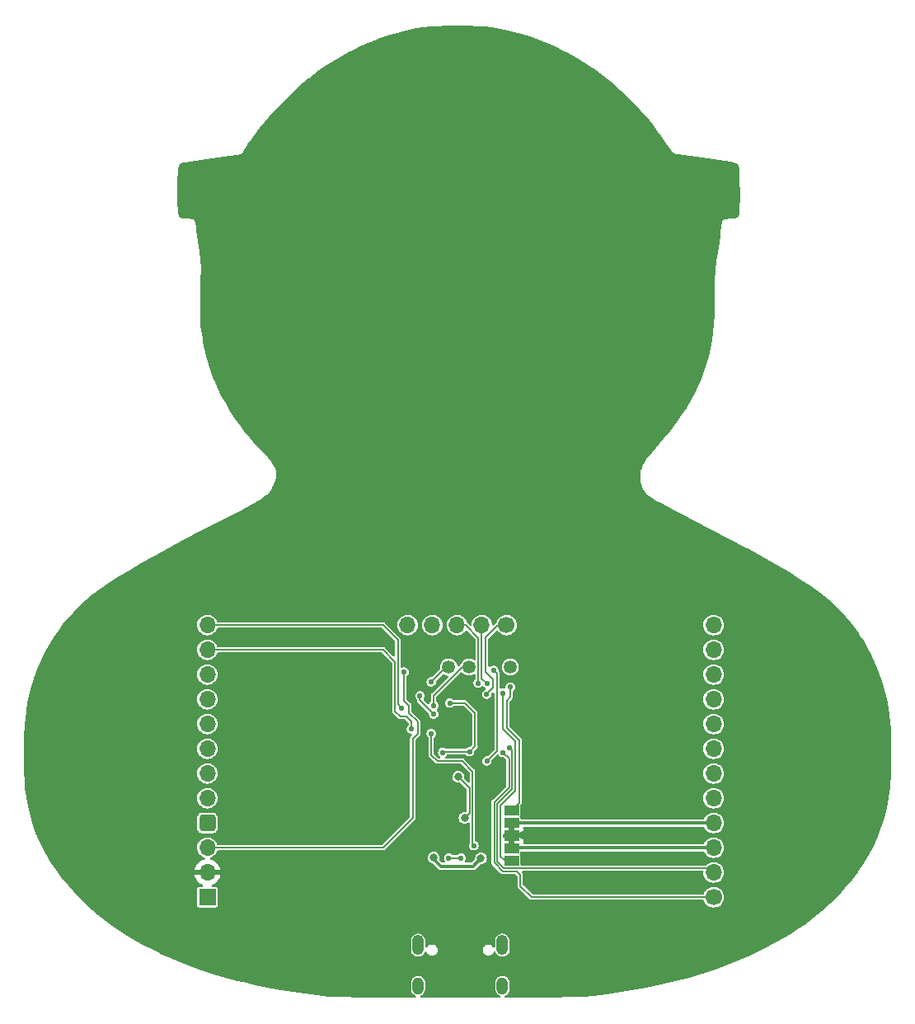
<source format=gbr>
%TF.GenerationSoftware,KiCad,Pcbnew,(7.0.0)*%
%TF.CreationDate,2023-03-31T13:35:02+02:00*%
%TF.ProjectId,rp-micro,72702d6d-6963-4726-9f2e-6b696361645f,1.2*%
%TF.SameCoordinates,Original*%
%TF.FileFunction,Copper,L2,Bot*%
%TF.FilePolarity,Positive*%
%FSLAX46Y46*%
G04 Gerber Fmt 4.6, Leading zero omitted, Abs format (unit mm)*
G04 Created by KiCad (PCBNEW (7.0.0)) date 2023-03-31 13:35:02*
%MOMM*%
%LPD*%
G01*
G04 APERTURE LIST*
G04 Aperture macros list*
%AMRoundRect*
0 Rectangle with rounded corners*
0 $1 Rounding radius*
0 $2 $3 $4 $5 $6 $7 $8 $9 X,Y pos of 4 corners*
0 Add a 4 corners polygon primitive as box body*
4,1,4,$2,$3,$4,$5,$6,$7,$8,$9,$2,$3,0*
0 Add four circle primitives for the rounded corners*
1,1,$1+$1,$2,$3*
1,1,$1+$1,$4,$5*
1,1,$1+$1,$6,$7*
1,1,$1+$1,$8,$9*
0 Add four rect primitives between the rounded corners*
20,1,$1+$1,$2,$3,$4,$5,0*
20,1,$1+$1,$4,$5,$6,$7,0*
20,1,$1+$1,$6,$7,$8,$9,0*
20,1,$1+$1,$8,$9,$2,$3,0*%
G04 Aperture macros list end*
%TA.AperFunction,ComponentPad*%
%ADD10C,1.700000*%
%TD*%
%TA.AperFunction,ComponentPad*%
%ADD11O,1.700000X1.700000*%
%TD*%
%TA.AperFunction,ComponentPad*%
%ADD12O,1.200000X2.100000*%
%TD*%
%TA.AperFunction,ComponentPad*%
%ADD13O,1.200000X1.800000*%
%TD*%
%TA.AperFunction,SMDPad,CuDef*%
%ADD14C,1.350000*%
%TD*%
%TA.AperFunction,SMDPad,CuDef*%
%ADD15R,1.500000X1.000000*%
%TD*%
%TA.AperFunction,ComponentPad*%
%ADD16R,1.700000X1.700000*%
%TD*%
%TA.AperFunction,ComponentPad*%
%ADD17RoundRect,0.340000X-0.510000X-0.510000X0.510000X-0.510000X0.510000X0.510000X-0.510000X0.510000X0*%
%TD*%
%TA.AperFunction,ViaPad*%
%ADD18C,0.560000*%
%TD*%
%TA.AperFunction,ViaPad*%
%ADD19C,0.800000*%
%TD*%
%TA.AperFunction,Conductor*%
%ADD20C,0.200000*%
%TD*%
%TA.AperFunction,Conductor*%
%ADD21C,0.350000*%
%TD*%
%TA.AperFunction,Conductor*%
%ADD22C,0.160000*%
%TD*%
G04 APERTURE END LIST*
%TO.C,SB2*%
G36*
X31735779Y-66746386D02*
G01*
X31135779Y-66746386D01*
X31135779Y-66246386D01*
X31735779Y-66246386D01*
X31735779Y-66746386D01*
G37*
%TO.C,SB1*%
G36*
X31735779Y-68050000D02*
G01*
X31135779Y-68050000D01*
X31135779Y-67550000D01*
X31735779Y-67550000D01*
X31735779Y-68050000D01*
G37*
%TD*%
D10*
%TO.P,J3,1,Pin_1*%
%TO.N,12*%
X30922779Y-45526386D03*
D11*
%TO.P,J3,2,Pin_2*%
%TO.N,13*%
X28382778Y-45526385D03*
%TO.P,J3,3,Pin_3*%
%TO.N,14*%
X25842778Y-45526385D03*
%TO.P,J3,4,Pin_4*%
%TO.N,16*%
X23302778Y-45526385D03*
%TO.P,J3,5,Pin_5*%
%TO.N,17*%
X20762778Y-45526385D03*
%TD*%
D12*
%TO.P,J1,S1*%
%TO.N,N/C*%
X21836999Y-78403999D03*
D13*
X21836999Y-82583999D03*
D12*
X30486999Y-78403999D03*
D13*
X30486999Y-82583999D03*
%TD*%
D14*
%TO.P,TP1,1,1*%
%TO.N,BOOT*%
X31308779Y-49844386D03*
%TD*%
D15*
%TO.P,SB2,1,A*%
%TO.N,GND*%
X31435778Y-67146385D03*
%TO.P,SB2,2,C*%
%TO.N,SB2_OUT*%
X31435778Y-65846385D03*
%TO.P,SB2,3,B*%
%TO.N,11*%
X31435778Y-64546385D03*
%TD*%
D16*
%TO.P,J4,1,Pin_1*%
%TO.N,RAW*%
X190499Y-73466747D03*
D11*
%TO.P,J4,2,Pin_2*%
%TO.N,GND*%
X190499Y-70926747D03*
%TO.P,J4,3,Pin_3*%
%TO.N,~{RESET}*%
X190499Y-68386747D03*
D17*
%TO.P,J4,4,Pin_4*%
%TO.N,+3V3*%
X190500Y-65846748D03*
D11*
%TO.P,J4,5,Pin_5*%
%TO.N,A3*%
X190499Y-63306747D03*
%TO.P,J4,6,Pin_6*%
%TO.N,A2*%
X190499Y-60766747D03*
%TO.P,J4,7,Pin_7*%
%TO.N,A1*%
X190499Y-58226747D03*
%TO.P,J4,8,Pin_8*%
%TO.N,A0*%
X190499Y-55686747D03*
%TO.P,J4,9,Pin_9*%
%TO.N,22_SCLK*%
X190499Y-53146747D03*
%TO.P,J4,10,Pin_10*%
%TO.N,20_MISO*%
X190499Y-50606747D03*
%TO.P,J4,11,Pin_11*%
%TO.N,23_MOSI*%
X190499Y-48066747D03*
%TO.P,J4,12,Pin_12*%
%TO.N,21_CS*%
X190499Y-45526747D03*
%TD*%
D14*
%TO.P,TP3,1,1*%
%TO.N,SWCLK*%
X27066979Y-49844386D03*
%TD*%
D15*
%TO.P,SB1,1,A*%
%TO.N,GND*%
X31435778Y-67149999D03*
%TO.P,SB1,2,C*%
%TO.N,SB1_OUT*%
X31435778Y-68449999D03*
%TO.P,SB1,3,B*%
%TO.N,10*%
X31435778Y-69749999D03*
%TD*%
D10*
%TO.P,J2,1,Pin_1*%
%TO.N,0_TX0*%
X52190500Y-73472748D03*
D11*
%TO.P,J2,2,Pin_2*%
%TO.N,1_RX0*%
X52190499Y-70932747D03*
%TO.P,J2,3,Pin_3*%
%TO.N,SB1_OUT*%
X52190499Y-68392747D03*
%TO.P,J2,4,Pin_4*%
%TO.N,SB2_OUT*%
X52190499Y-65852747D03*
%TO.P,J2,5,Pin_5*%
%TO.N,2*%
X52190499Y-63312747D03*
%TO.P,J2,6,Pin_6*%
%TO.N,3*%
X52190499Y-60772747D03*
%TO.P,J2,7,Pin_7*%
%TO.N,4*%
X52190499Y-58232747D03*
%TO.P,J2,8,Pin_8*%
%TO.N,5*%
X52190499Y-55692747D03*
%TO.P,J2,9,Pin_9*%
%TO.N,6*%
X52190499Y-53152747D03*
%TO.P,J2,10,Pin_10*%
%TO.N,7*%
X52190499Y-50612747D03*
%TO.P,J2,11,Pin_11*%
%TO.N,8_TX1*%
X52190499Y-48072747D03*
%TO.P,J2,12,Pin_12*%
%TO.N,9_RX1*%
X52190499Y-45532747D03*
%TD*%
D14*
%TO.P,TP2,1,1*%
%TO.N,SWDIO*%
X24984179Y-49844386D03*
%TD*%
D18*
%TO.N,GND*%
X25847779Y-54797386D03*
X31617382Y-53981489D03*
D19*
X22291779Y-62696786D03*
D18*
X24171379Y-46694786D03*
X28946579Y-68792786D03*
D19*
X20894779Y-48574386D03*
D18*
X27127279Y-51495386D03*
X28814502Y-61134656D03*
X20158179Y-60867986D03*
X26863779Y-46669386D03*
X25847779Y-56067386D03*
D19*
X21529779Y-70291386D03*
D18*
X30826179Y-48523586D03*
D19*
X32578779Y-67116385D03*
D18*
X26508179Y-63509586D03*
X25796979Y-63509586D03*
X26228779Y-68259386D03*
X24577779Y-56067386D03*
X24958779Y-46669386D03*
D19*
X29759379Y-48828386D03*
X22291779Y-64271586D03*
D18*
X27117779Y-57337386D03*
X25847779Y-57337386D03*
X24577779Y-57337386D03*
X27117779Y-56067386D03*
X20005779Y-62188786D03*
X29403779Y-47456786D03*
X20615379Y-64322386D03*
X27117779Y-54797386D03*
X20132779Y-55559386D03*
X23104579Y-49031586D03*
X30554552Y-60885613D03*
X24577779Y-54797386D03*
X23612579Y-64322386D03*
X20564579Y-65084386D03*
X31464495Y-67129626D03*
D19*
%TO.N,+3V3*%
X26609779Y-65338386D03*
X25955667Y-61098114D03*
D18*
X23434779Y-54670386D03*
X22023152Y-52780013D03*
D19*
%TO.N,VBUS*%
X28297779Y-69492386D03*
X23434779Y-69402386D03*
D18*
%TO.N,+1V1*%
X25085779Y-53527386D03*
X24374579Y-58607386D03*
X27130000Y-58540000D03*
%TO.N,0_TX0*%
X30546779Y-58607386D03*
%TO.N,1_RX0*%
X31232579Y-58124786D03*
%TO.N,~{RESET}*%
X20386779Y-50352386D03*
%TO.N,23_MOSI*%
X21148779Y-56206236D03*
%TO.N,21_CS*%
X20132779Y-54035386D03*
%TO.N,SWCLK*%
X23434779Y-53786886D03*
%TO.N,SWDIO*%
X23180779Y-51368386D03*
%TO.N,USB_D-*%
X24984179Y-69453186D03*
X26254179Y-69453186D03*
%TO.N,BOOT*%
X31308779Y-49844386D03*
%TO.N,QSPI_CS*%
X28895779Y-59496386D03*
X29594279Y-50161886D03*
%TO.N,13*%
X28895779Y-51495386D03*
%TO.N,14*%
X28006779Y-51495386D03*
%TO.N,STATE_LED*%
X27574979Y-68183186D03*
X23180779Y-56667386D03*
%TO.N,12*%
X28887279Y-52629886D03*
%TO.N,10*%
X30546779Y-52511386D03*
%TO.N,11*%
X31308779Y-51895888D03*
%TD*%
D20*
%TO.N,GND*%
X32578779Y-67116385D02*
X31465780Y-67116385D01*
X31465780Y-67116385D02*
X31435779Y-67146386D01*
%TO.N,+3V3*%
X26609779Y-65338386D02*
X27117779Y-64830386D01*
X22023152Y-53258759D02*
X22023152Y-52780013D01*
X27117779Y-62260226D02*
X25955667Y-61098114D01*
X23434779Y-54670386D02*
X22023152Y-53258759D01*
X27117779Y-64830386D02*
X27117779Y-62260226D01*
D21*
%TO.N,VBUS*%
X24196779Y-70291386D02*
X23434779Y-69529386D01*
X28297779Y-69492386D02*
X27498779Y-70291386D01*
X23434779Y-69529386D02*
X23434779Y-69402386D01*
X27498779Y-70291386D02*
X24196779Y-70291386D01*
D22*
%TO.N,+1V1*%
X27677779Y-54565426D02*
X26639739Y-53527386D01*
X26639739Y-53527386D02*
X25085779Y-53527386D01*
X27130000Y-58540000D02*
X24441965Y-58540000D01*
X27130000Y-58540000D02*
X27677779Y-57992221D01*
X24441965Y-58540000D02*
X24374579Y-58607386D01*
X27677779Y-57992221D02*
X27677779Y-54565426D01*
%TO.N,0_TX0*%
X31974393Y-70830000D02*
X30552514Y-70830000D01*
X32324779Y-71180386D02*
X31974393Y-70830000D01*
X33467779Y-73466386D02*
X33467696Y-73466304D01*
X29657779Y-69935265D02*
X29657779Y-63687386D01*
X31181779Y-62163386D02*
X31181779Y-59242386D01*
X33474140Y-73472748D02*
X52190500Y-73472748D01*
X33467696Y-73466304D02*
X33474140Y-73472748D01*
X29657779Y-63687386D02*
X31181779Y-62163386D01*
X31181779Y-59242386D02*
X30546779Y-58607386D01*
X32324779Y-72323386D02*
X32324779Y-71180386D01*
X33467696Y-73466304D02*
X32324779Y-72323386D01*
X30552514Y-70830000D02*
X29657779Y-69935265D01*
%TO.N,1_RX0*%
X31468779Y-58360986D02*
X31468779Y-62384386D01*
X30613979Y-70485586D02*
X51743338Y-70485586D01*
X29944779Y-63908386D02*
X29944779Y-69816386D01*
X31232579Y-58124786D02*
X31468779Y-58360986D01*
X31468779Y-62384386D02*
X29944779Y-63908386D01*
X51743338Y-70485586D02*
X52190500Y-70932748D01*
X29944779Y-69816386D02*
X30613979Y-70485586D01*
%TO.N,~{RESET}*%
X21785779Y-55459916D02*
X21785779Y-56685935D01*
X18227417Y-68386748D02*
X190500Y-68386748D01*
X21785779Y-56685935D02*
X21275779Y-57195935D01*
X20894779Y-53781386D02*
X20894779Y-54568916D01*
X21275779Y-65338386D02*
X18227417Y-68386748D01*
X20386779Y-53273386D02*
X20894779Y-53781386D01*
X20386779Y-50352386D02*
X20386779Y-53273386D01*
X21275779Y-57195935D02*
X21275779Y-65338386D01*
X20894779Y-54568916D02*
X21785779Y-55459916D01*
%TO.N,23_MOSI*%
X18227779Y-48066386D02*
X18227417Y-48066748D01*
X21148779Y-55432386D02*
X20640779Y-54924386D01*
X21148779Y-56206236D02*
X21148779Y-55432386D01*
X19464779Y-54383386D02*
X19464779Y-49303386D01*
X19464779Y-49303386D02*
X18227779Y-48066386D01*
X20640779Y-54924386D02*
X20005779Y-54924386D01*
X20005779Y-54924386D02*
X19464779Y-54383386D01*
X18227417Y-48066748D02*
X190500Y-48066748D01*
%TO.N,21_CS*%
X19751779Y-53654386D02*
X19751779Y-47050386D01*
X18227779Y-45526386D02*
X18227417Y-45526748D01*
X20132779Y-54035386D02*
X19751779Y-53654386D01*
X19751779Y-47050386D02*
X18227779Y-45526386D01*
X18227417Y-45526748D02*
X190500Y-45526748D01*
%TO.N,SWCLK*%
X23434779Y-53786886D02*
X23434779Y-52765386D01*
X26355779Y-49844386D02*
X27066979Y-49844386D01*
X23434779Y-52765386D02*
X26355779Y-49844386D01*
%TO.N,SWDIO*%
X23180779Y-51368386D02*
X24704779Y-49844386D01*
X24704779Y-49844386D02*
X24984179Y-49844386D01*
D20*
%TO.N,USB_D-*%
X26254179Y-69453186D02*
X24984179Y-69453186D01*
D22*
%TO.N,QSPI_CS*%
X29944779Y-58447386D02*
X29944779Y-50512386D01*
X29944779Y-50512386D02*
X29594279Y-50161886D01*
X28895779Y-59496386D02*
X29944779Y-58447386D01*
%TO.N,13*%
X28382779Y-50982386D02*
X28382779Y-45526386D01*
X28895779Y-51495386D02*
X28382779Y-50982386D01*
%TO.N,14*%
X28021979Y-51480186D02*
X28021979Y-46836986D01*
X28006779Y-51495386D02*
X28021979Y-51480186D01*
X28021979Y-46836986D02*
X26711379Y-45526386D01*
X26711379Y-45526386D02*
X25842779Y-45526386D01*
%TO.N,STATE_LED*%
X26355779Y-59496386D02*
X23815779Y-59496386D01*
X23180779Y-58861386D02*
X23180779Y-56667386D01*
X27574979Y-68183186D02*
X27424779Y-68032986D01*
X27424779Y-68032986D02*
X27424779Y-60565386D01*
X27424779Y-60565386D02*
X26355779Y-59496386D01*
X23815779Y-59496386D02*
X23180779Y-58861386D01*
%TO.N,12*%
X30038779Y-45526386D02*
X30922779Y-45526386D01*
X28887279Y-52629886D02*
X29530779Y-51986386D01*
X28768779Y-50352386D02*
X28768779Y-46796386D01*
X29530779Y-51986386D02*
X29530779Y-51114386D01*
X28768779Y-46796386D02*
X30038779Y-45526386D01*
X29530779Y-51114386D02*
X28768779Y-50352386D01*
%TO.N,10*%
X30546779Y-56194386D02*
X31818779Y-57466386D01*
X30292779Y-69291386D02*
X30687779Y-69686386D01*
X30546779Y-52511386D02*
X30546779Y-56194386D01*
X30292779Y-64068386D02*
X30292779Y-69291386D01*
X30687779Y-69686386D02*
X31435779Y-69686386D01*
X31816779Y-62544386D02*
X30292779Y-64068386D01*
X31816779Y-58199691D02*
X31816779Y-62544386D01*
X31818779Y-58197691D02*
X31816779Y-58199691D01*
X31818779Y-57466386D02*
X31818779Y-58197691D01*
%TO.N,11*%
X31308779Y-52892386D02*
X30927779Y-53273386D01*
X30927779Y-56067386D02*
X32197779Y-57337386D01*
X32197779Y-57337386D02*
X32197779Y-63784386D01*
X31308779Y-51895888D02*
X31308779Y-52892386D01*
X32197779Y-63784386D02*
X31435779Y-64546386D01*
X30927779Y-53273386D02*
X30927779Y-56067386D01*
D21*
%TO.N,SB1_OUT*%
X33467779Y-68386386D02*
X33474141Y-68392748D01*
X33474141Y-68392748D02*
X52190500Y-68392748D01*
X31435779Y-68386386D02*
X33467779Y-68386386D01*
%TO.N,SB2_OUT*%
X33467779Y-65846386D02*
X33474141Y-65852748D01*
X31435779Y-65846386D02*
X33467779Y-65846386D01*
X33474141Y-65852748D02*
X52190500Y-65852748D01*
%TD*%
%TA.AperFunction,Conductor*%
%TO.N,GND*%
G36*
X50130273Y-34771342D02*
G01*
X50129280Y-34773223D01*
X50129296Y-34773231D01*
X50130275Y-34771344D01*
X50130383Y-34771400D01*
X50130449Y-34771435D01*
X50130450Y-34771435D01*
X52046282Y-35767925D01*
X55473236Y-37570996D01*
X55679025Y-37679271D01*
X55681709Y-37680726D01*
X58679346Y-39353397D01*
X58682393Y-39355155D01*
X59968247Y-40121286D01*
X59970903Y-40122913D01*
X61129684Y-40853377D01*
X61132885Y-40855465D01*
X62174406Y-41557770D01*
X62178169Y-41560410D01*
X63112981Y-42242491D01*
X63117274Y-42245769D01*
X63955839Y-42915487D01*
X63960565Y-42919458D01*
X64713467Y-43584745D01*
X64718451Y-43589399D01*
X65396357Y-44258283D01*
X65401358Y-44263515D01*
X65757848Y-44658926D01*
X66014952Y-44944100D01*
X66019711Y-44949704D01*
X66579709Y-45650229D01*
X66583968Y-45655881D01*
X67100989Y-46384593D01*
X67104599Y-46389975D01*
X67230221Y-46588331D01*
X67589235Y-47155216D01*
X67592146Y-47160054D01*
X68054854Y-47970048D01*
X68056930Y-47973833D01*
X68366332Y-48562088D01*
X68368081Y-48565544D01*
X68653661Y-49152292D01*
X68655397Y-49156014D01*
X68917585Y-49743382D01*
X68919268Y-49747335D01*
X69158649Y-50337749D01*
X69160240Y-50341883D01*
X69179591Y-50394983D01*
X69355773Y-50878447D01*
X69377371Y-50937712D01*
X69378835Y-50941969D01*
X69401143Y-51010870D01*
X69574287Y-51545658D01*
X69575601Y-51549984D01*
X69749933Y-52163967D01*
X69751076Y-52168289D01*
X69904819Y-52794924D01*
X69905784Y-52799179D01*
X70039494Y-53440944D01*
X70040282Y-53445072D01*
X70154501Y-54104475D01*
X70155119Y-54108424D01*
X70250334Y-54787633D01*
X70250800Y-54791363D01*
X70327562Y-55493052D01*
X70327893Y-55496531D01*
X70386696Y-56222873D01*
X70386914Y-56226082D01*
X70428281Y-56979598D01*
X70428407Y-56982526D01*
X70452850Y-57765513D01*
X70452904Y-57768160D01*
X70460938Y-58583264D01*
X70460944Y-58584838D01*
X70458622Y-59403816D01*
X70458613Y-59404969D01*
X70450261Y-60092854D01*
X70450222Y-60094809D01*
X70433791Y-60683376D01*
X70433679Y-60686221D01*
X70407141Y-61207480D01*
X70406911Y-61211006D01*
X70368204Y-61697674D01*
X70367860Y-61701319D01*
X70314861Y-62186110D01*
X70314485Y-62189192D01*
X70245014Y-62704794D01*
X70244712Y-62706898D01*
X70156852Y-63284047D01*
X70156125Y-63288318D01*
X69965009Y-64303883D01*
X69963449Y-64311012D01*
X69714966Y-65305378D01*
X69712987Y-65312408D01*
X69407609Y-66286562D01*
X69405232Y-66293433D01*
X69043680Y-67246974D01*
X69040932Y-67253632D01*
X68623933Y-68186104D01*
X68620848Y-68192504D01*
X68149113Y-69103461D01*
X68145732Y-69109563D01*
X67619977Y-69998539D01*
X67616344Y-70004313D01*
X67037280Y-70870838D01*
X67033440Y-70876263D01*
X66401768Y-71719872D01*
X66397766Y-71724937D01*
X65714190Y-72545155D01*
X65710067Y-72549856D01*
X64975297Y-73346184D01*
X64971093Y-73350523D01*
X64185860Y-74122454D01*
X64181610Y-74126440D01*
X63346623Y-74873478D01*
X63342358Y-74877123D01*
X62458346Y-75598758D01*
X62454092Y-75602079D01*
X61521792Y-76297794D01*
X61517572Y-76300808D01*
X60537686Y-76970120D01*
X60533516Y-76972848D01*
X59506807Y-77615220D01*
X59502702Y-77617679D01*
X58429882Y-78232621D01*
X58425852Y-78234832D01*
X57307743Y-78821786D01*
X57303797Y-78823769D01*
X56141060Y-79382271D01*
X56137202Y-79384044D01*
X54930593Y-79913579D01*
X54926827Y-79915158D01*
X53677160Y-80415189D01*
X53673488Y-80416591D01*
X52381474Y-80886630D01*
X52377896Y-80887871D01*
X51044204Y-81327435D01*
X51040718Y-81328527D01*
X49666276Y-81737057D01*
X49662882Y-81738013D01*
X48248297Y-82115048D01*
X48244993Y-82115880D01*
X46791140Y-82460886D01*
X46787922Y-82461605D01*
X45295457Y-82774105D01*
X45292322Y-82774719D01*
X43762050Y-83054201D01*
X43758996Y-83054720D01*
X42191636Y-83300688D01*
X42188659Y-83301118D01*
X40585017Y-83513065D01*
X40582114Y-83513414D01*
X38946904Y-83690418D01*
X38936120Y-83691112D01*
X34334893Y-83786112D01*
X34332767Y-83786137D01*
X30812364Y-83798446D01*
X30747744Y-83780542D01*
X30701894Y-83731614D01*
X30688220Y-83665970D01*
X30710721Y-83602804D01*
X30762817Y-83560588D01*
X30774123Y-83555711D01*
X30854736Y-83520938D01*
X30991712Y-83418964D01*
X31101479Y-83288149D01*
X31178119Y-83135547D01*
X31217500Y-82969383D01*
X31217500Y-82241454D01*
X31202648Y-82114388D01*
X31184281Y-82063925D01*
X31146715Y-81960711D01*
X31146713Y-81960708D01*
X31144243Y-81953920D01*
X31050405Y-81811247D01*
X30926194Y-81694060D01*
X30844791Y-81647062D01*
X30784561Y-81612288D01*
X30784558Y-81612287D01*
X30778306Y-81608677D01*
X30746863Y-81599263D01*
X30621634Y-81561771D01*
X30621627Y-81561769D01*
X30614714Y-81559700D01*
X30607507Y-81559280D01*
X30607500Y-81559279D01*
X30451445Y-81550190D01*
X30451437Y-81550190D01*
X30444236Y-81549771D01*
X30437124Y-81551024D01*
X30437124Y-81551025D01*
X30283177Y-81578170D01*
X30283170Y-81578171D01*
X30276064Y-81579425D01*
X30269437Y-81582283D01*
X30269432Y-81582285D01*
X30125892Y-81644202D01*
X30125885Y-81644205D01*
X30119264Y-81647062D01*
X30113480Y-81651367D01*
X30113473Y-81651372D01*
X29988083Y-81744721D01*
X29988078Y-81744724D01*
X29982288Y-81749036D01*
X29977645Y-81754568D01*
X29977642Y-81754572D01*
X29877163Y-81874317D01*
X29877157Y-81874325D01*
X29872521Y-81879851D01*
X29869282Y-81886298D01*
X29869278Y-81886306D01*
X29799123Y-82025996D01*
X29799120Y-82026002D01*
X29795881Y-82032453D01*
X29794217Y-82039472D01*
X29794215Y-82039479D01*
X29758165Y-82191589D01*
X29758164Y-82191594D01*
X29756500Y-82198617D01*
X29756500Y-82926546D01*
X29756916Y-82930111D01*
X29756917Y-82930116D01*
X29770513Y-83046441D01*
X29770514Y-83046447D01*
X29771352Y-83053612D01*
X29773819Y-83060391D01*
X29773821Y-83060398D01*
X29827284Y-83207288D01*
X29827287Y-83207294D01*
X29829757Y-83214080D01*
X29833727Y-83220116D01*
X29833729Y-83220120D01*
X29919624Y-83350716D01*
X29923595Y-83356753D01*
X30047806Y-83473940D01*
X30195694Y-83559323D01*
X30202611Y-83561394D01*
X30206054Y-83562879D01*
X30258048Y-83604955D01*
X30280624Y-83667916D01*
X30267212Y-83733443D01*
X30221716Y-83782472D01*
X30157372Y-83800736D01*
X25792662Y-83815996D01*
X25791729Y-83815996D01*
X22154702Y-83801348D01*
X22090378Y-83783056D01*
X22044908Y-83734019D01*
X22031517Y-83668499D01*
X22054100Y-83605554D01*
X22106086Y-83563491D01*
X22204736Y-83520938D01*
X22341712Y-83418964D01*
X22451479Y-83288149D01*
X22528119Y-83135547D01*
X22567500Y-82969383D01*
X22567500Y-82241454D01*
X22552648Y-82114388D01*
X22534281Y-82063925D01*
X22496715Y-81960711D01*
X22496713Y-81960708D01*
X22494243Y-81953920D01*
X22400405Y-81811247D01*
X22276194Y-81694060D01*
X22194791Y-81647062D01*
X22134561Y-81612288D01*
X22134558Y-81612287D01*
X22128306Y-81608677D01*
X22096863Y-81599263D01*
X21971634Y-81561771D01*
X21971627Y-81561769D01*
X21964714Y-81559700D01*
X21957507Y-81559280D01*
X21957500Y-81559279D01*
X21801445Y-81550190D01*
X21801437Y-81550190D01*
X21794236Y-81549771D01*
X21787124Y-81551024D01*
X21787124Y-81551025D01*
X21633177Y-81578170D01*
X21633170Y-81578171D01*
X21626064Y-81579425D01*
X21619437Y-81582283D01*
X21619432Y-81582285D01*
X21475892Y-81644202D01*
X21475885Y-81644205D01*
X21469264Y-81647062D01*
X21463480Y-81651367D01*
X21463473Y-81651372D01*
X21338083Y-81744721D01*
X21338078Y-81744724D01*
X21332288Y-81749036D01*
X21327645Y-81754568D01*
X21327642Y-81754572D01*
X21227163Y-81874317D01*
X21227157Y-81874325D01*
X21222521Y-81879851D01*
X21219282Y-81886298D01*
X21219278Y-81886306D01*
X21149123Y-82025996D01*
X21149120Y-82026002D01*
X21145881Y-82032453D01*
X21144217Y-82039472D01*
X21144215Y-82039479D01*
X21108165Y-82191589D01*
X21108164Y-82191594D01*
X21106500Y-82198617D01*
X21106500Y-82926546D01*
X21106916Y-82930111D01*
X21106917Y-82930116D01*
X21120513Y-83046441D01*
X21120514Y-83046447D01*
X21121352Y-83053612D01*
X21123819Y-83060391D01*
X21123821Y-83060398D01*
X21177284Y-83207288D01*
X21177287Y-83207294D01*
X21179757Y-83214080D01*
X21183727Y-83220116D01*
X21183729Y-83220120D01*
X21269624Y-83350716D01*
X21273595Y-83356753D01*
X21397806Y-83473940D01*
X21545694Y-83559323D01*
X21551696Y-83561120D01*
X21603480Y-83603089D01*
X21625975Y-83666270D01*
X21612280Y-83731923D01*
X21566403Y-83780843D01*
X21501764Y-83798719D01*
X17259948Y-83781636D01*
X17257807Y-83781609D01*
X12682118Y-83684186D01*
X12670349Y-83683374D01*
X10195258Y-83393807D01*
X10190873Y-83393215D01*
X7797085Y-83026166D01*
X7792488Y-83025372D01*
X5489113Y-82582928D01*
X5486306Y-82582388D01*
X5481498Y-82581365D01*
X3874263Y-82205841D01*
X3265172Y-82063529D01*
X3260116Y-82062235D01*
X1135762Y-81470601D01*
X1130465Y-81468997D01*
X-899606Y-80804678D01*
X-905148Y-80802718D01*
X-1929392Y-80412895D01*
X-2838792Y-80066781D01*
X-2844557Y-80064419D01*
X-3537809Y-79759747D01*
X-4679570Y-79257963D01*
X-4685582Y-79255126D01*
X-5395554Y-78896546D01*
X21106500Y-78896546D01*
X21106916Y-78900111D01*
X21106917Y-78900116D01*
X21120513Y-79016441D01*
X21120514Y-79016447D01*
X21121352Y-79023612D01*
X21123819Y-79030391D01*
X21123821Y-79030398D01*
X21177284Y-79177288D01*
X21177287Y-79177294D01*
X21179757Y-79184080D01*
X21183727Y-79190116D01*
X21183729Y-79190120D01*
X21268755Y-79319394D01*
X21273595Y-79326753D01*
X21397806Y-79443940D01*
X21545694Y-79529323D01*
X21709286Y-79578300D01*
X21879764Y-79588229D01*
X22047936Y-79558575D01*
X22204736Y-79490938D01*
X22341712Y-79388964D01*
X22451479Y-79258149D01*
X22518516Y-79124667D01*
X22566155Y-79073619D01*
X22633830Y-79056405D01*
X22700076Y-79078490D01*
X22743884Y-79132869D01*
X22769302Y-79194233D01*
X22774245Y-79200674D01*
X22774248Y-79200680D01*
X22822592Y-79263682D01*
X22861549Y-79314451D01*
X22867991Y-79319394D01*
X22975319Y-79401751D01*
X22975322Y-79401753D01*
X22981767Y-79406698D01*
X23121764Y-79464687D01*
X23234280Y-79479500D01*
X23305667Y-79479500D01*
X23309720Y-79479500D01*
X23422236Y-79464687D01*
X23562233Y-79406698D01*
X23682451Y-79314451D01*
X23774698Y-79194233D01*
X23832687Y-79054236D01*
X23852466Y-78904000D01*
X28471534Y-78904000D01*
X28472595Y-78912059D01*
X28490251Y-79046176D01*
X28490252Y-79046182D01*
X28491313Y-79054236D01*
X28494422Y-79061742D01*
X28494423Y-79061745D01*
X28522951Y-79130616D01*
X28549302Y-79194233D01*
X28554245Y-79200674D01*
X28554248Y-79200680D01*
X28602592Y-79263682D01*
X28641549Y-79314451D01*
X28647991Y-79319394D01*
X28755319Y-79401751D01*
X28755322Y-79401753D01*
X28761767Y-79406698D01*
X28901764Y-79464687D01*
X29014280Y-79479500D01*
X29085667Y-79479500D01*
X29089720Y-79479500D01*
X29202236Y-79464687D01*
X29342233Y-79406698D01*
X29462451Y-79314451D01*
X29554698Y-79194233D01*
X29581050Y-79130612D01*
X29615903Y-79083078D01*
X29668770Y-79057007D01*
X29727702Y-79058292D01*
X29779382Y-79086644D01*
X29812132Y-79135656D01*
X29827285Y-79177290D01*
X29827287Y-79177294D01*
X29829757Y-79184080D01*
X29833727Y-79190116D01*
X29833729Y-79190120D01*
X29918755Y-79319394D01*
X29923595Y-79326753D01*
X30047806Y-79443940D01*
X30195694Y-79529323D01*
X30359286Y-79578300D01*
X30529764Y-79588229D01*
X30697936Y-79558575D01*
X30854736Y-79490938D01*
X30991712Y-79388964D01*
X31101479Y-79258149D01*
X31178119Y-79105547D01*
X31217500Y-78939383D01*
X31217500Y-77911454D01*
X31202648Y-77784388D01*
X31175384Y-77709479D01*
X31146715Y-77630711D01*
X31146713Y-77630708D01*
X31144243Y-77623920D01*
X31139953Y-77617398D01*
X31054375Y-77487283D01*
X31054374Y-77487282D01*
X31050405Y-77481247D01*
X30996884Y-77430753D01*
X30931448Y-77369017D01*
X30926194Y-77364060D01*
X30844791Y-77317062D01*
X30784561Y-77282288D01*
X30784558Y-77282287D01*
X30778306Y-77278677D01*
X30746863Y-77269263D01*
X30621634Y-77231771D01*
X30621627Y-77231769D01*
X30614714Y-77229700D01*
X30607507Y-77229280D01*
X30607500Y-77229279D01*
X30451445Y-77220190D01*
X30451437Y-77220190D01*
X30444236Y-77219771D01*
X30437124Y-77221024D01*
X30437124Y-77221025D01*
X30283177Y-77248170D01*
X30283170Y-77248171D01*
X30276064Y-77249425D01*
X30269437Y-77252283D01*
X30269432Y-77252285D01*
X30125892Y-77314202D01*
X30125885Y-77314205D01*
X30119264Y-77317062D01*
X30113480Y-77321367D01*
X30113473Y-77321372D01*
X29988083Y-77414721D01*
X29988078Y-77414724D01*
X29982288Y-77419036D01*
X29977645Y-77424568D01*
X29977642Y-77424572D01*
X29877163Y-77544317D01*
X29877157Y-77544325D01*
X29872521Y-77549851D01*
X29869282Y-77556298D01*
X29869278Y-77556306D01*
X29799123Y-77695996D01*
X29799120Y-77696002D01*
X29795881Y-77702453D01*
X29794217Y-77709472D01*
X29794215Y-77709479D01*
X29758165Y-77861589D01*
X29758164Y-77861594D01*
X29756500Y-77868617D01*
X29756500Y-77875841D01*
X29756500Y-78511468D01*
X29741473Y-78570636D01*
X29700035Y-78615463D01*
X29642229Y-78635086D01*
X29582065Y-78624748D01*
X29534124Y-78586954D01*
X29467397Y-78499994D01*
X29467394Y-78499991D01*
X29462451Y-78493549D01*
X29456008Y-78488605D01*
X29348680Y-78406248D01*
X29348674Y-78406245D01*
X29342233Y-78401302D01*
X29334724Y-78398191D01*
X29334723Y-78398191D01*
X29209745Y-78346423D01*
X29209742Y-78346422D01*
X29202236Y-78343313D01*
X29194182Y-78342252D01*
X29194176Y-78342251D01*
X29093739Y-78329029D01*
X29093737Y-78329028D01*
X29089720Y-78328500D01*
X29014280Y-78328500D01*
X29010263Y-78329028D01*
X29010260Y-78329029D01*
X28909823Y-78342251D01*
X28909815Y-78342252D01*
X28901764Y-78343313D01*
X28894259Y-78346421D01*
X28894254Y-78346423D01*
X28769276Y-78398191D01*
X28769272Y-78398193D01*
X28761767Y-78401302D01*
X28755328Y-78406242D01*
X28755319Y-78406248D01*
X28647991Y-78488605D01*
X28647987Y-78488608D01*
X28641549Y-78493549D01*
X28636608Y-78499987D01*
X28636605Y-78499991D01*
X28554248Y-78607319D01*
X28554242Y-78607328D01*
X28549302Y-78613767D01*
X28546193Y-78621272D01*
X28546191Y-78621276D01*
X28494423Y-78746254D01*
X28494421Y-78746259D01*
X28491313Y-78753764D01*
X28490252Y-78761815D01*
X28490251Y-78761823D01*
X28472989Y-78892948D01*
X28471534Y-78904000D01*
X23852466Y-78904000D01*
X23832687Y-78753764D01*
X23774698Y-78613767D01*
X23769753Y-78607322D01*
X23769751Y-78607319D01*
X23687394Y-78499991D01*
X23682451Y-78493549D01*
X23676008Y-78488605D01*
X23568680Y-78406248D01*
X23568674Y-78406245D01*
X23562233Y-78401302D01*
X23554724Y-78398191D01*
X23554723Y-78398191D01*
X23429745Y-78346423D01*
X23429742Y-78346422D01*
X23422236Y-78343313D01*
X23414182Y-78342252D01*
X23414176Y-78342251D01*
X23313739Y-78329029D01*
X23313737Y-78329028D01*
X23309720Y-78328500D01*
X23234280Y-78328500D01*
X23230263Y-78329028D01*
X23230260Y-78329029D01*
X23129823Y-78342251D01*
X23129815Y-78342252D01*
X23121764Y-78343313D01*
X23114259Y-78346421D01*
X23114254Y-78346423D01*
X22989276Y-78398191D01*
X22989272Y-78398193D01*
X22981767Y-78401302D01*
X22975328Y-78406242D01*
X22975319Y-78406248D01*
X22867991Y-78488605D01*
X22867987Y-78488608D01*
X22861549Y-78493549D01*
X22856608Y-78499987D01*
X22856602Y-78499994D01*
X22789876Y-78586954D01*
X22741935Y-78624748D01*
X22681771Y-78635086D01*
X22623965Y-78615463D01*
X22582527Y-78570636D01*
X22567500Y-78511468D01*
X22567500Y-77915052D01*
X22567500Y-77911454D01*
X22552648Y-77784388D01*
X22525384Y-77709479D01*
X22496715Y-77630711D01*
X22496713Y-77630708D01*
X22494243Y-77623920D01*
X22489953Y-77617398D01*
X22404375Y-77487283D01*
X22404374Y-77487282D01*
X22400405Y-77481247D01*
X22346884Y-77430753D01*
X22281448Y-77369017D01*
X22276194Y-77364060D01*
X22194791Y-77317062D01*
X22134561Y-77282288D01*
X22134558Y-77282287D01*
X22128306Y-77278677D01*
X22096863Y-77269263D01*
X21971634Y-77231771D01*
X21971627Y-77231769D01*
X21964714Y-77229700D01*
X21957507Y-77229280D01*
X21957500Y-77229279D01*
X21801445Y-77220190D01*
X21801437Y-77220190D01*
X21794236Y-77219771D01*
X21787124Y-77221024D01*
X21787124Y-77221025D01*
X21633177Y-77248170D01*
X21633170Y-77248171D01*
X21626064Y-77249425D01*
X21619437Y-77252283D01*
X21619432Y-77252285D01*
X21475892Y-77314202D01*
X21475885Y-77314205D01*
X21469264Y-77317062D01*
X21463480Y-77321367D01*
X21463473Y-77321372D01*
X21338083Y-77414721D01*
X21338078Y-77414724D01*
X21332288Y-77419036D01*
X21327645Y-77424568D01*
X21327642Y-77424572D01*
X21227163Y-77544317D01*
X21227157Y-77544325D01*
X21222521Y-77549851D01*
X21219282Y-77556298D01*
X21219278Y-77556306D01*
X21149123Y-77695996D01*
X21149120Y-77696002D01*
X21145881Y-77702453D01*
X21144217Y-77709472D01*
X21144215Y-77709479D01*
X21108165Y-77861589D01*
X21108164Y-77861594D01*
X21106500Y-77868617D01*
X21106500Y-78896546D01*
X-5395554Y-78896546D01*
X-6419735Y-78379271D01*
X-6425953Y-78375905D01*
X-8057098Y-77431739D01*
X-8063482Y-77427781D01*
X-9589467Y-76416403D01*
X-9595962Y-76411791D01*
X-11014643Y-75334299D01*
X-11021174Y-75328979D01*
X-12330415Y-74186474D01*
X-12336884Y-74180408D01*
X-13353940Y-73155929D01*
X-13534594Y-72973956D01*
X-13540886Y-72967126D01*
X-13605331Y-72891668D01*
X-14625008Y-71697744D01*
X-14630975Y-71690179D01*
X-15002616Y-71179299D01*
X-1136812Y-71179299D01*
X-1136444Y-71190528D01*
X-1084332Y-71385011D01*
X-1080644Y-71395145D01*
X-985387Y-71599424D01*
X-979999Y-71608756D01*
X-850716Y-71793391D01*
X-843779Y-71801657D01*
X-684410Y-71961026D01*
X-676144Y-71967963D01*
X-491509Y-72097246D01*
X-482177Y-72102634D01*
X-316552Y-72179866D01*
X-266156Y-72222908D01*
X-245127Y-72285758D01*
X-259471Y-72350462D01*
X-305092Y-72398537D01*
X-368957Y-72416248D01*
X-679248Y-72416248D01*
X-685223Y-72417436D01*
X-685229Y-72417437D01*
X-725753Y-72425498D01*
X-725755Y-72425498D01*
X-737731Y-72427881D01*
X-747882Y-72434663D01*
X-747885Y-72434665D01*
X-793899Y-72465411D01*
X-793902Y-72465413D01*
X-804052Y-72472196D01*
X-810835Y-72482346D01*
X-810837Y-72482349D01*
X-841583Y-72528363D01*
X-841585Y-72528366D01*
X-848367Y-72538517D01*
X-850750Y-72550493D01*
X-850750Y-72550495D01*
X-858811Y-72591019D01*
X-858812Y-72591025D01*
X-860000Y-72597000D01*
X-860000Y-74336496D01*
X-858812Y-74342471D01*
X-858811Y-74342476D01*
X-857228Y-74350433D01*
X-848367Y-74394979D01*
X-804052Y-74461300D01*
X-737731Y-74505615D01*
X-679248Y-74517248D01*
X1054152Y-74517248D01*
X1060248Y-74517248D01*
X1118731Y-74505615D01*
X1185052Y-74461300D01*
X1229367Y-74394979D01*
X1241000Y-74336496D01*
X1241000Y-72597000D01*
X1229367Y-72538517D01*
X1185052Y-72472196D01*
X1131239Y-72436239D01*
X1128884Y-72434665D01*
X1128883Y-72434664D01*
X1118731Y-72427881D01*
X1106753Y-72425498D01*
X1106752Y-72425498D01*
X1066228Y-72417437D01*
X1066223Y-72417436D01*
X1060248Y-72416248D01*
X749957Y-72416248D01*
X686092Y-72398537D01*
X640471Y-72350462D01*
X626127Y-72285758D01*
X647156Y-72222908D01*
X697552Y-72179866D01*
X863176Y-72102634D01*
X872508Y-72097246D01*
X1057143Y-71967963D01*
X1065409Y-71961026D01*
X1224778Y-71801657D01*
X1231715Y-71793391D01*
X1360998Y-71608756D01*
X1366386Y-71599424D01*
X1461643Y-71395145D01*
X1465331Y-71385011D01*
X1517443Y-71190528D01*
X1517811Y-71179299D01*
X1506869Y-71176748D01*
X-1125869Y-71176748D01*
X-1136812Y-71179299D01*
X-15002616Y-71179299D01*
X-15370054Y-70674196D01*
X-1136812Y-70674196D01*
X-1125869Y-70676748D01*
X1506869Y-70676748D01*
X1517811Y-70674196D01*
X1517443Y-70662967D01*
X1465331Y-70468484D01*
X1461643Y-70458350D01*
X1366389Y-70254080D01*
X1360991Y-70244730D01*
X1231715Y-70060105D01*
X1224780Y-70051840D01*
X1065409Y-69892469D01*
X1057143Y-69885532D01*
X872508Y-69756249D01*
X863176Y-69750861D01*
X658897Y-69655604D01*
X648763Y-69651916D01*
X531850Y-69620589D01*
X476838Y-69589067D01*
X444599Y-69534472D01*
X443562Y-69471077D01*
X473999Y-69415457D01*
X495173Y-69402386D01*
X22829097Y-69402386D01*
X22830158Y-69410445D01*
X22848673Y-69551088D01*
X22848674Y-69551094D01*
X22849735Y-69559148D01*
X22852844Y-69566654D01*
X22852845Y-69566657D01*
X22907133Y-69697719D01*
X22910243Y-69705227D01*
X23006497Y-69830668D01*
X23131938Y-69926922D01*
X23278017Y-69987430D01*
X23332754Y-69994636D01*
X23371413Y-70006363D01*
X23404250Y-70029894D01*
X23894629Y-70520273D01*
X23910753Y-70540127D01*
X23916695Y-70549222D01*
X23924797Y-70555528D01*
X23924800Y-70555531D01*
X23941673Y-70568663D01*
X23945590Y-70572123D01*
X23945724Y-70571966D01*
X23949633Y-70575277D01*
X23953262Y-70578906D01*
X23957434Y-70581884D01*
X23957439Y-70581889D01*
X23970174Y-70590981D01*
X23974278Y-70594041D01*
X24015590Y-70626195D01*
X24023110Y-70628776D01*
X24029580Y-70633396D01*
X24079778Y-70648340D01*
X24084570Y-70649876D01*
X24134119Y-70666886D01*
X24142073Y-70666886D01*
X24149691Y-70669154D01*
X24201971Y-70666992D01*
X24207095Y-70666886D01*
X27446974Y-70666886D01*
X27472423Y-70669526D01*
X27472988Y-70669644D01*
X27472989Y-70669644D01*
X27483047Y-70671753D01*
X27514455Y-70667837D01*
X27519666Y-70667514D01*
X27519650Y-70667310D01*
X27524765Y-70666886D01*
X27529893Y-70666886D01*
X27550415Y-70663460D01*
X27555445Y-70662728D01*
X27607405Y-70656252D01*
X27614549Y-70652759D01*
X27622389Y-70651451D01*
X27668426Y-70626536D01*
X27672943Y-70624211D01*
X27719990Y-70601212D01*
X27725613Y-70595588D01*
X27732605Y-70591805D01*
X27768096Y-70553249D01*
X27771573Y-70549627D01*
X28188579Y-70132621D01*
X28236405Y-70102883D01*
X28281594Y-70098435D01*
X28281594Y-70097007D01*
X28289720Y-70097007D01*
X28297779Y-70098068D01*
X28454541Y-70077430D01*
X28600620Y-70016922D01*
X28726061Y-69920668D01*
X28822315Y-69795227D01*
X28882823Y-69649148D01*
X28903461Y-69492386D01*
X28887083Y-69367980D01*
X28883884Y-69343683D01*
X28883883Y-69343682D01*
X28882823Y-69335624D01*
X28822315Y-69189545D01*
X28726061Y-69064104D01*
X28600620Y-68967850D01*
X28573861Y-68956766D01*
X28462050Y-68910452D01*
X28462047Y-68910451D01*
X28454541Y-68907342D01*
X28446487Y-68906281D01*
X28446481Y-68906280D01*
X28305838Y-68887765D01*
X28297779Y-68886704D01*
X28289720Y-68887765D01*
X28149076Y-68906280D01*
X28149068Y-68906282D01*
X28141017Y-68907342D01*
X28133512Y-68910450D01*
X28133507Y-68910452D01*
X28002445Y-68964740D01*
X28002441Y-68964741D01*
X27994938Y-68967850D01*
X27988493Y-68972794D01*
X27988490Y-68972797D01*
X27875943Y-69059157D01*
X27875939Y-69059160D01*
X27869497Y-69064104D01*
X27864553Y-69070546D01*
X27864550Y-69070550D01*
X27778190Y-69183097D01*
X27778187Y-69183100D01*
X27773243Y-69189545D01*
X27770134Y-69197048D01*
X27770133Y-69197052D01*
X27715845Y-69328114D01*
X27715843Y-69328119D01*
X27712735Y-69335624D01*
X27711675Y-69343675D01*
X27711673Y-69343683D01*
X27697897Y-69448331D01*
X27692097Y-69492386D01*
X27693158Y-69500445D01*
X27693158Y-69508570D01*
X27691730Y-69508570D01*
X27687279Y-69553762D01*
X27657541Y-69601584D01*
X27379557Y-69879569D01*
X27339332Y-69906447D01*
X27291879Y-69915886D01*
X26759453Y-69915886D01*
X26696180Y-69898528D01*
X26650621Y-69851314D01*
X26635532Y-69787461D01*
X26655137Y-69724848D01*
X26656749Y-69722337D01*
X26662558Y-69715635D01*
X26719956Y-69589951D01*
X26739620Y-69453186D01*
X26719956Y-69316421D01*
X26662558Y-69190737D01*
X26572075Y-69086314D01*
X26564615Y-69081519D01*
X26564613Y-69081518D01*
X26463303Y-69016410D01*
X26463300Y-69016408D01*
X26455838Y-69011613D01*
X26447327Y-69009114D01*
X26447325Y-69009113D01*
X26378570Y-68988925D01*
X26323264Y-68972686D01*
X26185094Y-68972686D01*
X26176583Y-68975184D01*
X26176583Y-68975185D01*
X26061032Y-69009113D01*
X26061027Y-69009114D01*
X26052520Y-69011613D01*
X26045059Y-69016407D01*
X26045054Y-69016410D01*
X25943744Y-69081518D01*
X25943739Y-69081522D01*
X25936283Y-69086314D01*
X25930478Y-69093013D01*
X25930476Y-69093015D01*
X25915855Y-69109889D01*
X25873653Y-69141480D01*
X25822142Y-69152686D01*
X25416216Y-69152686D01*
X25364705Y-69141480D01*
X25322503Y-69109889D01*
X25313540Y-69099545D01*
X25302075Y-69086314D01*
X25294615Y-69081519D01*
X25294613Y-69081518D01*
X25193303Y-69016410D01*
X25193300Y-69016408D01*
X25185838Y-69011613D01*
X25177327Y-69009114D01*
X25177325Y-69009113D01*
X25108570Y-68988925D01*
X25053264Y-68972686D01*
X24915094Y-68972686D01*
X24906583Y-68975184D01*
X24906583Y-68975185D01*
X24791032Y-69009113D01*
X24791027Y-69009114D01*
X24782520Y-69011613D01*
X24775059Y-69016407D01*
X24775054Y-69016410D01*
X24673744Y-69081518D01*
X24673739Y-69081522D01*
X24666283Y-69086314D01*
X24660478Y-69093013D01*
X24660476Y-69093015D01*
X24581607Y-69184034D01*
X24581603Y-69184039D01*
X24575800Y-69190737D01*
X24572117Y-69198800D01*
X24572114Y-69198806D01*
X24522088Y-69308348D01*
X24522086Y-69308353D01*
X24518402Y-69316421D01*
X24517139Y-69325200D01*
X24517139Y-69325203D01*
X24508951Y-69382153D01*
X24498738Y-69453186D01*
X24518402Y-69589951D01*
X24522087Y-69598020D01*
X24522088Y-69598023D01*
X24567618Y-69697719D01*
X24575800Y-69715635D01*
X24581607Y-69722337D01*
X24583221Y-69724848D01*
X24602826Y-69787461D01*
X24587737Y-69851314D01*
X24542178Y-69898528D01*
X24478905Y-69915886D01*
X24403678Y-69915886D01*
X24356225Y-69906447D01*
X24315997Y-69879567D01*
X24060242Y-69623812D01*
X24030504Y-69575990D01*
X24024984Y-69519946D01*
X24039400Y-69410445D01*
X24040461Y-69402386D01*
X24019823Y-69245624D01*
X23959315Y-69099545D01*
X23863061Y-68974104D01*
X23737620Y-68877850D01*
X23607340Y-68823886D01*
X23599050Y-68820452D01*
X23599047Y-68820451D01*
X23591541Y-68817342D01*
X23583487Y-68816281D01*
X23583481Y-68816280D01*
X23442838Y-68797765D01*
X23434779Y-68796704D01*
X23426720Y-68797765D01*
X23286076Y-68816280D01*
X23286068Y-68816282D01*
X23278017Y-68817342D01*
X23270512Y-68820450D01*
X23270507Y-68820452D01*
X23139445Y-68874740D01*
X23139441Y-68874741D01*
X23131938Y-68877850D01*
X23125493Y-68882794D01*
X23125490Y-68882797D01*
X23012943Y-68969157D01*
X23012939Y-68969160D01*
X23006497Y-68974104D01*
X23001553Y-68980546D01*
X23001550Y-68980550D01*
X22915190Y-69093097D01*
X22915187Y-69093100D01*
X22910243Y-69099545D01*
X22907134Y-69107048D01*
X22907133Y-69107052D01*
X22852845Y-69238114D01*
X22852843Y-69238119D01*
X22849735Y-69245624D01*
X22848675Y-69253675D01*
X22848673Y-69253683D01*
X22833394Y-69369748D01*
X22829097Y-69402386D01*
X495173Y-69402386D01*
X527948Y-69382154D01*
X594454Y-69361980D01*
X776950Y-69264433D01*
X936910Y-69133158D01*
X1068185Y-68973198D01*
X1165732Y-68790702D01*
X1176484Y-68755254D01*
X1201917Y-68709490D01*
X1243970Y-68678301D01*
X1295146Y-68667248D01*
X18179454Y-68667248D01*
X18182238Y-68667441D01*
X18187993Y-68669370D01*
X18227170Y-68667558D01*
X18231039Y-68667380D01*
X18236765Y-68667248D01*
X18247675Y-68667248D01*
X18253410Y-68667248D01*
X18258947Y-68666212D01*
X18264235Y-68665844D01*
X18292750Y-68664527D01*
X18303264Y-68659884D01*
X18311403Y-68657970D01*
X18319200Y-68654949D01*
X18330501Y-68652837D01*
X18351216Y-68640009D01*
X18366395Y-68632009D01*
X18388683Y-68622169D01*
X18396811Y-68614040D01*
X18403712Y-68609313D01*
X18409889Y-68603681D01*
X18419662Y-68597631D01*
X18434345Y-68578185D01*
X18445612Y-68565238D01*
X21440215Y-65570635D01*
X21442309Y-65568813D01*
X21447746Y-65566107D01*
X21476797Y-65534238D01*
X21480690Y-65530160D01*
X21492502Y-65518350D01*
X21495690Y-65513694D01*
X21499140Y-65509729D01*
X21518396Y-65488608D01*
X21522548Y-65477886D01*
X21526951Y-65470777D01*
X21530327Y-65463131D01*
X21536824Y-65453648D01*
X21542402Y-65429925D01*
X21547482Y-65413526D01*
X21548189Y-65411702D01*
X21556279Y-65390821D01*
X21556279Y-65379328D01*
X21557816Y-65371108D01*
X21558202Y-65362753D01*
X21560834Y-65351565D01*
X21557468Y-65327436D01*
X21556279Y-65310304D01*
X21556279Y-57363484D01*
X21565718Y-57316031D01*
X21592598Y-57275803D01*
X21681770Y-57186631D01*
X21950215Y-56918184D01*
X21952309Y-56916362D01*
X21957746Y-56913656D01*
X21986797Y-56881787D01*
X21990690Y-56877709D01*
X22002502Y-56865899D01*
X22005690Y-56861243D01*
X22009140Y-56857278D01*
X22028396Y-56836157D01*
X22032548Y-56825435D01*
X22036951Y-56818326D01*
X22040327Y-56810680D01*
X22046824Y-56801197D01*
X22052402Y-56777474D01*
X22057482Y-56761075D01*
X22066279Y-56738370D01*
X22066279Y-56726877D01*
X22067816Y-56718657D01*
X22068202Y-56710302D01*
X22070834Y-56699114D01*
X22067468Y-56674985D01*
X22066941Y-56667386D01*
X22695338Y-56667386D01*
X22696600Y-56676163D01*
X22708808Y-56761075D01*
X22715002Y-56804151D01*
X22718687Y-56812220D01*
X22718688Y-56812223D01*
X22768714Y-56921765D01*
X22768715Y-56921767D01*
X22772400Y-56929835D01*
X22778206Y-56936535D01*
X22778207Y-56936537D01*
X22816786Y-56981059D01*
X22858123Y-57028764D01*
X22858124Y-57028766D01*
X22862883Y-57034258D01*
X22862490Y-57034598D01*
X22889073Y-57070110D01*
X22900279Y-57121621D01*
X22900279Y-58813423D01*
X22900085Y-58816207D01*
X22898157Y-58821962D01*
X22898687Y-58833435D01*
X22898687Y-58833439D01*
X22900147Y-58865008D01*
X22900279Y-58870734D01*
X22900279Y-58887379D01*
X22901313Y-58892913D01*
X22901682Y-58898227D01*
X22903000Y-58926719D01*
X22907640Y-58937229D01*
X22909556Y-58945374D01*
X22912578Y-58953175D01*
X22914690Y-58964470D01*
X22920736Y-58974235D01*
X22920738Y-58974239D01*
X22927510Y-58985175D01*
X22935519Y-59000369D01*
X22940716Y-59012140D01*
X22940717Y-59012142D01*
X22945358Y-59022652D01*
X22953483Y-59030777D01*
X22958212Y-59037680D01*
X22963845Y-59043859D01*
X22969896Y-59053631D01*
X22979068Y-59060557D01*
X22989333Y-59068309D01*
X23002288Y-59079582D01*
X23583519Y-59660813D01*
X23585352Y-59662919D01*
X23588058Y-59668353D01*
X23619899Y-59697380D01*
X23624042Y-59701336D01*
X23635816Y-59713110D01*
X23640461Y-59716291D01*
X23644467Y-59719777D01*
X23657064Y-59731261D01*
X23657066Y-59731262D01*
X23665557Y-59739003D01*
X23676273Y-59743154D01*
X23683384Y-59747557D01*
X23691032Y-59750934D01*
X23700517Y-59757431D01*
X23724229Y-59763007D01*
X23740635Y-59768088D01*
X23752626Y-59772734D01*
X23752628Y-59772734D01*
X23763344Y-59776886D01*
X23774838Y-59776886D01*
X23783060Y-59778423D01*
X23791410Y-59778809D01*
X23802600Y-59781441D01*
X23826728Y-59778075D01*
X23843861Y-59776886D01*
X26188230Y-59776886D01*
X26235683Y-59786325D01*
X26275911Y-59813205D01*
X27107960Y-60645254D01*
X27134840Y-60685482D01*
X27144279Y-60732935D01*
X27144279Y-61562393D01*
X27130764Y-61618688D01*
X27093164Y-61662711D01*
X27039677Y-61684866D01*
X26981961Y-61680324D01*
X26932598Y-61650074D01*
X26583565Y-61301041D01*
X26553827Y-61253218D01*
X26548307Y-61197176D01*
X26561349Y-61098114D01*
X26540711Y-60941352D01*
X26480203Y-60795273D01*
X26383949Y-60669832D01*
X26258508Y-60573578D01*
X26242333Y-60566878D01*
X26119938Y-60516180D01*
X26119935Y-60516179D01*
X26112429Y-60513070D01*
X26104375Y-60512009D01*
X26104369Y-60512008D01*
X25963726Y-60493493D01*
X25955667Y-60492432D01*
X25947608Y-60493493D01*
X25806964Y-60512008D01*
X25806956Y-60512010D01*
X25798905Y-60513070D01*
X25791400Y-60516178D01*
X25791395Y-60516180D01*
X25660333Y-60570468D01*
X25660329Y-60570469D01*
X25652826Y-60573578D01*
X25646381Y-60578522D01*
X25646378Y-60578525D01*
X25533831Y-60664885D01*
X25533827Y-60664888D01*
X25527385Y-60669832D01*
X25522441Y-60676274D01*
X25522438Y-60676278D01*
X25436078Y-60788825D01*
X25436075Y-60788828D01*
X25431131Y-60795273D01*
X25428022Y-60802776D01*
X25428021Y-60802780D01*
X25373733Y-60933842D01*
X25373731Y-60933847D01*
X25370623Y-60941352D01*
X25369563Y-60949403D01*
X25369561Y-60949411D01*
X25351369Y-61087596D01*
X25349985Y-61098114D01*
X25351046Y-61106172D01*
X25351046Y-61106173D01*
X25369561Y-61246816D01*
X25369562Y-61246822D01*
X25370623Y-61254876D01*
X25373732Y-61262382D01*
X25373733Y-61262385D01*
X25411349Y-61353198D01*
X25431131Y-61400955D01*
X25527385Y-61526396D01*
X25652826Y-61622650D01*
X25798905Y-61683158D01*
X25806963Y-61684218D01*
X25806964Y-61684219D01*
X25856603Y-61690754D01*
X25955667Y-61703796D01*
X26054729Y-61690754D01*
X26110770Y-61696274D01*
X26158593Y-61726012D01*
X26780960Y-62348379D01*
X26807840Y-62388607D01*
X26817279Y-62436060D01*
X26817279Y-64618627D01*
X26797860Y-64685252D01*
X26745684Y-64731009D01*
X26677094Y-64741566D01*
X26617838Y-64733765D01*
X26609779Y-64732704D01*
X26601720Y-64733765D01*
X26461076Y-64752280D01*
X26461068Y-64752282D01*
X26453017Y-64753342D01*
X26445512Y-64756450D01*
X26445507Y-64756452D01*
X26314445Y-64810740D01*
X26314441Y-64810741D01*
X26306938Y-64813850D01*
X26300493Y-64818794D01*
X26300490Y-64818797D01*
X26187943Y-64905157D01*
X26187939Y-64905160D01*
X26181497Y-64910104D01*
X26176553Y-64916546D01*
X26176550Y-64916550D01*
X26090190Y-65029097D01*
X26090187Y-65029100D01*
X26085243Y-65035545D01*
X26082134Y-65043048D01*
X26082133Y-65043052D01*
X26027845Y-65174114D01*
X26027843Y-65174119D01*
X26024735Y-65181624D01*
X26023675Y-65189675D01*
X26023673Y-65189683D01*
X26008170Y-65307447D01*
X26004097Y-65338386D01*
X26005158Y-65346445D01*
X26023673Y-65487088D01*
X26023674Y-65487094D01*
X26024735Y-65495148D01*
X26027844Y-65502654D01*
X26027845Y-65502657D01*
X26075279Y-65617172D01*
X26085243Y-65641227D01*
X26181497Y-65766668D01*
X26306938Y-65862922D01*
X26453017Y-65923430D01*
X26609779Y-65944068D01*
X26766541Y-65923430D01*
X26912620Y-65862922D01*
X26944792Y-65838235D01*
X27008125Y-65813208D01*
X27075123Y-65825399D01*
X27125580Y-65871131D01*
X27144279Y-65936611D01*
X27144279Y-67942640D01*
X27133073Y-67994149D01*
X27125865Y-68009934D01*
X27112889Y-68038348D01*
X27109202Y-68046421D01*
X27107939Y-68055200D01*
X27107939Y-68055203D01*
X27105822Y-68069929D01*
X27089538Y-68183186D01*
X27109202Y-68319951D01*
X27112887Y-68328020D01*
X27112888Y-68328023D01*
X27162914Y-68437565D01*
X27162915Y-68437567D01*
X27166600Y-68445635D01*
X27172406Y-68452335D01*
X27172407Y-68452337D01*
X27174633Y-68454906D01*
X27257083Y-68550058D01*
X27264543Y-68554852D01*
X27264544Y-68554853D01*
X27349285Y-68609313D01*
X27373320Y-68624759D01*
X27505894Y-68663686D01*
X27635194Y-68663686D01*
X27644064Y-68663686D01*
X27776638Y-68624759D01*
X27892875Y-68550058D01*
X27983358Y-68445635D01*
X28040756Y-68319951D01*
X28060420Y-68183186D01*
X28040756Y-68046421D01*
X27983358Y-67920737D01*
X27892875Y-67816314D01*
X27885415Y-67811519D01*
X27885413Y-67811518D01*
X27784098Y-67746407D01*
X27784096Y-67746406D01*
X27776638Y-67741613D01*
X27775021Y-67741138D01*
X27724962Y-67697760D01*
X27705279Y-67630722D01*
X27705279Y-60613349D01*
X27705472Y-60610564D01*
X27707401Y-60604810D01*
X27705411Y-60561764D01*
X27705279Y-60556038D01*
X27705279Y-60545128D01*
X27705279Y-60539393D01*
X27704243Y-60533856D01*
X27703875Y-60528545D01*
X27703303Y-60516180D01*
X27702558Y-60500053D01*
X27697915Y-60489538D01*
X27696000Y-60481396D01*
X27692979Y-60473598D01*
X27690868Y-60462302D01*
X27678043Y-60441589D01*
X27670035Y-60426396D01*
X27664841Y-60414632D01*
X27664840Y-60414631D01*
X27660199Y-60404119D01*
X27652070Y-60395990D01*
X27647342Y-60389088D01*
X27641711Y-60382910D01*
X27635662Y-60373141D01*
X27626495Y-60366218D01*
X27626492Y-60366215D01*
X27616218Y-60358457D01*
X27603265Y-60347185D01*
X26588039Y-59331959D01*
X26586204Y-59329851D01*
X26583500Y-59324419D01*
X26551646Y-59295380D01*
X26547504Y-59291424D01*
X26539801Y-59283721D01*
X26539800Y-59283720D01*
X26535743Y-59279663D01*
X26531091Y-59276476D01*
X26527068Y-59272974D01*
X26519724Y-59266279D01*
X26506001Y-59253769D01*
X26495286Y-59249618D01*
X26488169Y-59245211D01*
X26480516Y-59241832D01*
X26471041Y-59235341D01*
X26459860Y-59232711D01*
X26459855Y-59232709D01*
X26447324Y-59229762D01*
X26430926Y-59224684D01*
X26418929Y-59220036D01*
X26418923Y-59220034D01*
X26408214Y-59215886D01*
X26396729Y-59215886D01*
X26388502Y-59214348D01*
X26380141Y-59213961D01*
X26368958Y-59211331D01*
X26357580Y-59212918D01*
X26357576Y-59212918D01*
X26344829Y-59214697D01*
X26327697Y-59215886D01*
X24738799Y-59215886D01*
X24677824Y-59199859D01*
X24632612Y-59155920D01*
X24614850Y-59095428D01*
X24629129Y-59034020D01*
X24671758Y-58987571D01*
X24692475Y-58974258D01*
X24782958Y-58869835D01*
X24783884Y-58870637D01*
X24821448Y-58835667D01*
X24880873Y-58820500D01*
X26680633Y-58820500D01*
X26732144Y-58831706D01*
X26774345Y-58863296D01*
X26812104Y-58906872D01*
X26819564Y-58911666D01*
X26819565Y-58911667D01*
X26916958Y-58974258D01*
X26928341Y-58981573D01*
X27060915Y-59020500D01*
X27190215Y-59020500D01*
X27199085Y-59020500D01*
X27331659Y-58981573D01*
X27447896Y-58906872D01*
X27538379Y-58802449D01*
X27595777Y-58676765D01*
X27615441Y-58540000D01*
X27613117Y-58523842D01*
X27618200Y-58467034D01*
X27648172Y-58418513D01*
X27842215Y-58224470D01*
X27844309Y-58222648D01*
X27849746Y-58219942D01*
X27878797Y-58188073D01*
X27882690Y-58183995D01*
X27894502Y-58172185D01*
X27897690Y-58167529D01*
X27901140Y-58163564D01*
X27920396Y-58142443D01*
X27924548Y-58131721D01*
X27928950Y-58124614D01*
X27932327Y-58116964D01*
X27938823Y-58107483D01*
X27944400Y-58083767D01*
X27949478Y-58067370D01*
X27958279Y-58044656D01*
X27958279Y-58033162D01*
X27959815Y-58024946D01*
X27960201Y-58016588D01*
X27962833Y-58005400D01*
X27959467Y-57981276D01*
X27958279Y-57964146D01*
X27958279Y-54613389D01*
X27958472Y-54610604D01*
X27960401Y-54604850D01*
X27958411Y-54561804D01*
X27958279Y-54556078D01*
X27958279Y-54545168D01*
X27958279Y-54539433D01*
X27957243Y-54533896D01*
X27956875Y-54528585D01*
X27956288Y-54515886D01*
X27955558Y-54500093D01*
X27950916Y-54489580D01*
X27949001Y-54481438D01*
X27945979Y-54473639D01*
X27943868Y-54462342D01*
X27931042Y-54441627D01*
X27923038Y-54426445D01*
X27913199Y-54404160D01*
X27905071Y-54396032D01*
X27900339Y-54389124D01*
X27894710Y-54382949D01*
X27888662Y-54373181D01*
X27879492Y-54366256D01*
X27869214Y-54358494D01*
X27856261Y-54347222D01*
X26871999Y-53362959D01*
X26870164Y-53360851D01*
X26867460Y-53355419D01*
X26835606Y-53326380D01*
X26831464Y-53322424D01*
X26823761Y-53314721D01*
X26823761Y-53314720D01*
X26819703Y-53310663D01*
X26815051Y-53307476D01*
X26811028Y-53303974D01*
X26805386Y-53298831D01*
X26789961Y-53284769D01*
X26779246Y-53280618D01*
X26772129Y-53276211D01*
X26764476Y-53272832D01*
X26755001Y-53266341D01*
X26743820Y-53263711D01*
X26743815Y-53263709D01*
X26731284Y-53260762D01*
X26714886Y-53255684D01*
X26702889Y-53251036D01*
X26702883Y-53251034D01*
X26692174Y-53246886D01*
X26680689Y-53246886D01*
X26672462Y-53245348D01*
X26664101Y-53244961D01*
X26652918Y-53242331D01*
X26641540Y-53243918D01*
X26641536Y-53243918D01*
X26628789Y-53245697D01*
X26611657Y-53246886D01*
X25535146Y-53246886D01*
X25483635Y-53235680D01*
X25441433Y-53204089D01*
X25409481Y-53167215D01*
X25403675Y-53160514D01*
X25396215Y-53155719D01*
X25396213Y-53155718D01*
X25294903Y-53090610D01*
X25294900Y-53090608D01*
X25287438Y-53085813D01*
X25278927Y-53083314D01*
X25278925Y-53083313D01*
X25207033Y-53062204D01*
X25154864Y-53046886D01*
X25016694Y-53046886D01*
X25008183Y-53049384D01*
X25008183Y-53049385D01*
X24892632Y-53083313D01*
X24892627Y-53083314D01*
X24884120Y-53085813D01*
X24876659Y-53090607D01*
X24876654Y-53090610D01*
X24775344Y-53155718D01*
X24775339Y-53155722D01*
X24767883Y-53160514D01*
X24762078Y-53167213D01*
X24762076Y-53167215D01*
X24683207Y-53258234D01*
X24683203Y-53258239D01*
X24677400Y-53264937D01*
X24673717Y-53273000D01*
X24673714Y-53273006D01*
X24623688Y-53382548D01*
X24623686Y-53382553D01*
X24620002Y-53390621D01*
X24618739Y-53399400D01*
X24618739Y-53399403D01*
X24611649Y-53448717D01*
X24600338Y-53527386D01*
X24601600Y-53536163D01*
X24618006Y-53650273D01*
X24620002Y-53664151D01*
X24623687Y-53672220D01*
X24623688Y-53672223D01*
X24673714Y-53781765D01*
X24673715Y-53781767D01*
X24677400Y-53789835D01*
X24767883Y-53894258D01*
X24775343Y-53899052D01*
X24775344Y-53899053D01*
X24826179Y-53931723D01*
X24884120Y-53968959D01*
X25016694Y-54007886D01*
X25145994Y-54007886D01*
X25154864Y-54007886D01*
X25287438Y-53968959D01*
X25403675Y-53894258D01*
X25441433Y-53850682D01*
X25483635Y-53819092D01*
X25535146Y-53807886D01*
X26472190Y-53807886D01*
X26519643Y-53817325D01*
X26559871Y-53844205D01*
X27360960Y-54645294D01*
X27387840Y-54685522D01*
X27397279Y-54732975D01*
X27397279Y-57824672D01*
X27387840Y-57872125D01*
X27360962Y-57912350D01*
X27250128Y-58023183D01*
X27209902Y-58050061D01*
X27162450Y-58059500D01*
X27060915Y-58059500D01*
X27052404Y-58061998D01*
X27052404Y-58061999D01*
X26936853Y-58095927D01*
X26936848Y-58095928D01*
X26928341Y-58098427D01*
X26920880Y-58103221D01*
X26920875Y-58103224D01*
X26819565Y-58168332D01*
X26819560Y-58168336D01*
X26812104Y-58173128D01*
X26806299Y-58179827D01*
X26806297Y-58179829D01*
X26774346Y-58216703D01*
X26732144Y-58248294D01*
X26680633Y-58259500D01*
X24758426Y-58259500D01*
X24723491Y-58254477D01*
X24691390Y-58239817D01*
X24576238Y-58165813D01*
X24567727Y-58163314D01*
X24567725Y-58163313D01*
X24470017Y-58134624D01*
X24443664Y-58126886D01*
X24305494Y-58126886D01*
X24296983Y-58129384D01*
X24296983Y-58129385D01*
X24181432Y-58163313D01*
X24181427Y-58163314D01*
X24172920Y-58165813D01*
X24165459Y-58170607D01*
X24165454Y-58170610D01*
X24064144Y-58235718D01*
X24064139Y-58235722D01*
X24056683Y-58240514D01*
X24050878Y-58247213D01*
X24050876Y-58247215D01*
X23972007Y-58338234D01*
X23972003Y-58338239D01*
X23966200Y-58344937D01*
X23962517Y-58353000D01*
X23962514Y-58353006D01*
X23912488Y-58462548D01*
X23912486Y-58462553D01*
X23908802Y-58470621D01*
X23889138Y-58607386D01*
X23908802Y-58744151D01*
X23912487Y-58752220D01*
X23912488Y-58752223D01*
X23962514Y-58861765D01*
X23962515Y-58861767D01*
X23966200Y-58869835D01*
X24056683Y-58974258D01*
X24077399Y-58987571D01*
X24120029Y-59034020D01*
X24134308Y-59095428D01*
X24116546Y-59155920D01*
X24071334Y-59199859D01*
X24010359Y-59215886D01*
X23983328Y-59215886D01*
X23935875Y-59206447D01*
X23895647Y-59179567D01*
X23497598Y-58781518D01*
X23470718Y-58741290D01*
X23461279Y-58693837D01*
X23461279Y-57121621D01*
X23472485Y-57070110D01*
X23499067Y-57034598D01*
X23498675Y-57034258D01*
X23498675Y-57034257D01*
X23589158Y-56929835D01*
X23646556Y-56804151D01*
X23666220Y-56667386D01*
X23646556Y-56530621D01*
X23589158Y-56404937D01*
X23498675Y-56300514D01*
X23491215Y-56295719D01*
X23491213Y-56295718D01*
X23389903Y-56230610D01*
X23389900Y-56230608D01*
X23382438Y-56225813D01*
X23373927Y-56223314D01*
X23373925Y-56223313D01*
X23297462Y-56200862D01*
X23249864Y-56186886D01*
X23111694Y-56186886D01*
X23103183Y-56189384D01*
X23103183Y-56189385D01*
X22987632Y-56223313D01*
X22987627Y-56223314D01*
X22979120Y-56225813D01*
X22971659Y-56230607D01*
X22971654Y-56230610D01*
X22870344Y-56295718D01*
X22870339Y-56295722D01*
X22862883Y-56300514D01*
X22857078Y-56307213D01*
X22857076Y-56307215D01*
X22778207Y-56398234D01*
X22778203Y-56398239D01*
X22772400Y-56404937D01*
X22768717Y-56413000D01*
X22768714Y-56413006D01*
X22718688Y-56522548D01*
X22718686Y-56522553D01*
X22715002Y-56530621D01*
X22713739Y-56539400D01*
X22713739Y-56539403D01*
X22709857Y-56566406D01*
X22695338Y-56667386D01*
X22066941Y-56667386D01*
X22066279Y-56657853D01*
X22066279Y-55507879D01*
X22066472Y-55505094D01*
X22068401Y-55499340D01*
X22066411Y-55456294D01*
X22066279Y-55450568D01*
X22066279Y-55439658D01*
X22066279Y-55433923D01*
X22065243Y-55428386D01*
X22064875Y-55423075D01*
X22064088Y-55406059D01*
X22063558Y-55394583D01*
X22058915Y-55384068D01*
X22057000Y-55375926D01*
X22053979Y-55368128D01*
X22051868Y-55356832D01*
X22039043Y-55336119D01*
X22031035Y-55320926D01*
X22025841Y-55309162D01*
X22025840Y-55309161D01*
X22021199Y-55298649D01*
X22013070Y-55290520D01*
X22008342Y-55283618D01*
X22002711Y-55277440D01*
X21996662Y-55267671D01*
X21987495Y-55260748D01*
X21987492Y-55260745D01*
X21977218Y-55252987D01*
X21964265Y-55241715D01*
X21211598Y-54489048D01*
X21184718Y-54448820D01*
X21175279Y-54401367D01*
X21175279Y-53829349D01*
X21175472Y-53826564D01*
X21177401Y-53820810D01*
X21175411Y-53777764D01*
X21175279Y-53772038D01*
X21175279Y-53761128D01*
X21175279Y-53755393D01*
X21174243Y-53749856D01*
X21173875Y-53744545D01*
X21173568Y-53737905D01*
X21172558Y-53716053D01*
X21167915Y-53705538D01*
X21166000Y-53697396D01*
X21162979Y-53689598D01*
X21160868Y-53678302D01*
X21148043Y-53657589D01*
X21140035Y-53642396D01*
X21134841Y-53630632D01*
X21134840Y-53630631D01*
X21130199Y-53620119D01*
X21122070Y-53611990D01*
X21117342Y-53605088D01*
X21111711Y-53598910D01*
X21105662Y-53589141D01*
X21096495Y-53582218D01*
X21096492Y-53582215D01*
X21086218Y-53574457D01*
X21073265Y-53563185D01*
X20703598Y-53193518D01*
X20676718Y-53153290D01*
X20667279Y-53105837D01*
X20667279Y-52780013D01*
X21537711Y-52780013D01*
X21538973Y-52788790D01*
X21553860Y-52892335D01*
X21557375Y-52916778D01*
X21561060Y-52924847D01*
X21561061Y-52924850D01*
X21611087Y-53034392D01*
X21611088Y-53034394D01*
X21614773Y-53042462D01*
X21620579Y-53049162D01*
X21620580Y-53049164D01*
X21650864Y-53084113D01*
X21684631Y-53123083D01*
X21691607Y-53131133D01*
X21716798Y-53177152D01*
X21719740Y-53216553D01*
X21720379Y-53216524D01*
X21722520Y-53262839D01*
X21722652Y-53268565D01*
X21722652Y-53286603D01*
X21723704Y-53292230D01*
X21723787Y-53293127D01*
X21724183Y-53298831D01*
X21724918Y-53314721D01*
X21725567Y-53328751D01*
X21730206Y-53339259D01*
X21731944Y-53346646D01*
X21733234Y-53350811D01*
X21735979Y-53357896D01*
X21738091Y-53369192D01*
X21752153Y-53391905D01*
X21760155Y-53407086D01*
X21766304Y-53421013D01*
X21766305Y-53421015D01*
X21770946Y-53431524D01*
X21779069Y-53439647D01*
X21783361Y-53445912D01*
X21786067Y-53449328D01*
X21791183Y-53454940D01*
X21797233Y-53464711D01*
X21806401Y-53471634D01*
X21818548Y-53480807D01*
X21831503Y-53492081D01*
X22914281Y-54574859D01*
X22941161Y-54615087D01*
X22950522Y-54662149D01*
X22949338Y-54670386D01*
X22950600Y-54679163D01*
X22966467Y-54789524D01*
X22969002Y-54807151D01*
X22972687Y-54815220D01*
X22972688Y-54815223D01*
X23022714Y-54924765D01*
X23022715Y-54924767D01*
X23026400Y-54932835D01*
X23116883Y-55037258D01*
X23124343Y-55042052D01*
X23124344Y-55042053D01*
X23216985Y-55101590D01*
X23233120Y-55111959D01*
X23365694Y-55150886D01*
X23494994Y-55150886D01*
X23503864Y-55150886D01*
X23636438Y-55111959D01*
X23752675Y-55037258D01*
X23843158Y-54932835D01*
X23900556Y-54807151D01*
X23920220Y-54670386D01*
X23900556Y-54533621D01*
X23843158Y-54407937D01*
X23826856Y-54389124D01*
X23787723Y-54343962D01*
X23758154Y-54309837D01*
X23731363Y-54257870D01*
X23731363Y-54199402D01*
X23758154Y-54147434D01*
X23843158Y-54049335D01*
X23900556Y-53923651D01*
X23920220Y-53786886D01*
X23900556Y-53650121D01*
X23843158Y-53524437D01*
X23752675Y-53420014D01*
X23752674Y-53420014D01*
X23753067Y-53419673D01*
X23726485Y-53384162D01*
X23715279Y-53332651D01*
X23715279Y-52932935D01*
X23724718Y-52885482D01*
X23751598Y-52845254D01*
X24148236Y-52448616D01*
X26205647Y-50391202D01*
X26263328Y-50358568D01*
X26329580Y-50360303D01*
X26385476Y-50395913D01*
X26457176Y-50475545D01*
X26477929Y-50498593D01*
X26626818Y-50606767D01*
X26632753Y-50609409D01*
X26632754Y-50609410D01*
X26784597Y-50677015D01*
X26794945Y-50681622D01*
X26974960Y-50719886D01*
X27152495Y-50719886D01*
X27158998Y-50719886D01*
X27339013Y-50681622D01*
X27507140Y-50606767D01*
X27544595Y-50579554D01*
X27607750Y-50556255D01*
X27673774Y-50569388D01*
X27723206Y-50615083D01*
X27741479Y-50679873D01*
X27741479Y-51027980D01*
X27730273Y-51079491D01*
X27698682Y-51121693D01*
X27696342Y-51123720D01*
X27688883Y-51128514D01*
X27683077Y-51135213D01*
X27683075Y-51135216D01*
X27604207Y-51226234D01*
X27604203Y-51226239D01*
X27598400Y-51232937D01*
X27594717Y-51241000D01*
X27594714Y-51241006D01*
X27544688Y-51350548D01*
X27544686Y-51350553D01*
X27541002Y-51358621D01*
X27539739Y-51367400D01*
X27539739Y-51367403D01*
X27535726Y-51395314D01*
X27521338Y-51495386D01*
X27541002Y-51632151D01*
X27544687Y-51640220D01*
X27544688Y-51640223D01*
X27594714Y-51749765D01*
X27594715Y-51749767D01*
X27598400Y-51757835D01*
X27604206Y-51764535D01*
X27604207Y-51764537D01*
X27639408Y-51805161D01*
X27688883Y-51862258D01*
X27696343Y-51867052D01*
X27696344Y-51867053D01*
X27762324Y-51909456D01*
X27805120Y-51936959D01*
X27937694Y-51975886D01*
X28066994Y-51975886D01*
X28075864Y-51975886D01*
X28208438Y-51936959D01*
X28324675Y-51862258D01*
X28357567Y-51824298D01*
X28399767Y-51792708D01*
X28451279Y-51781502D01*
X28502791Y-51792708D01*
X28544990Y-51824298D01*
X28577883Y-51862258D01*
X28585343Y-51867052D01*
X28585344Y-51867053D01*
X28651324Y-51909456D01*
X28694120Y-51936959D01*
X28712688Y-51942411D01*
X28766677Y-51974967D01*
X28797679Y-52029865D01*
X28797679Y-52092911D01*
X28766678Y-52147808D01*
X28712688Y-52180365D01*
X28694132Y-52185813D01*
X28694127Y-52185814D01*
X28685620Y-52188313D01*
X28678159Y-52193107D01*
X28678154Y-52193110D01*
X28576844Y-52258218D01*
X28576839Y-52258222D01*
X28569383Y-52263014D01*
X28563578Y-52269713D01*
X28563576Y-52269715D01*
X28484707Y-52360734D01*
X28484703Y-52360739D01*
X28478900Y-52367437D01*
X28475217Y-52375500D01*
X28475214Y-52375506D01*
X28425188Y-52485048D01*
X28425186Y-52485053D01*
X28421502Y-52493121D01*
X28420239Y-52501900D01*
X28420239Y-52501903D01*
X28409923Y-52573652D01*
X28401838Y-52629886D01*
X28403100Y-52638663D01*
X28418934Y-52748794D01*
X28421502Y-52766651D01*
X28425187Y-52774720D01*
X28425188Y-52774723D01*
X28475214Y-52884265D01*
X28475215Y-52884267D01*
X28478900Y-52892335D01*
X28484706Y-52899035D01*
X28484707Y-52899037D01*
X28514080Y-52932935D01*
X28569383Y-52996758D01*
X28576843Y-53001552D01*
X28576844Y-53001553D01*
X28627942Y-53034392D01*
X28685620Y-53071459D01*
X28818194Y-53110386D01*
X28947494Y-53110386D01*
X28956364Y-53110386D01*
X29088938Y-53071459D01*
X29205175Y-52996758D01*
X29295658Y-52892335D01*
X29353056Y-52766651D01*
X29372720Y-52629886D01*
X29370603Y-52615164D01*
X29370397Y-52613728D01*
X29375479Y-52556920D01*
X29405452Y-52508398D01*
X29452599Y-52461251D01*
X29501962Y-52431003D01*
X29559678Y-52426461D01*
X29613165Y-52448616D01*
X29650764Y-52492639D01*
X29664279Y-52548934D01*
X29664279Y-58279837D01*
X29654840Y-58327290D01*
X29627960Y-58367518D01*
X29015910Y-58979567D01*
X28975682Y-59006447D01*
X28928229Y-59015886D01*
X28826694Y-59015886D01*
X28818183Y-59018384D01*
X28818183Y-59018385D01*
X28702632Y-59052313D01*
X28702627Y-59052314D01*
X28694120Y-59054813D01*
X28686659Y-59059607D01*
X28686654Y-59059610D01*
X28585344Y-59124718D01*
X28585339Y-59124722D01*
X28577883Y-59129514D01*
X28572078Y-59136213D01*
X28572076Y-59136215D01*
X28493207Y-59227234D01*
X28493203Y-59227239D01*
X28487400Y-59233937D01*
X28483717Y-59242000D01*
X28483714Y-59242006D01*
X28433688Y-59351548D01*
X28433686Y-59351553D01*
X28430002Y-59359621D01*
X28428739Y-59368400D01*
X28428739Y-59368403D01*
X28423586Y-59404246D01*
X28410338Y-59496386D01*
X28430002Y-59633151D01*
X28433687Y-59641220D01*
X28433688Y-59641223D01*
X28483714Y-59750765D01*
X28483715Y-59750767D01*
X28487400Y-59758835D01*
X28493206Y-59765535D01*
X28493207Y-59765537D01*
X28504373Y-59778423D01*
X28577883Y-59863258D01*
X28585343Y-59868052D01*
X28585344Y-59868053D01*
X28627372Y-59895063D01*
X28694120Y-59937959D01*
X28826694Y-59976886D01*
X28955994Y-59976886D01*
X28964864Y-59976886D01*
X29097438Y-59937959D01*
X29213675Y-59863258D01*
X29304158Y-59758835D01*
X29361556Y-59633151D01*
X29381220Y-59496386D01*
X29378896Y-59480228D01*
X29383979Y-59423420D01*
X29413951Y-59374899D01*
X29944679Y-58844171D01*
X29991105Y-58814917D01*
X30045613Y-58808564D01*
X30097524Y-58826358D01*
X30135646Y-58863805D01*
X30138400Y-58869835D01*
X30228883Y-58974258D01*
X30236343Y-58979052D01*
X30236344Y-58979053D01*
X30327569Y-59037680D01*
X30345120Y-59048959D01*
X30477694Y-59087886D01*
X30486564Y-59087886D01*
X30579230Y-59087886D01*
X30626683Y-59097325D01*
X30666911Y-59124205D01*
X30864960Y-59322254D01*
X30891840Y-59362482D01*
X30901279Y-59409935D01*
X30901279Y-61995837D01*
X30891840Y-62043290D01*
X30864960Y-62083518D01*
X29493353Y-63455123D01*
X29491241Y-63456960D01*
X29485812Y-63459665D01*
X29478080Y-63468146D01*
X29478075Y-63468150D01*
X29456770Y-63491520D01*
X29452825Y-63495652D01*
X29445102Y-63503375D01*
X29445098Y-63503379D01*
X29441056Y-63507422D01*
X29437874Y-63512064D01*
X29434375Y-63516087D01*
X29422903Y-63528671D01*
X29422900Y-63528674D01*
X29415162Y-63537164D01*
X29411012Y-63547875D01*
X29406607Y-63554990D01*
X29403226Y-63562645D01*
X29396734Y-63572124D01*
X29394104Y-63583304D01*
X29394101Y-63583312D01*
X29391155Y-63595840D01*
X29386078Y-63612234D01*
X29381430Y-63624231D01*
X29381428Y-63624240D01*
X29377279Y-63634951D01*
X29377279Y-63646438D01*
X29375741Y-63654666D01*
X29375354Y-63663023D01*
X29372724Y-63674207D01*
X29374311Y-63685584D01*
X29374311Y-63685588D01*
X29376090Y-63698336D01*
X29377279Y-63715468D01*
X29377279Y-69887302D01*
X29377085Y-69890086D01*
X29375157Y-69895841D01*
X29375687Y-69907314D01*
X29375687Y-69907318D01*
X29377147Y-69938887D01*
X29377279Y-69944613D01*
X29377279Y-69961258D01*
X29378313Y-69966792D01*
X29378682Y-69972106D01*
X29380000Y-70000598D01*
X29384640Y-70011108D01*
X29386556Y-70019253D01*
X29389578Y-70027054D01*
X29391690Y-70038349D01*
X29397736Y-70048114D01*
X29397738Y-70048118D01*
X29404510Y-70059054D01*
X29412519Y-70074248D01*
X29417716Y-70086019D01*
X29417717Y-70086021D01*
X29422358Y-70096531D01*
X29430483Y-70104656D01*
X29435212Y-70111559D01*
X29440845Y-70117738D01*
X29446896Y-70127510D01*
X29456068Y-70134436D01*
X29466333Y-70142188D01*
X29479288Y-70153461D01*
X30320254Y-70994427D01*
X30322087Y-70996533D01*
X30324793Y-71001967D01*
X30343609Y-71019120D01*
X30356634Y-71030994D01*
X30360777Y-71034950D01*
X30372550Y-71046723D01*
X30377195Y-71049905D01*
X30381213Y-71053401D01*
X30402292Y-71072617D01*
X30413014Y-71076770D01*
X30420120Y-71081170D01*
X30427766Y-71084546D01*
X30437252Y-71091044D01*
X30460966Y-71096621D01*
X30477354Y-71101696D01*
X30500079Y-71110500D01*
X30511571Y-71110500D01*
X30519782Y-71112035D01*
X30528143Y-71112421D01*
X30539335Y-71115054D01*
X30563458Y-71111688D01*
X30580589Y-71110500D01*
X31806844Y-71110500D01*
X31854297Y-71119939D01*
X31894525Y-71146819D01*
X32007960Y-71260254D01*
X32034840Y-71300482D01*
X32044279Y-71347935D01*
X32044279Y-72275423D01*
X32044085Y-72278207D01*
X32042157Y-72283962D01*
X32042687Y-72295435D01*
X32042687Y-72295439D01*
X32044147Y-72327008D01*
X32044279Y-72332734D01*
X32044279Y-72349379D01*
X32045313Y-72354913D01*
X32045682Y-72360227D01*
X32047000Y-72388719D01*
X32051640Y-72399229D01*
X32053556Y-72407374D01*
X32056578Y-72415175D01*
X32058690Y-72426470D01*
X32064736Y-72436235D01*
X32064738Y-72436239D01*
X32071510Y-72447175D01*
X32079519Y-72462369D01*
X32084716Y-72474140D01*
X32084717Y-72474142D01*
X32089358Y-72484652D01*
X32097483Y-72492777D01*
X32102212Y-72499680D01*
X32107845Y-72505859D01*
X32113896Y-72515631D01*
X32123068Y-72522557D01*
X32133333Y-72530309D01*
X32146288Y-72541582D01*
X33232274Y-73627569D01*
X33232792Y-73628087D01*
X33232917Y-73628236D01*
X33233257Y-73628994D01*
X33234935Y-73630652D01*
X33234936Y-73630653D01*
X33242367Y-73637995D01*
X33244002Y-73639863D01*
X33246419Y-73644715D01*
X33254906Y-73652452D01*
X33254907Y-73652453D01*
X33278260Y-73673742D01*
X33282402Y-73677697D01*
X33294176Y-73689471D01*
X33298821Y-73692653D01*
X33302839Y-73696149D01*
X33323918Y-73715365D01*
X33334632Y-73719515D01*
X33341744Y-73723919D01*
X33349397Y-73727298D01*
X33358878Y-73733793D01*
X33379377Y-73738614D01*
X33382586Y-73739369D01*
X33398994Y-73744450D01*
X33410989Y-73749097D01*
X33410991Y-73749097D01*
X33421705Y-73753248D01*
X33433197Y-73753248D01*
X33441420Y-73754785D01*
X33449774Y-73755171D01*
X33460961Y-73757802D01*
X33485084Y-73754436D01*
X33502215Y-73753248D01*
X51085854Y-73753248D01*
X51137030Y-73764301D01*
X51179083Y-73795490D01*
X51204515Y-73841254D01*
X51215268Y-73876702D01*
X51312815Y-74059198D01*
X51444090Y-74219158D01*
X51604050Y-74350433D01*
X51786546Y-74447980D01*
X51984566Y-74508048D01*
X52190500Y-74528331D01*
X52396434Y-74508048D01*
X52594454Y-74447980D01*
X52776950Y-74350433D01*
X52936910Y-74219158D01*
X53068185Y-74059198D01*
X53165732Y-73876702D01*
X53225800Y-73678682D01*
X53246083Y-73472748D01*
X53225800Y-73266814D01*
X53165732Y-73068794D01*
X53068185Y-72886298D01*
X52936910Y-72726338D01*
X52776950Y-72595063D01*
X52693570Y-72550495D01*
X52599828Y-72500388D01*
X52599823Y-72500386D01*
X52594454Y-72497516D01*
X52517393Y-72474140D01*
X52402264Y-72439216D01*
X52402259Y-72439215D01*
X52396434Y-72437448D01*
X52390375Y-72436851D01*
X52390369Y-72436850D01*
X52196561Y-72417762D01*
X52190500Y-72417165D01*
X52184439Y-72417762D01*
X51990630Y-72436850D01*
X51990622Y-72436851D01*
X51984566Y-72437448D01*
X51978742Y-72439214D01*
X51978735Y-72439216D01*
X51792377Y-72495747D01*
X51792375Y-72495747D01*
X51786546Y-72497516D01*
X51781179Y-72500384D01*
X51781171Y-72500388D01*
X51609420Y-72592192D01*
X51609415Y-72592195D01*
X51604050Y-72595063D01*
X51599346Y-72598922D01*
X51599342Y-72598926D01*
X51448796Y-72722475D01*
X51448790Y-72722480D01*
X51444090Y-72726338D01*
X51440232Y-72731038D01*
X51440227Y-72731044D01*
X51316678Y-72881590D01*
X51316674Y-72881594D01*
X51312815Y-72886298D01*
X51309947Y-72891663D01*
X51309944Y-72891668D01*
X51218140Y-73063419D01*
X51218136Y-73063427D01*
X51215268Y-73068794D01*
X51213500Y-73074621D01*
X51213498Y-73074627D01*
X51204515Y-73104242D01*
X51179083Y-73150006D01*
X51137030Y-73181195D01*
X51085854Y-73192248D01*
X33641689Y-73192248D01*
X33594236Y-73182809D01*
X33554008Y-73155929D01*
X32641598Y-72243518D01*
X32614718Y-72203290D01*
X32605279Y-72155837D01*
X32605279Y-71228349D01*
X32605472Y-71225564D01*
X32607401Y-71219810D01*
X32605411Y-71176764D01*
X32605279Y-71171038D01*
X32605279Y-71160128D01*
X32605279Y-71154393D01*
X32604243Y-71148856D01*
X32603875Y-71143545D01*
X32603088Y-71126528D01*
X32602558Y-71115053D01*
X32597917Y-71104542D01*
X32596002Y-71096399D01*
X32592979Y-71088597D01*
X32590868Y-71077302D01*
X32578040Y-71056584D01*
X32570041Y-71041410D01*
X32560200Y-71019120D01*
X32552074Y-71010994D01*
X32547349Y-71004096D01*
X32541712Y-70997912D01*
X32535662Y-70988141D01*
X32526491Y-70981215D01*
X32519570Y-70973623D01*
X32491942Y-70924018D01*
X32489321Y-70867300D01*
X32512255Y-70815359D01*
X32555938Y-70779086D01*
X32611209Y-70766086D01*
X51014519Y-70766086D01*
X51080000Y-70784785D01*
X51125731Y-70835243D01*
X51137921Y-70902239D01*
X51134917Y-70932748D01*
X51135514Y-70938809D01*
X51154602Y-71132617D01*
X51154603Y-71132623D01*
X51155200Y-71138682D01*
X51156967Y-71144507D01*
X51156968Y-71144512D01*
X51181730Y-71226141D01*
X51215268Y-71336702D01*
X51218138Y-71342071D01*
X51218140Y-71342076D01*
X51309944Y-71513827D01*
X51312815Y-71519198D01*
X51444090Y-71679158D01*
X51604050Y-71810433D01*
X51786546Y-71907980D01*
X51984566Y-71968048D01*
X52190500Y-71988331D01*
X52396434Y-71968048D01*
X52594454Y-71907980D01*
X52776950Y-71810433D01*
X52936910Y-71679158D01*
X53068185Y-71519198D01*
X53165732Y-71336702D01*
X53225800Y-71138682D01*
X53246083Y-70932748D01*
X53225800Y-70726814D01*
X53165732Y-70528794D01*
X53068185Y-70346298D01*
X52936910Y-70186338D01*
X52776950Y-70055063D01*
X52745681Y-70038349D01*
X52599828Y-69960388D01*
X52599823Y-69960386D01*
X52594454Y-69957516D01*
X52533042Y-69938887D01*
X52402264Y-69899216D01*
X52402259Y-69899215D01*
X52396434Y-69897448D01*
X52390375Y-69896851D01*
X52390369Y-69896850D01*
X52196561Y-69877762D01*
X52190500Y-69877165D01*
X52184439Y-69877762D01*
X51990630Y-69896850D01*
X51990622Y-69896851D01*
X51984566Y-69897448D01*
X51978742Y-69899214D01*
X51978735Y-69899216D01*
X51792377Y-69955747D01*
X51792375Y-69955747D01*
X51786546Y-69957516D01*
X51781179Y-69960384D01*
X51781171Y-69960388D01*
X51609420Y-70052192D01*
X51609415Y-70052195D01*
X51604050Y-70055063D01*
X51599344Y-70058924D01*
X51599341Y-70058927D01*
X51455543Y-70176939D01*
X51418652Y-70197837D01*
X51376878Y-70205086D01*
X32440279Y-70205086D01*
X32378279Y-70188473D01*
X32332892Y-70143086D01*
X32316279Y-70081086D01*
X32316278Y-69243238D01*
X32316278Y-69237146D01*
X32308708Y-69199081D01*
X32288536Y-69168891D01*
X32270021Y-69124191D01*
X32270021Y-69075809D01*
X32288536Y-69031109D01*
X32298357Y-69016410D01*
X32308708Y-69000919D01*
X32316279Y-68962855D01*
X32316279Y-68885886D01*
X32332892Y-68823886D01*
X32378279Y-68778499D01*
X32440279Y-68761886D01*
X33373358Y-68761886D01*
X33393767Y-68763577D01*
X33401759Y-68764910D01*
X33411481Y-68768248D01*
X33419434Y-68768248D01*
X33427052Y-68770516D01*
X33479332Y-68768354D01*
X33484456Y-68768248D01*
X51125736Y-68768248D01*
X51189484Y-68785889D01*
X51235094Y-68833794D01*
X51309608Y-68973198D01*
X51312815Y-68979198D01*
X51338972Y-69011071D01*
X51434170Y-69127071D01*
X51444090Y-69139158D01*
X51604050Y-69270433D01*
X51786546Y-69367980D01*
X51984566Y-69428048D01*
X52190500Y-69448331D01*
X52396434Y-69428048D01*
X52594454Y-69367980D01*
X52776950Y-69270433D01*
X52936910Y-69139158D01*
X53068185Y-68979198D01*
X53165732Y-68796702D01*
X53225800Y-68598682D01*
X53246083Y-68392748D01*
X53225800Y-68186814D01*
X53165732Y-67988794D01*
X53068185Y-67806298D01*
X52936910Y-67646338D01*
X52776950Y-67515063D01*
X52760354Y-67506192D01*
X52599828Y-67420388D01*
X52599823Y-67420386D01*
X52594454Y-67417516D01*
X52536711Y-67400000D01*
X52402264Y-67359216D01*
X52402259Y-67359215D01*
X52396434Y-67357448D01*
X52390375Y-67356851D01*
X52390369Y-67356850D01*
X52196561Y-67337762D01*
X52190500Y-67337165D01*
X52184439Y-67337762D01*
X51990630Y-67356850D01*
X51990622Y-67356851D01*
X51984566Y-67357448D01*
X51978742Y-67359214D01*
X51978735Y-67359216D01*
X51792377Y-67415747D01*
X51792375Y-67415747D01*
X51786546Y-67417516D01*
X51781179Y-67420384D01*
X51781171Y-67420388D01*
X51609420Y-67512192D01*
X51609415Y-67512195D01*
X51604050Y-67515063D01*
X51599346Y-67518922D01*
X51599342Y-67518926D01*
X51448796Y-67642475D01*
X51448790Y-67642480D01*
X51444090Y-67646338D01*
X51440232Y-67651038D01*
X51440227Y-67651044D01*
X51316678Y-67801590D01*
X51316674Y-67801594D01*
X51312815Y-67806298D01*
X51309947Y-67811663D01*
X51309944Y-67811668D01*
X51235094Y-67951702D01*
X51189484Y-67999607D01*
X51125736Y-68017248D01*
X33568562Y-68017248D01*
X33548149Y-68015556D01*
X33540156Y-68014222D01*
X33530439Y-68010886D01*
X33522485Y-68010886D01*
X33514867Y-68008618D01*
X33504602Y-68009042D01*
X33504599Y-68009042D01*
X33462586Y-68010780D01*
X33457463Y-68010886D01*
X32763417Y-68010886D01*
X32705942Y-67996762D01*
X32661561Y-67957606D01*
X32640384Y-67902340D01*
X32647235Y-67843553D01*
X32676667Y-67764641D01*
X32680205Y-67749667D01*
X32685425Y-67701114D01*
X32685779Y-67694518D01*
X32685779Y-67416326D01*
X32682328Y-67403450D01*
X32669453Y-67400000D01*
X30697279Y-67400000D01*
X30635279Y-67383387D01*
X30589892Y-67338000D01*
X30573279Y-67276000D01*
X30573279Y-67020386D01*
X30589892Y-66958386D01*
X30635279Y-66912999D01*
X30697279Y-66896386D01*
X32669453Y-66896386D01*
X32682328Y-66892935D01*
X32685779Y-66880060D01*
X32685779Y-66601868D01*
X32685425Y-66595271D01*
X32680205Y-66546718D01*
X32676667Y-66531744D01*
X32632231Y-66412608D01*
X32628248Y-66405312D01*
X32613101Y-66343672D01*
X32630440Y-66282612D01*
X32675721Y-66238132D01*
X32737081Y-66221886D01*
X33373358Y-66221886D01*
X33393767Y-66223577D01*
X33401759Y-66224910D01*
X33411481Y-66228248D01*
X33419434Y-66228248D01*
X33427052Y-66230516D01*
X33479332Y-66228354D01*
X33484456Y-66228248D01*
X51125736Y-66228248D01*
X51189484Y-66245889D01*
X51235094Y-66293794D01*
X51291365Y-66399068D01*
X51312815Y-66439198D01*
X51444090Y-66599158D01*
X51604050Y-66730433D01*
X51786546Y-66827980D01*
X51984566Y-66888048D01*
X52190500Y-66908331D01*
X52396434Y-66888048D01*
X52594454Y-66827980D01*
X52776950Y-66730433D01*
X52936910Y-66599158D01*
X53068185Y-66439198D01*
X53165732Y-66256702D01*
X53225800Y-66058682D01*
X53246083Y-65852748D01*
X53225800Y-65646814D01*
X53165732Y-65448794D01*
X53068185Y-65266298D01*
X52936910Y-65106338D01*
X52776950Y-64975063D01*
X52744502Y-64957719D01*
X52599828Y-64880388D01*
X52599823Y-64880386D01*
X52594454Y-64877516D01*
X52540621Y-64861186D01*
X52402264Y-64819216D01*
X52402259Y-64819215D01*
X52396434Y-64817448D01*
X52390375Y-64816851D01*
X52390369Y-64816850D01*
X52196561Y-64797762D01*
X52190500Y-64797165D01*
X52184439Y-64797762D01*
X51990630Y-64816850D01*
X51990622Y-64816851D01*
X51984566Y-64817448D01*
X51978742Y-64819214D01*
X51978735Y-64819216D01*
X51792377Y-64875747D01*
X51792375Y-64875747D01*
X51786546Y-64877516D01*
X51781179Y-64880384D01*
X51781171Y-64880388D01*
X51609420Y-64972192D01*
X51609415Y-64972195D01*
X51604050Y-64975063D01*
X51599346Y-64978922D01*
X51599342Y-64978926D01*
X51448796Y-65102475D01*
X51448790Y-65102480D01*
X51444090Y-65106338D01*
X51440232Y-65111038D01*
X51440227Y-65111044D01*
X51316678Y-65261590D01*
X51316674Y-65261594D01*
X51312815Y-65266298D01*
X51309947Y-65271663D01*
X51309944Y-65271668D01*
X51235094Y-65411702D01*
X51189484Y-65459607D01*
X51125736Y-65477248D01*
X33568562Y-65477248D01*
X33548149Y-65475556D01*
X33540156Y-65474222D01*
X33530439Y-65470886D01*
X33522485Y-65470886D01*
X33514867Y-65468618D01*
X33504602Y-65469042D01*
X33504599Y-65469042D01*
X33462586Y-65470780D01*
X33457463Y-65470886D01*
X32440278Y-65470886D01*
X32378278Y-65454273D01*
X32332891Y-65408886D01*
X32316278Y-65346886D01*
X32316278Y-65339624D01*
X32316278Y-65333532D01*
X32308708Y-65295467D01*
X32288536Y-65265277D01*
X32270021Y-65220577D01*
X32270021Y-65172195D01*
X32288536Y-65127495D01*
X32298279Y-65112913D01*
X32308708Y-65097305D01*
X32316279Y-65059241D01*
X32316278Y-64113933D01*
X32325716Y-64066484D01*
X32352589Y-64026260D01*
X32362214Y-64016635D01*
X32364307Y-64014814D01*
X32369746Y-64012107D01*
X32398807Y-63980227D01*
X32402700Y-63976149D01*
X32414502Y-63964349D01*
X32417687Y-63959699D01*
X32421155Y-63955713D01*
X32440396Y-63934608D01*
X32444548Y-63923888D01*
X32448950Y-63916779D01*
X32452326Y-63909131D01*
X32458824Y-63899648D01*
X32464402Y-63875925D01*
X32469482Y-63859526D01*
X32478279Y-63836821D01*
X32478279Y-63825328D01*
X32479816Y-63817108D01*
X32480202Y-63808753D01*
X32482834Y-63797565D01*
X32479468Y-63773436D01*
X32478279Y-63756304D01*
X32478279Y-63312748D01*
X51134917Y-63312748D01*
X51135514Y-63318809D01*
X51154602Y-63512617D01*
X51154603Y-63512623D01*
X51155200Y-63518682D01*
X51156967Y-63524507D01*
X51156968Y-63524512D01*
X51190469Y-63634951D01*
X51215268Y-63716702D01*
X51218138Y-63722071D01*
X51218140Y-63722076D01*
X51309608Y-63893198D01*
X51312815Y-63899198D01*
X51444090Y-64059158D01*
X51604050Y-64190433D01*
X51786546Y-64287980D01*
X51984566Y-64348048D01*
X52190500Y-64368331D01*
X52396434Y-64348048D01*
X52594454Y-64287980D01*
X52776950Y-64190433D01*
X52936910Y-64059158D01*
X53068185Y-63899198D01*
X53165732Y-63716702D01*
X53225800Y-63518682D01*
X53246083Y-63312748D01*
X53225800Y-63106814D01*
X53165732Y-62908794D01*
X53068185Y-62726298D01*
X52936910Y-62566338D01*
X52776950Y-62435063D01*
X52682725Y-62384698D01*
X52599828Y-62340388D01*
X52599823Y-62340386D01*
X52594454Y-62337516D01*
X52557856Y-62326414D01*
X52402264Y-62279216D01*
X52402259Y-62279215D01*
X52396434Y-62277448D01*
X52390375Y-62276851D01*
X52390369Y-62276850D01*
X52196561Y-62257762D01*
X52190500Y-62257165D01*
X52184439Y-62257762D01*
X51990630Y-62276850D01*
X51990622Y-62276851D01*
X51984566Y-62277448D01*
X51978742Y-62279214D01*
X51978735Y-62279216D01*
X51792377Y-62335747D01*
X51792375Y-62335747D01*
X51786546Y-62337516D01*
X51781179Y-62340384D01*
X51781171Y-62340388D01*
X51609420Y-62432192D01*
X51609415Y-62432195D01*
X51604050Y-62435063D01*
X51599346Y-62438922D01*
X51599342Y-62438926D01*
X51448796Y-62562475D01*
X51448790Y-62562480D01*
X51444090Y-62566338D01*
X51440232Y-62571038D01*
X51440227Y-62571044D01*
X51316678Y-62721590D01*
X51316674Y-62721594D01*
X51312815Y-62726298D01*
X51309947Y-62731663D01*
X51309944Y-62731668D01*
X51218140Y-62903419D01*
X51218136Y-62903427D01*
X51215268Y-62908794D01*
X51213499Y-62914623D01*
X51213499Y-62914625D01*
X51156968Y-63100983D01*
X51156966Y-63100990D01*
X51155200Y-63106814D01*
X51154603Y-63112870D01*
X51154602Y-63112878D01*
X51137744Y-63284047D01*
X51134917Y-63312748D01*
X32478279Y-63312748D01*
X32478279Y-60772748D01*
X51134917Y-60772748D01*
X51135514Y-60778809D01*
X51154602Y-60972617D01*
X51154603Y-60972623D01*
X51155200Y-60978682D01*
X51156967Y-60984507D01*
X51156968Y-60984512D01*
X51204166Y-61140104D01*
X51215268Y-61176702D01*
X51218138Y-61182071D01*
X51218140Y-61182076D01*
X51261067Y-61262385D01*
X51312815Y-61359198D01*
X51444090Y-61519158D01*
X51604050Y-61650433D01*
X51786546Y-61747980D01*
X51984566Y-61808048D01*
X52190500Y-61828331D01*
X52396434Y-61808048D01*
X52594454Y-61747980D01*
X52776950Y-61650433D01*
X52936910Y-61519158D01*
X53068185Y-61359198D01*
X53165732Y-61176702D01*
X53225800Y-60978682D01*
X53246083Y-60772748D01*
X53225800Y-60566814D01*
X53165732Y-60368794D01*
X53068185Y-60186298D01*
X52936910Y-60026338D01*
X52776950Y-59895063D01*
X52760354Y-59886192D01*
X52599828Y-59800388D01*
X52599823Y-59800386D01*
X52594454Y-59797516D01*
X52530365Y-59778075D01*
X52402264Y-59739216D01*
X52402259Y-59739215D01*
X52396434Y-59737448D01*
X52390375Y-59736851D01*
X52390369Y-59736850D01*
X52196561Y-59717762D01*
X52190500Y-59717165D01*
X52184439Y-59717762D01*
X51990630Y-59736850D01*
X51990622Y-59736851D01*
X51984566Y-59737448D01*
X51978742Y-59739214D01*
X51978735Y-59739216D01*
X51792377Y-59795747D01*
X51792375Y-59795747D01*
X51786546Y-59797516D01*
X51781179Y-59800384D01*
X51781171Y-59800388D01*
X51609420Y-59892192D01*
X51609415Y-59892195D01*
X51604050Y-59895063D01*
X51599346Y-59898922D01*
X51599342Y-59898926D01*
X51448796Y-60022475D01*
X51448790Y-60022480D01*
X51444090Y-60026338D01*
X51440232Y-60031038D01*
X51440227Y-60031044D01*
X51316678Y-60181590D01*
X51316674Y-60181594D01*
X51312815Y-60186298D01*
X51309947Y-60191663D01*
X51309944Y-60191668D01*
X51218140Y-60363419D01*
X51218136Y-60363427D01*
X51215268Y-60368794D01*
X51213499Y-60374623D01*
X51213499Y-60374625D01*
X51156968Y-60560983D01*
X51156966Y-60560990D01*
X51155200Y-60566814D01*
X51154603Y-60572870D01*
X51154602Y-60572878D01*
X51143569Y-60684905D01*
X51134917Y-60772748D01*
X32478279Y-60772748D01*
X32478279Y-58232748D01*
X51134917Y-58232748D01*
X51135514Y-58238809D01*
X51154602Y-58432617D01*
X51154603Y-58432623D01*
X51155200Y-58438682D01*
X51156967Y-58444507D01*
X51156968Y-58444512D01*
X51192942Y-58563102D01*
X51215268Y-58636702D01*
X51218138Y-58642071D01*
X51218140Y-58642076D01*
X51271172Y-58741290D01*
X51312815Y-58819198D01*
X51316678Y-58823905D01*
X51434568Y-58967556D01*
X51444090Y-58979158D01*
X51604050Y-59110433D01*
X51786546Y-59207980D01*
X51984566Y-59268048D01*
X52190500Y-59288331D01*
X52396434Y-59268048D01*
X52594454Y-59207980D01*
X52776950Y-59110433D01*
X52936910Y-58979158D01*
X53068185Y-58819198D01*
X53165732Y-58636702D01*
X53225800Y-58438682D01*
X53246083Y-58232748D01*
X53225800Y-58026814D01*
X53165732Y-57828794D01*
X53068185Y-57646298D01*
X52936910Y-57486338D01*
X52776950Y-57355063D01*
X52737103Y-57333764D01*
X52599828Y-57260388D01*
X52599823Y-57260386D01*
X52594454Y-57257516D01*
X52517927Y-57234302D01*
X52402264Y-57199216D01*
X52402259Y-57199215D01*
X52396434Y-57197448D01*
X52390375Y-57196851D01*
X52390369Y-57196850D01*
X52196561Y-57177762D01*
X52190500Y-57177165D01*
X52184439Y-57177762D01*
X51990630Y-57196850D01*
X51990622Y-57196851D01*
X51984566Y-57197448D01*
X51978742Y-57199214D01*
X51978735Y-57199216D01*
X51792377Y-57255747D01*
X51792375Y-57255747D01*
X51786546Y-57257516D01*
X51781179Y-57260384D01*
X51781171Y-57260388D01*
X51609420Y-57352192D01*
X51609415Y-57352195D01*
X51604050Y-57355063D01*
X51599346Y-57358922D01*
X51599342Y-57358926D01*
X51448796Y-57482475D01*
X51448790Y-57482480D01*
X51444090Y-57486338D01*
X51440232Y-57491038D01*
X51440227Y-57491044D01*
X51316678Y-57641590D01*
X51316674Y-57641594D01*
X51312815Y-57646298D01*
X51309947Y-57651663D01*
X51309944Y-57651668D01*
X51218140Y-57823419D01*
X51218136Y-57823427D01*
X51215268Y-57828794D01*
X51213499Y-57834623D01*
X51213499Y-57834625D01*
X51156968Y-58020983D01*
X51156966Y-58020990D01*
X51155200Y-58026814D01*
X51154603Y-58032870D01*
X51154602Y-58032878D01*
X51141189Y-58169069D01*
X51134917Y-58232748D01*
X32478279Y-58232748D01*
X32478279Y-57385349D01*
X32478472Y-57382564D01*
X32480401Y-57376810D01*
X32478411Y-57333764D01*
X32478279Y-57328038D01*
X32478279Y-57317128D01*
X32478279Y-57311393D01*
X32477243Y-57305856D01*
X32476875Y-57300545D01*
X32476088Y-57283529D01*
X32475558Y-57272053D01*
X32470916Y-57261540D01*
X32469001Y-57253398D01*
X32465979Y-57245599D01*
X32463868Y-57234302D01*
X32451042Y-57213587D01*
X32443038Y-57198405D01*
X32433199Y-57176120D01*
X32425071Y-57167992D01*
X32420339Y-57161084D01*
X32414710Y-57154909D01*
X32408662Y-57145141D01*
X32399492Y-57138216D01*
X32389214Y-57130454D01*
X32376261Y-57119182D01*
X31244598Y-55987518D01*
X31217718Y-55947290D01*
X31208279Y-55899837D01*
X31208279Y-55692748D01*
X51134917Y-55692748D01*
X51135514Y-55698809D01*
X51154602Y-55892617D01*
X51154603Y-55892623D01*
X51155200Y-55898682D01*
X51156967Y-55904507D01*
X51156968Y-55904512D01*
X51171513Y-55952461D01*
X51215268Y-56096702D01*
X51218138Y-56102071D01*
X51218140Y-56102076D01*
X51286844Y-56230610D01*
X51312815Y-56279198D01*
X51444090Y-56439158D01*
X51604050Y-56570433D01*
X51786546Y-56667980D01*
X51984566Y-56728048D01*
X52190500Y-56748331D01*
X52396434Y-56728048D01*
X52594454Y-56667980D01*
X52776950Y-56570433D01*
X52936910Y-56439158D01*
X53068185Y-56279198D01*
X53165732Y-56096702D01*
X53225800Y-55898682D01*
X53246083Y-55692748D01*
X53225800Y-55486814D01*
X53165732Y-55288794D01*
X53068185Y-55106298D01*
X52936910Y-54946338D01*
X52920456Y-54932835D01*
X52781657Y-54818926D01*
X52776950Y-54815063D01*
X52732611Y-54791363D01*
X52599828Y-54720388D01*
X52599823Y-54720386D01*
X52594454Y-54717516D01*
X52488983Y-54685522D01*
X52402264Y-54659216D01*
X52402259Y-54659215D01*
X52396434Y-54657448D01*
X52390375Y-54656851D01*
X52390369Y-54656850D01*
X52196561Y-54637762D01*
X52190500Y-54637165D01*
X52184439Y-54637762D01*
X51990630Y-54656850D01*
X51990622Y-54656851D01*
X51984566Y-54657448D01*
X51978742Y-54659214D01*
X51978735Y-54659216D01*
X51792377Y-54715747D01*
X51792375Y-54715747D01*
X51786546Y-54717516D01*
X51781179Y-54720384D01*
X51781171Y-54720388D01*
X51609420Y-54812192D01*
X51609415Y-54812195D01*
X51604050Y-54815063D01*
X51599346Y-54818922D01*
X51599342Y-54818926D01*
X51448796Y-54942475D01*
X51448790Y-54942480D01*
X51444090Y-54946338D01*
X51440232Y-54951038D01*
X51440227Y-54951044D01*
X51316678Y-55101590D01*
X51316674Y-55101594D01*
X51312815Y-55106298D01*
X51309947Y-55111663D01*
X51309944Y-55111668D01*
X51218140Y-55283419D01*
X51218136Y-55283427D01*
X51215268Y-55288794D01*
X51213499Y-55294623D01*
X51213499Y-55294625D01*
X51156968Y-55480983D01*
X51156966Y-55480990D01*
X51155200Y-55486814D01*
X51154603Y-55492870D01*
X51154602Y-55492878D01*
X51144058Y-55599935D01*
X51134917Y-55692748D01*
X31208279Y-55692748D01*
X31208279Y-53440935D01*
X31217718Y-53393483D01*
X31244595Y-53353256D01*
X31445102Y-53152748D01*
X51134917Y-53152748D01*
X51135514Y-53158809D01*
X51154602Y-53352617D01*
X51154603Y-53352623D01*
X51155200Y-53358682D01*
X51156967Y-53364507D01*
X51156968Y-53364512D01*
X51181867Y-53446592D01*
X51215268Y-53556702D01*
X51218138Y-53562071D01*
X51218140Y-53562076D01*
X51306578Y-53727529D01*
X51312815Y-53739198D01*
X51316678Y-53743905D01*
X51434568Y-53887556D01*
X51444090Y-53899158D01*
X51604050Y-54030433D01*
X51786546Y-54127980D01*
X51984566Y-54188048D01*
X52190500Y-54208331D01*
X52396434Y-54188048D01*
X52594454Y-54127980D01*
X52776950Y-54030433D01*
X52936910Y-53899158D01*
X53068185Y-53739198D01*
X53165732Y-53556702D01*
X53225800Y-53358682D01*
X53246083Y-53152748D01*
X53225800Y-52946814D01*
X53165732Y-52748794D01*
X53068185Y-52566298D01*
X52936910Y-52406338D01*
X52898262Y-52374621D01*
X52781657Y-52278926D01*
X52776950Y-52275063D01*
X52753933Y-52262760D01*
X52599828Y-52180388D01*
X52599823Y-52180386D01*
X52594454Y-52177516D01*
X52512738Y-52152728D01*
X52402264Y-52119216D01*
X52402259Y-52119215D01*
X52396434Y-52117448D01*
X52390375Y-52116851D01*
X52390369Y-52116850D01*
X52196561Y-52097762D01*
X52190500Y-52097165D01*
X52184439Y-52097762D01*
X51990630Y-52116850D01*
X51990622Y-52116851D01*
X51984566Y-52117448D01*
X51978742Y-52119214D01*
X51978735Y-52119216D01*
X51792377Y-52175747D01*
X51792375Y-52175747D01*
X51786546Y-52177516D01*
X51781179Y-52180384D01*
X51781171Y-52180388D01*
X51609420Y-52272192D01*
X51609415Y-52272195D01*
X51604050Y-52275063D01*
X51599346Y-52278922D01*
X51599342Y-52278926D01*
X51448796Y-52402475D01*
X51448790Y-52402480D01*
X51444090Y-52406338D01*
X51440232Y-52411038D01*
X51440227Y-52411044D01*
X51316678Y-52561590D01*
X51316674Y-52561594D01*
X51312815Y-52566298D01*
X51309947Y-52571663D01*
X51309944Y-52571668D01*
X51218140Y-52743419D01*
X51218136Y-52743427D01*
X51215268Y-52748794D01*
X51213499Y-52754623D01*
X51213499Y-52754625D01*
X51156968Y-52940983D01*
X51156966Y-52940990D01*
X51155200Y-52946814D01*
X51154603Y-52952870D01*
X51154602Y-52952878D01*
X51139089Y-53110386D01*
X51134917Y-53152748D01*
X31445102Y-53152748D01*
X31473222Y-53124628D01*
X31475307Y-53122814D01*
X31480746Y-53120107D01*
X31509797Y-53088238D01*
X31513690Y-53084160D01*
X31525502Y-53072350D01*
X31528690Y-53067694D01*
X31532140Y-53063729D01*
X31551396Y-53042608D01*
X31555548Y-53031886D01*
X31559950Y-53024779D01*
X31563327Y-53017129D01*
X31569823Y-53007648D01*
X31575400Y-52983932D01*
X31580478Y-52967535D01*
X31589279Y-52944821D01*
X31589279Y-52933327D01*
X31590815Y-52925111D01*
X31591201Y-52916753D01*
X31593833Y-52905565D01*
X31590467Y-52881441D01*
X31589279Y-52864311D01*
X31589279Y-52350123D01*
X31600485Y-52298612D01*
X31627067Y-52263100D01*
X31626675Y-52262760D01*
X31626674Y-52262760D01*
X31717158Y-52158337D01*
X31774556Y-52032653D01*
X31794220Y-51895888D01*
X31774556Y-51759123D01*
X31717158Y-51633439D01*
X31708431Y-51623368D01*
X31688723Y-51600624D01*
X31626675Y-51529016D01*
X31619215Y-51524221D01*
X31619213Y-51524220D01*
X31517903Y-51459112D01*
X31517900Y-51459110D01*
X31510438Y-51454315D01*
X31501927Y-51451816D01*
X31501925Y-51451815D01*
X31433170Y-51431627D01*
X31377864Y-51415388D01*
X31239694Y-51415388D01*
X31231183Y-51417886D01*
X31231183Y-51417887D01*
X31115632Y-51451815D01*
X31115627Y-51451816D01*
X31107120Y-51454315D01*
X31099659Y-51459109D01*
X31099654Y-51459112D01*
X30998344Y-51524220D01*
X30998339Y-51524224D01*
X30990883Y-51529016D01*
X30985078Y-51535715D01*
X30985076Y-51535717D01*
X30906207Y-51626736D01*
X30906203Y-51626741D01*
X30900400Y-51633439D01*
X30896717Y-51641502D01*
X30896714Y-51641508D01*
X30846688Y-51751050D01*
X30846686Y-51751055D01*
X30843002Y-51759123D01*
X30841739Y-51767902D01*
X30841739Y-51767905D01*
X30834247Y-51820015D01*
X30823338Y-51895888D01*
X30824600Y-51904664D01*
X30825289Y-51909456D01*
X30818733Y-51970437D01*
X30783755Y-52020816D01*
X30728910Y-52048270D01*
X30667618Y-52046082D01*
X30624372Y-52033384D01*
X30624370Y-52033383D01*
X30615864Y-52030886D01*
X30477694Y-52030886D01*
X30469183Y-52033384D01*
X30469183Y-52033385D01*
X30384214Y-52058334D01*
X30327262Y-52061387D01*
X30274968Y-52038624D01*
X30238395Y-51994861D01*
X30225279Y-51939357D01*
X30225279Y-50560349D01*
X30225472Y-50557564D01*
X30227401Y-50551810D01*
X30225411Y-50508764D01*
X30225279Y-50503038D01*
X30225279Y-50492128D01*
X30225279Y-50486393D01*
X30224243Y-50480856D01*
X30223875Y-50475545D01*
X30223088Y-50458528D01*
X30222558Y-50447053D01*
X30217917Y-50436542D01*
X30216002Y-50428399D01*
X30212979Y-50420597D01*
X30210868Y-50409302D01*
X30198040Y-50388584D01*
X30190041Y-50373410D01*
X30180200Y-50351120D01*
X30172073Y-50342993D01*
X30167346Y-50336092D01*
X30161710Y-50329909D01*
X30155662Y-50320141D01*
X30146495Y-50313218D01*
X30146492Y-50313215D01*
X30136218Y-50305457D01*
X30123265Y-50294185D01*
X30112453Y-50283373D01*
X30082479Y-50234849D01*
X30077397Y-50178040D01*
X30078458Y-50170663D01*
X30079720Y-50161886D01*
X30060056Y-50025121D01*
X30002658Y-49899437D01*
X29993886Y-49889314D01*
X29970630Y-49862475D01*
X29954956Y-49844386D01*
X30428457Y-49844386D01*
X30429136Y-49850846D01*
X30447014Y-50020954D01*
X30447015Y-50020962D01*
X30447694Y-50027415D01*
X30449699Y-50033587D01*
X30449701Y-50033594D01*
X30494238Y-50170663D01*
X30504565Y-50202445D01*
X30507812Y-50208069D01*
X30507813Y-50208071D01*
X30583717Y-50339541D01*
X30596584Y-50361826D01*
X30719729Y-50498593D01*
X30868618Y-50606767D01*
X30874553Y-50609409D01*
X30874554Y-50609410D01*
X31026397Y-50677015D01*
X31036745Y-50681622D01*
X31216760Y-50719886D01*
X31394295Y-50719886D01*
X31400798Y-50719886D01*
X31580813Y-50681622D01*
X31735506Y-50612748D01*
X51134917Y-50612748D01*
X51135514Y-50618809D01*
X51154602Y-50812617D01*
X51154603Y-50812623D01*
X51155200Y-50818682D01*
X51156967Y-50824507D01*
X51156968Y-50824512D01*
X51177206Y-50891228D01*
X51215268Y-51016702D01*
X51218138Y-51022071D01*
X51218140Y-51022076D01*
X51306737Y-51187827D01*
X51312815Y-51199198D01*
X51444090Y-51359158D01*
X51604050Y-51490433D01*
X51786546Y-51587980D01*
X51984566Y-51648048D01*
X52190500Y-51668331D01*
X52396434Y-51648048D01*
X52594454Y-51587980D01*
X52776950Y-51490433D01*
X52936910Y-51359158D01*
X53068185Y-51199198D01*
X53165732Y-51016702D01*
X53225800Y-50818682D01*
X53246083Y-50612748D01*
X53225800Y-50406814D01*
X53165732Y-50208794D01*
X53068185Y-50026298D01*
X52936910Y-49866338D01*
X52776950Y-49735063D01*
X52760354Y-49726192D01*
X52599828Y-49640388D01*
X52599823Y-49640386D01*
X52594454Y-49637516D01*
X52557856Y-49626414D01*
X52402264Y-49579216D01*
X52402259Y-49579215D01*
X52396434Y-49577448D01*
X52390375Y-49576851D01*
X52390369Y-49576850D01*
X52196561Y-49557762D01*
X52190500Y-49557165D01*
X52184439Y-49557762D01*
X51990630Y-49576850D01*
X51990622Y-49576851D01*
X51984566Y-49577448D01*
X51978742Y-49579214D01*
X51978735Y-49579216D01*
X51792377Y-49635747D01*
X51792375Y-49635747D01*
X51786546Y-49637516D01*
X51781179Y-49640384D01*
X51781171Y-49640388D01*
X51609420Y-49732192D01*
X51609415Y-49732195D01*
X51604050Y-49735063D01*
X51599346Y-49738922D01*
X51599342Y-49738926D01*
X51448796Y-49862475D01*
X51448790Y-49862480D01*
X51444090Y-49866338D01*
X51440232Y-49871038D01*
X51440227Y-49871044D01*
X51316678Y-50021590D01*
X51316674Y-50021594D01*
X51312815Y-50026298D01*
X51309947Y-50031663D01*
X51309944Y-50031668D01*
X51218140Y-50203419D01*
X51218136Y-50203427D01*
X51215268Y-50208794D01*
X51213499Y-50214623D01*
X51213499Y-50214625D01*
X51156968Y-50400983D01*
X51156966Y-50400990D01*
X51155200Y-50406814D01*
X51154603Y-50412870D01*
X51154602Y-50412878D01*
X51144000Y-50520529D01*
X51134917Y-50612748D01*
X31735506Y-50612748D01*
X31748940Y-50606767D01*
X31897829Y-50498593D01*
X32020974Y-50361826D01*
X32112993Y-50202445D01*
X32169864Y-50027415D01*
X32189101Y-49844386D01*
X32171212Y-49674178D01*
X32170543Y-49667817D01*
X32170542Y-49667816D01*
X32169864Y-49661357D01*
X32112993Y-49486327D01*
X32020974Y-49326946D01*
X31897829Y-49190179D01*
X31892571Y-49186359D01*
X31892569Y-49186357D01*
X31754198Y-49085825D01*
X31754196Y-49085824D01*
X31748940Y-49082005D01*
X31743008Y-49079363D01*
X31743003Y-49079361D01*
X31586751Y-49009793D01*
X31586744Y-49009790D01*
X31580813Y-49007150D01*
X31574457Y-49005799D01*
X31574451Y-49005797D01*
X31407160Y-48970238D01*
X31407157Y-48970237D01*
X31400798Y-48968886D01*
X31216760Y-48968886D01*
X31210401Y-48970237D01*
X31210397Y-48970238D01*
X31043106Y-49005797D01*
X31043097Y-49005799D01*
X31036745Y-49007150D01*
X31030816Y-49009789D01*
X31030806Y-49009793D01*
X30874554Y-49079361D01*
X30874545Y-49079365D01*
X30868618Y-49082005D01*
X30863364Y-49085821D01*
X30863359Y-49085825D01*
X30724988Y-49186357D01*
X30724981Y-49186362D01*
X30719729Y-49190179D01*
X30715384Y-49195003D01*
X30715379Y-49195009D01*
X30634279Y-49285081D01*
X30596584Y-49326946D01*
X30593338Y-49332566D01*
X30593335Y-49332572D01*
X30507813Y-49480700D01*
X30507810Y-49480705D01*
X30504565Y-49486327D01*
X30502559Y-49492499D01*
X30502557Y-49492505D01*
X30449701Y-49655177D01*
X30449699Y-49655186D01*
X30447694Y-49661357D01*
X30447016Y-49667807D01*
X30447014Y-49667817D01*
X30434168Y-49790047D01*
X30428457Y-49844386D01*
X29954956Y-49844386D01*
X29912175Y-49795014D01*
X29904715Y-49790219D01*
X29904713Y-49790218D01*
X29803403Y-49725110D01*
X29803400Y-49725108D01*
X29795938Y-49720313D01*
X29787427Y-49717814D01*
X29787425Y-49717813D01*
X29718670Y-49697625D01*
X29663364Y-49681386D01*
X29525194Y-49681386D01*
X29516683Y-49683884D01*
X29516683Y-49683885D01*
X29401132Y-49717813D01*
X29401127Y-49717814D01*
X29392620Y-49720313D01*
X29385159Y-49725107D01*
X29385154Y-49725110D01*
X29283844Y-49790218D01*
X29283839Y-49790222D01*
X29276383Y-49795014D01*
X29270578Y-49801712D01*
X29270577Y-49801714D01*
X29266993Y-49805851D01*
X29218268Y-49840200D01*
X29159145Y-49847841D01*
X29103288Y-49827008D01*
X29063609Y-49782516D01*
X29049279Y-49724649D01*
X29049279Y-48072748D01*
X51134917Y-48072748D01*
X51135514Y-48078809D01*
X51154602Y-48272617D01*
X51154603Y-48272623D01*
X51155200Y-48278682D01*
X51215268Y-48476702D01*
X51218138Y-48482071D01*
X51218140Y-48482076D01*
X51262755Y-48565544D01*
X51312815Y-48659198D01*
X51444090Y-48819158D01*
X51604050Y-48950433D01*
X51786546Y-49047980D01*
X51984566Y-49108048D01*
X52190500Y-49128331D01*
X52396434Y-49108048D01*
X52594454Y-49047980D01*
X52776950Y-48950433D01*
X52936910Y-48819158D01*
X53068185Y-48659198D01*
X53165732Y-48476702D01*
X53225800Y-48278682D01*
X53246083Y-48072748D01*
X53225800Y-47866814D01*
X53165732Y-47668794D01*
X53068185Y-47486298D01*
X52936910Y-47326338D01*
X52776950Y-47195063D01*
X52730963Y-47170482D01*
X52599828Y-47100388D01*
X52599823Y-47100386D01*
X52594454Y-47097516D01*
X52531212Y-47078332D01*
X52402264Y-47039216D01*
X52402259Y-47039215D01*
X52396434Y-47037448D01*
X52390375Y-47036851D01*
X52390369Y-47036850D01*
X52206753Y-47018765D01*
X52190500Y-47017165D01*
X52175540Y-47018638D01*
X51990630Y-47036850D01*
X51990622Y-47036851D01*
X51984566Y-47037448D01*
X51978742Y-47039214D01*
X51978735Y-47039216D01*
X51792377Y-47095747D01*
X51792375Y-47095747D01*
X51786546Y-47097516D01*
X51781179Y-47100384D01*
X51781171Y-47100388D01*
X51609420Y-47192192D01*
X51609415Y-47192195D01*
X51604050Y-47195063D01*
X51599346Y-47198922D01*
X51599342Y-47198926D01*
X51448796Y-47322475D01*
X51448790Y-47322480D01*
X51444090Y-47326338D01*
X51440232Y-47331038D01*
X51440227Y-47331044D01*
X51316678Y-47481590D01*
X51316674Y-47481594D01*
X51312815Y-47486298D01*
X51309947Y-47491663D01*
X51309944Y-47491668D01*
X51218140Y-47663419D01*
X51218136Y-47663427D01*
X51215268Y-47668794D01*
X51213499Y-47674623D01*
X51213499Y-47674625D01*
X51156968Y-47860983D01*
X51156966Y-47860990D01*
X51155200Y-47866814D01*
X51154603Y-47872870D01*
X51154602Y-47872878D01*
X51144659Y-47973833D01*
X51134917Y-48072748D01*
X29049279Y-48072748D01*
X29049279Y-46963935D01*
X29058718Y-46916482D01*
X29085598Y-46876254D01*
X29182736Y-46779116D01*
X29860149Y-46101702D01*
X29906054Y-46072633D01*
X29959985Y-46065982D01*
X30011581Y-46083030D01*
X30043907Y-46113810D01*
X30045094Y-46112836D01*
X30176369Y-46272796D01*
X30336329Y-46404071D01*
X30518825Y-46501618D01*
X30716845Y-46561686D01*
X30922779Y-46581969D01*
X31128713Y-46561686D01*
X31326733Y-46501618D01*
X31509229Y-46404071D01*
X31669189Y-46272796D01*
X31800464Y-46112836D01*
X31898011Y-45930340D01*
X31958079Y-45732320D01*
X31977735Y-45532748D01*
X51134917Y-45532748D01*
X51135514Y-45538809D01*
X51154602Y-45732617D01*
X51154603Y-45732623D01*
X51155200Y-45738682D01*
X51156967Y-45744507D01*
X51156968Y-45744512D01*
X51175999Y-45807248D01*
X51215268Y-45936702D01*
X51218138Y-45942071D01*
X51218140Y-45942076D01*
X51306737Y-46107827D01*
X51312815Y-46119198D01*
X51444090Y-46279158D01*
X51604050Y-46410433D01*
X51786546Y-46507980D01*
X51984566Y-46568048D01*
X52190500Y-46588331D01*
X52396434Y-46568048D01*
X52594454Y-46507980D01*
X52776950Y-46410433D01*
X52936910Y-46279158D01*
X53068185Y-46119198D01*
X53165732Y-45936702D01*
X53225800Y-45738682D01*
X53246083Y-45532748D01*
X53225800Y-45326814D01*
X53165732Y-45128794D01*
X53068185Y-44946298D01*
X52936910Y-44786338D01*
X52776950Y-44655063D01*
X52760354Y-44646192D01*
X52599828Y-44560388D01*
X52599823Y-44560386D01*
X52594454Y-44557516D01*
X52557856Y-44546414D01*
X52402264Y-44499216D01*
X52402259Y-44499215D01*
X52396434Y-44497448D01*
X52390375Y-44496851D01*
X52390369Y-44496850D01*
X52196561Y-44477762D01*
X52190500Y-44477165D01*
X52184439Y-44477762D01*
X51990630Y-44496850D01*
X51990622Y-44496851D01*
X51984566Y-44497448D01*
X51978742Y-44499214D01*
X51978735Y-44499216D01*
X51792377Y-44555747D01*
X51792375Y-44555747D01*
X51786546Y-44557516D01*
X51781179Y-44560384D01*
X51781171Y-44560388D01*
X51609420Y-44652192D01*
X51609415Y-44652195D01*
X51604050Y-44655063D01*
X51599346Y-44658922D01*
X51599342Y-44658926D01*
X51448796Y-44782475D01*
X51448790Y-44782480D01*
X51444090Y-44786338D01*
X51440232Y-44791038D01*
X51440227Y-44791044D01*
X51316678Y-44941590D01*
X51316674Y-44941594D01*
X51312815Y-44946298D01*
X51309947Y-44951663D01*
X51309944Y-44951668D01*
X51218140Y-45123419D01*
X51218136Y-45123427D01*
X51215268Y-45128794D01*
X51213499Y-45134623D01*
X51213499Y-45134625D01*
X51156968Y-45320983D01*
X51156966Y-45320990D01*
X51155200Y-45326814D01*
X51154603Y-45332870D01*
X51154602Y-45332878D01*
X51143731Y-45443261D01*
X51134917Y-45532748D01*
X31977735Y-45532748D01*
X31978362Y-45526386D01*
X31958079Y-45320452D01*
X31898011Y-45122432D01*
X31800464Y-44939936D01*
X31669189Y-44779976D01*
X31509229Y-44648701D01*
X31503858Y-44645830D01*
X31332107Y-44554026D01*
X31332102Y-44554024D01*
X31326733Y-44551154D01*
X31290135Y-44540052D01*
X31134543Y-44492854D01*
X31134538Y-44492853D01*
X31128713Y-44491086D01*
X31122654Y-44490489D01*
X31122648Y-44490488D01*
X30928840Y-44471400D01*
X30922779Y-44470803D01*
X30916718Y-44471400D01*
X30722909Y-44490488D01*
X30722901Y-44490489D01*
X30716845Y-44491086D01*
X30711021Y-44492852D01*
X30711014Y-44492854D01*
X30524656Y-44549385D01*
X30524654Y-44549385D01*
X30518825Y-44551154D01*
X30513458Y-44554022D01*
X30513450Y-44554026D01*
X30341699Y-44645830D01*
X30341694Y-44645833D01*
X30336329Y-44648701D01*
X30331625Y-44652560D01*
X30331621Y-44652564D01*
X30181075Y-44776113D01*
X30181069Y-44776118D01*
X30176369Y-44779976D01*
X30172511Y-44784676D01*
X30172506Y-44784682D01*
X30048957Y-44935228D01*
X30048953Y-44935232D01*
X30045094Y-44939936D01*
X30042226Y-44945301D01*
X30042223Y-44945306D01*
X29950419Y-45117057D01*
X29950415Y-45117065D01*
X29947547Y-45122432D01*
X29945778Y-45128261D01*
X29945778Y-45128263D01*
X29913047Y-45236160D01*
X29894414Y-45273448D01*
X29876923Y-45290393D01*
X29877504Y-45290974D01*
X29873612Y-45294867D01*
X29866459Y-45300531D01*
X29864476Y-45302454D01*
X29862480Y-45303821D01*
X29856296Y-45309458D01*
X29846534Y-45315503D01*
X29839615Y-45324664D01*
X29839608Y-45324671D01*
X29831843Y-45334954D01*
X29820574Y-45347903D01*
X29642014Y-45526463D01*
X29581501Y-45559769D01*
X29512558Y-45555533D01*
X29456578Y-45515070D01*
X29430930Y-45450938D01*
X29418079Y-45320452D01*
X29358011Y-45122432D01*
X29260464Y-44939936D01*
X29129189Y-44779976D01*
X28969229Y-44648701D01*
X28963858Y-44645830D01*
X28792107Y-44554026D01*
X28792102Y-44554024D01*
X28786733Y-44551154D01*
X28750135Y-44540052D01*
X28594543Y-44492854D01*
X28594538Y-44492853D01*
X28588713Y-44491086D01*
X28582654Y-44490489D01*
X28582648Y-44490488D01*
X28388840Y-44471400D01*
X28382779Y-44470803D01*
X28376718Y-44471400D01*
X28182909Y-44490488D01*
X28182901Y-44490489D01*
X28176845Y-44491086D01*
X28171021Y-44492852D01*
X28171014Y-44492854D01*
X27984656Y-44549385D01*
X27984654Y-44549385D01*
X27978825Y-44551154D01*
X27973458Y-44554022D01*
X27973450Y-44554026D01*
X27801699Y-44645830D01*
X27801694Y-44645833D01*
X27796329Y-44648701D01*
X27791625Y-44652560D01*
X27791621Y-44652564D01*
X27641075Y-44776113D01*
X27641069Y-44776118D01*
X27636369Y-44779976D01*
X27632511Y-44784676D01*
X27632506Y-44784682D01*
X27508957Y-44935228D01*
X27508953Y-44935232D01*
X27505094Y-44939936D01*
X27502226Y-44945301D01*
X27502223Y-44945306D01*
X27410419Y-45117057D01*
X27410415Y-45117065D01*
X27407547Y-45122432D01*
X27405778Y-45128261D01*
X27405778Y-45128263D01*
X27349247Y-45314621D01*
X27349245Y-45314628D01*
X27347479Y-45320452D01*
X27346882Y-45326508D01*
X27346881Y-45326516D01*
X27333246Y-45464956D01*
X27307598Y-45529090D01*
X27251617Y-45569553D01*
X27182674Y-45573788D01*
X27122162Y-45540482D01*
X26943639Y-45361959D01*
X26941804Y-45359851D01*
X26939100Y-45354419D01*
X26907246Y-45325380D01*
X26903104Y-45321424D01*
X26891343Y-45309663D01*
X26891930Y-45309075D01*
X26874078Y-45289214D01*
X26858711Y-45256607D01*
X26818011Y-45122432D01*
X26720464Y-44939936D01*
X26589189Y-44779976D01*
X26429229Y-44648701D01*
X26423858Y-44645830D01*
X26252107Y-44554026D01*
X26252102Y-44554024D01*
X26246733Y-44551154D01*
X26210135Y-44540052D01*
X26054543Y-44492854D01*
X26054538Y-44492853D01*
X26048713Y-44491086D01*
X26042654Y-44490489D01*
X26042648Y-44490488D01*
X25848840Y-44471400D01*
X25842779Y-44470803D01*
X25836718Y-44471400D01*
X25642909Y-44490488D01*
X25642901Y-44490489D01*
X25636845Y-44491086D01*
X25631021Y-44492852D01*
X25631014Y-44492854D01*
X25444656Y-44549385D01*
X25444654Y-44549385D01*
X25438825Y-44551154D01*
X25433458Y-44554022D01*
X25433450Y-44554026D01*
X25261699Y-44645830D01*
X25261694Y-44645833D01*
X25256329Y-44648701D01*
X25251625Y-44652560D01*
X25251621Y-44652564D01*
X25101075Y-44776113D01*
X25101069Y-44776118D01*
X25096369Y-44779976D01*
X25092511Y-44784676D01*
X25092506Y-44784682D01*
X24968957Y-44935228D01*
X24968953Y-44935232D01*
X24965094Y-44939936D01*
X24962226Y-44945301D01*
X24962223Y-44945306D01*
X24870419Y-45117057D01*
X24870415Y-45117065D01*
X24867547Y-45122432D01*
X24865778Y-45128261D01*
X24865778Y-45128263D01*
X24809247Y-45314621D01*
X24809245Y-45314628D01*
X24807479Y-45320452D01*
X24806882Y-45326508D01*
X24806881Y-45326516D01*
X24795671Y-45440334D01*
X24787196Y-45526386D01*
X24787793Y-45532447D01*
X24806881Y-45726255D01*
X24806882Y-45726261D01*
X24807479Y-45732320D01*
X24809246Y-45738145D01*
X24809247Y-45738150D01*
X24811177Y-45744512D01*
X24867547Y-45930340D01*
X24870417Y-45935709D01*
X24870419Y-45935714D01*
X24955165Y-46094260D01*
X24965094Y-46112836D01*
X25096369Y-46272796D01*
X25256329Y-46404071D01*
X25438825Y-46501618D01*
X25636845Y-46561686D01*
X25842779Y-46581969D01*
X26048713Y-46561686D01*
X26246733Y-46501618D01*
X26429229Y-46404071D01*
X26589189Y-46272796D01*
X26715114Y-46119354D01*
X26771106Y-46080602D01*
X26839122Y-46077260D01*
X26898646Y-46110340D01*
X27705160Y-46916854D01*
X27732040Y-46957082D01*
X27741479Y-47004535D01*
X27741479Y-49008899D01*
X27723206Y-49073689D01*
X27673774Y-49119384D01*
X27607750Y-49132517D01*
X27544595Y-49109217D01*
X27507140Y-49082005D01*
X27501208Y-49079363D01*
X27501203Y-49079361D01*
X27344951Y-49009793D01*
X27344944Y-49009790D01*
X27339013Y-49007150D01*
X27332657Y-49005799D01*
X27332651Y-49005797D01*
X27165360Y-48970238D01*
X27165357Y-48970237D01*
X27158998Y-48968886D01*
X26974960Y-48968886D01*
X26968601Y-48970237D01*
X26968597Y-48970238D01*
X26801306Y-49005797D01*
X26801297Y-49005799D01*
X26794945Y-49007150D01*
X26789016Y-49009789D01*
X26789006Y-49009793D01*
X26632754Y-49079361D01*
X26632745Y-49079365D01*
X26626818Y-49082005D01*
X26621564Y-49085821D01*
X26621559Y-49085825D01*
X26483188Y-49186357D01*
X26483181Y-49186362D01*
X26477929Y-49190179D01*
X26473584Y-49195003D01*
X26473579Y-49195009D01*
X26392479Y-49285081D01*
X26354784Y-49326946D01*
X26351538Y-49332566D01*
X26351535Y-49332572D01*
X26266013Y-49480700D01*
X26266010Y-49480705D01*
X26262765Y-49486327D01*
X26260759Y-49492500D01*
X26260758Y-49492503D01*
X26243020Y-49547095D01*
X26224388Y-49583044D01*
X26199801Y-49606629D01*
X26194513Y-49608965D01*
X26186390Y-49617086D01*
X26179479Y-49621821D01*
X26173294Y-49627459D01*
X26163534Y-49633503D01*
X26156615Y-49642664D01*
X26156608Y-49642671D01*
X26148846Y-49652950D01*
X26137577Y-49665899D01*
X26057324Y-49746152D01*
X25997007Y-49779414D01*
X25928246Y-49775357D01*
X25872258Y-49735232D01*
X25847429Y-49674149D01*
X25847295Y-49674178D01*
X25847134Y-49673421D01*
X25846322Y-49671423D01*
X25845264Y-49661357D01*
X25788393Y-49486327D01*
X25696374Y-49326946D01*
X25573229Y-49190179D01*
X25567971Y-49186359D01*
X25567969Y-49186357D01*
X25429598Y-49085825D01*
X25429596Y-49085824D01*
X25424340Y-49082005D01*
X25418408Y-49079363D01*
X25418403Y-49079361D01*
X25262151Y-49009793D01*
X25262144Y-49009790D01*
X25256213Y-49007150D01*
X25249857Y-49005799D01*
X25249851Y-49005797D01*
X25082560Y-48970238D01*
X25082557Y-48970237D01*
X25076198Y-48968886D01*
X24892160Y-48968886D01*
X24885801Y-48970237D01*
X24885797Y-48970238D01*
X24718506Y-49005797D01*
X24718497Y-49005799D01*
X24712145Y-49007150D01*
X24706216Y-49009789D01*
X24706206Y-49009793D01*
X24549954Y-49079361D01*
X24549945Y-49079365D01*
X24544018Y-49082005D01*
X24538764Y-49085821D01*
X24538759Y-49085825D01*
X24400388Y-49186357D01*
X24400381Y-49186362D01*
X24395129Y-49190179D01*
X24390784Y-49195003D01*
X24390779Y-49195009D01*
X24309679Y-49285081D01*
X24271984Y-49326946D01*
X24268738Y-49332566D01*
X24268735Y-49332572D01*
X24183213Y-49480700D01*
X24183210Y-49480705D01*
X24179965Y-49486327D01*
X24177959Y-49492499D01*
X24177957Y-49492505D01*
X24125101Y-49655177D01*
X24125099Y-49655186D01*
X24123094Y-49661357D01*
X24122416Y-49667807D01*
X24122414Y-49667817D01*
X24109568Y-49790047D01*
X24103857Y-49844386D01*
X24104536Y-49850846D01*
X24104536Y-49850848D01*
X24117098Y-49970377D01*
X24110664Y-50024730D01*
X24081458Y-50071018D01*
X23300910Y-50851567D01*
X23260682Y-50878447D01*
X23213229Y-50887886D01*
X23111694Y-50887886D01*
X23103183Y-50890384D01*
X23103183Y-50890385D01*
X22987632Y-50924313D01*
X22987627Y-50924314D01*
X22979120Y-50926813D01*
X22971659Y-50931607D01*
X22971654Y-50931610D01*
X22870344Y-50996718D01*
X22870339Y-50996722D01*
X22862883Y-51001514D01*
X22857078Y-51008213D01*
X22857076Y-51008215D01*
X22778207Y-51099234D01*
X22778203Y-51099239D01*
X22772400Y-51105937D01*
X22768717Y-51114000D01*
X22768714Y-51114006D01*
X22718688Y-51223548D01*
X22718686Y-51223553D01*
X22715002Y-51231621D01*
X22713739Y-51240400D01*
X22713739Y-51240403D01*
X22706495Y-51290788D01*
X22695338Y-51368386D01*
X22696600Y-51377163D01*
X22713298Y-51493303D01*
X22715002Y-51505151D01*
X22718687Y-51513220D01*
X22718688Y-51513223D01*
X22768714Y-51622765D01*
X22768715Y-51622767D01*
X22772400Y-51630835D01*
X22778206Y-51637535D01*
X22778207Y-51637537D01*
X22780583Y-51640279D01*
X22862883Y-51735258D01*
X22870343Y-51740052D01*
X22870344Y-51740053D01*
X22900017Y-51759123D01*
X22979120Y-51809959D01*
X23111694Y-51848886D01*
X23240994Y-51848886D01*
X23249864Y-51848886D01*
X23382438Y-51809959D01*
X23498675Y-51735258D01*
X23589158Y-51630835D01*
X23646556Y-51505151D01*
X23666220Y-51368386D01*
X23664893Y-51359158D01*
X23663897Y-51352228D01*
X23668979Y-51295420D01*
X23698951Y-51246899D01*
X24350436Y-50595414D01*
X24399797Y-50565166D01*
X24457512Y-50560624D01*
X24511000Y-50582779D01*
X24538757Y-50602946D01*
X24538766Y-50602951D01*
X24544018Y-50606767D01*
X24549951Y-50609408D01*
X24549952Y-50609409D01*
X24701797Y-50677015D01*
X24712145Y-50681622D01*
X24718503Y-50682973D01*
X24718505Y-50682974D01*
X24770506Y-50694027D01*
X24826645Y-50705960D01*
X24885035Y-50736194D01*
X24919758Y-50792032D01*
X24921049Y-50857773D01*
X24888545Y-50914931D01*
X23270353Y-52533123D01*
X23268241Y-52534960D01*
X23262812Y-52537665D01*
X23255080Y-52546146D01*
X23255075Y-52546150D01*
X23233770Y-52569520D01*
X23229825Y-52573652D01*
X23222102Y-52581375D01*
X23222098Y-52581379D01*
X23218056Y-52585422D01*
X23214874Y-52590064D01*
X23211375Y-52594087D01*
X23199903Y-52606671D01*
X23199900Y-52606674D01*
X23192162Y-52615164D01*
X23188012Y-52625875D01*
X23183607Y-52632990D01*
X23180226Y-52640645D01*
X23173734Y-52650124D01*
X23171104Y-52661304D01*
X23171101Y-52661312D01*
X23168155Y-52673840D01*
X23163078Y-52690234D01*
X23158430Y-52702231D01*
X23158428Y-52702240D01*
X23154279Y-52712951D01*
X23154279Y-52724438D01*
X23152741Y-52732666D01*
X23152354Y-52741023D01*
X23149724Y-52752207D01*
X23151311Y-52763584D01*
X23151311Y-52763588D01*
X23153090Y-52776336D01*
X23154279Y-52793468D01*
X23154279Y-53332651D01*
X23143073Y-53384162D01*
X23116490Y-53419673D01*
X23116883Y-53420014D01*
X23112124Y-53425505D01*
X23112117Y-53425513D01*
X23111077Y-53426713D01*
X23111075Y-53426716D01*
X23032207Y-53517734D01*
X23032203Y-53517739D01*
X23026400Y-53524437D01*
X23012494Y-53554886D01*
X23002587Y-53576580D01*
X22965862Y-53622993D01*
X22911809Y-53647097D01*
X22852740Y-53643401D01*
X22802112Y-53612748D01*
X22420454Y-53231090D01*
X22389158Y-53178343D01*
X22386969Y-53117049D01*
X22414424Y-53062204D01*
X22431531Y-53042462D01*
X22488929Y-52916778D01*
X22508593Y-52780013D01*
X22488929Y-52643248D01*
X22431531Y-52517564D01*
X22341048Y-52413141D01*
X22333588Y-52408346D01*
X22333586Y-52408345D01*
X22232276Y-52343237D01*
X22232273Y-52343235D01*
X22224811Y-52338440D01*
X22216300Y-52335941D01*
X22216298Y-52335940D01*
X22147543Y-52315752D01*
X22092237Y-52299513D01*
X21954067Y-52299513D01*
X21945556Y-52302011D01*
X21945556Y-52302012D01*
X21830005Y-52335940D01*
X21830000Y-52335941D01*
X21821493Y-52338440D01*
X21814032Y-52343234D01*
X21814027Y-52343237D01*
X21712717Y-52408345D01*
X21712712Y-52408349D01*
X21705256Y-52413141D01*
X21699451Y-52419840D01*
X21699449Y-52419842D01*
X21620580Y-52510861D01*
X21620576Y-52510866D01*
X21614773Y-52517564D01*
X21611090Y-52525627D01*
X21611087Y-52525633D01*
X21561061Y-52635175D01*
X21561059Y-52635180D01*
X21557375Y-52643248D01*
X21556112Y-52652027D01*
X21556112Y-52652030D01*
X21544493Y-52732841D01*
X21537711Y-52780013D01*
X20667279Y-52780013D01*
X20667279Y-50806621D01*
X20678485Y-50755110D01*
X20705067Y-50719598D01*
X20704675Y-50719258D01*
X20705860Y-50717890D01*
X20795158Y-50614835D01*
X20852556Y-50489151D01*
X20872220Y-50352386D01*
X20852556Y-50215621D01*
X20795158Y-50089937D01*
X20704675Y-49985514D01*
X20697215Y-49980719D01*
X20697213Y-49980718D01*
X20595903Y-49915610D01*
X20595900Y-49915608D01*
X20588438Y-49910813D01*
X20579927Y-49908314D01*
X20579925Y-49908313D01*
X20511170Y-49888125D01*
X20455864Y-49871886D01*
X20317694Y-49871886D01*
X20191212Y-49909024D01*
X20134262Y-49912077D01*
X20081969Y-49889314D01*
X20045395Y-49845552D01*
X20032279Y-49790047D01*
X20032279Y-47098349D01*
X20032472Y-47095564D01*
X20034401Y-47089810D01*
X20032411Y-47046764D01*
X20032279Y-47041038D01*
X20032279Y-47030128D01*
X20032279Y-47024393D01*
X20031243Y-47018856D01*
X20030875Y-47013545D01*
X20030765Y-47011165D01*
X20029558Y-46985053D01*
X20024915Y-46974538D01*
X20023000Y-46966396D01*
X20019979Y-46958598D01*
X20017868Y-46947302D01*
X20005043Y-46926589D01*
X19997035Y-46911396D01*
X19991841Y-46899632D01*
X19991840Y-46899631D01*
X19987199Y-46889119D01*
X19979070Y-46880990D01*
X19974342Y-46874088D01*
X19968711Y-46867910D01*
X19962662Y-46858141D01*
X19953495Y-46851218D01*
X19953492Y-46851215D01*
X19943218Y-46843457D01*
X19930265Y-46832185D01*
X18624466Y-45526386D01*
X19707196Y-45526386D01*
X19707793Y-45532447D01*
X19726881Y-45726255D01*
X19726882Y-45726261D01*
X19727479Y-45732320D01*
X19729246Y-45738145D01*
X19729247Y-45738150D01*
X19731177Y-45744512D01*
X19787547Y-45930340D01*
X19790417Y-45935709D01*
X19790419Y-45935714D01*
X19875165Y-46094260D01*
X19885094Y-46112836D01*
X20016369Y-46272796D01*
X20176329Y-46404071D01*
X20358825Y-46501618D01*
X20556845Y-46561686D01*
X20762779Y-46581969D01*
X20968713Y-46561686D01*
X21166733Y-46501618D01*
X21349229Y-46404071D01*
X21509189Y-46272796D01*
X21640464Y-46112836D01*
X21738011Y-45930340D01*
X21798079Y-45732320D01*
X21818362Y-45526386D01*
X22247196Y-45526386D01*
X22247793Y-45532447D01*
X22266881Y-45726255D01*
X22266882Y-45726261D01*
X22267479Y-45732320D01*
X22269246Y-45738145D01*
X22269247Y-45738150D01*
X22271177Y-45744512D01*
X22327547Y-45930340D01*
X22330417Y-45935709D01*
X22330419Y-45935714D01*
X22415165Y-46094260D01*
X22425094Y-46112836D01*
X22556369Y-46272796D01*
X22716329Y-46404071D01*
X22898825Y-46501618D01*
X23096845Y-46561686D01*
X23302779Y-46581969D01*
X23508713Y-46561686D01*
X23706733Y-46501618D01*
X23889229Y-46404071D01*
X24049189Y-46272796D01*
X24180464Y-46112836D01*
X24278011Y-45930340D01*
X24338079Y-45732320D01*
X24358362Y-45526386D01*
X24338079Y-45320452D01*
X24278011Y-45122432D01*
X24180464Y-44939936D01*
X24049189Y-44779976D01*
X23889229Y-44648701D01*
X23883858Y-44645830D01*
X23712107Y-44554026D01*
X23712102Y-44554024D01*
X23706733Y-44551154D01*
X23670135Y-44540052D01*
X23514543Y-44492854D01*
X23514538Y-44492853D01*
X23508713Y-44491086D01*
X23502654Y-44490489D01*
X23502648Y-44490488D01*
X23308840Y-44471400D01*
X23302779Y-44470803D01*
X23296718Y-44471400D01*
X23102909Y-44490488D01*
X23102901Y-44490489D01*
X23096845Y-44491086D01*
X23091021Y-44492852D01*
X23091014Y-44492854D01*
X22904656Y-44549385D01*
X22904654Y-44549385D01*
X22898825Y-44551154D01*
X22893458Y-44554022D01*
X22893450Y-44554026D01*
X22721699Y-44645830D01*
X22721694Y-44645833D01*
X22716329Y-44648701D01*
X22711625Y-44652560D01*
X22711621Y-44652564D01*
X22561075Y-44776113D01*
X22561069Y-44776118D01*
X22556369Y-44779976D01*
X22552511Y-44784676D01*
X22552506Y-44784682D01*
X22428957Y-44935228D01*
X22428953Y-44935232D01*
X22425094Y-44939936D01*
X22422226Y-44945301D01*
X22422223Y-44945306D01*
X22330419Y-45117057D01*
X22330415Y-45117065D01*
X22327547Y-45122432D01*
X22325778Y-45128261D01*
X22325778Y-45128263D01*
X22269247Y-45314621D01*
X22269245Y-45314628D01*
X22267479Y-45320452D01*
X22266882Y-45326508D01*
X22266881Y-45326516D01*
X22255671Y-45440334D01*
X22247196Y-45526386D01*
X21818362Y-45526386D01*
X21798079Y-45320452D01*
X21738011Y-45122432D01*
X21640464Y-44939936D01*
X21509189Y-44779976D01*
X21349229Y-44648701D01*
X21343858Y-44645830D01*
X21172107Y-44554026D01*
X21172102Y-44554024D01*
X21166733Y-44551154D01*
X21130135Y-44540052D01*
X20974543Y-44492854D01*
X20974538Y-44492853D01*
X20968713Y-44491086D01*
X20962654Y-44490489D01*
X20962648Y-44490488D01*
X20768840Y-44471400D01*
X20762779Y-44470803D01*
X20756718Y-44471400D01*
X20562909Y-44490488D01*
X20562901Y-44490489D01*
X20556845Y-44491086D01*
X20551021Y-44492852D01*
X20551014Y-44492854D01*
X20364656Y-44549385D01*
X20364654Y-44549385D01*
X20358825Y-44551154D01*
X20353458Y-44554022D01*
X20353450Y-44554026D01*
X20181699Y-44645830D01*
X20181694Y-44645833D01*
X20176329Y-44648701D01*
X20171625Y-44652560D01*
X20171621Y-44652564D01*
X20021075Y-44776113D01*
X20021069Y-44776118D01*
X20016369Y-44779976D01*
X20012511Y-44784676D01*
X20012506Y-44784682D01*
X19888957Y-44935228D01*
X19888953Y-44935232D01*
X19885094Y-44939936D01*
X19882226Y-44945301D01*
X19882223Y-44945306D01*
X19790419Y-45117057D01*
X19790415Y-45117065D01*
X19787547Y-45122432D01*
X19785778Y-45128261D01*
X19785778Y-45128263D01*
X19729247Y-45314621D01*
X19729245Y-45314628D01*
X19727479Y-45320452D01*
X19726882Y-45326508D01*
X19726881Y-45326516D01*
X19715671Y-45440334D01*
X19707196Y-45526386D01*
X18624466Y-45526386D01*
X18460404Y-45362324D01*
X18457075Y-45358673D01*
X18455138Y-45354781D01*
X18451350Y-45351328D01*
X18447316Y-45344085D01*
X18438477Y-45336745D01*
X18438476Y-45336744D01*
X18421351Y-45322524D01*
X18412887Y-45314807D01*
X18411795Y-45313715D01*
X18407743Y-45309663D01*
X18403019Y-45306427D01*
X18398600Y-45302757D01*
X18398696Y-45302640D01*
X18392950Y-45298089D01*
X18377639Y-45284131D01*
X18372908Y-45282298D01*
X18366636Y-45277090D01*
X18355806Y-45273460D01*
X18354212Y-45272473D01*
X18352463Y-45271795D01*
X18343041Y-45265341D01*
X18331861Y-45262711D01*
X18331854Y-45262708D01*
X18316016Y-45258983D01*
X18299624Y-45253907D01*
X18290341Y-45250311D01*
X18290339Y-45250310D01*
X18279852Y-45246248D01*
X18274614Y-45246248D01*
X18267203Y-45243764D01*
X18255795Y-45244291D01*
X18253950Y-45243946D01*
X18252077Y-45243946D01*
X18240958Y-45241331D01*
X18229580Y-45242918D01*
X18229578Y-45242918D01*
X18214234Y-45245059D01*
X18197102Y-45246248D01*
X1295146Y-45246248D01*
X1243970Y-45235195D01*
X1201917Y-45204006D01*
X1176485Y-45158242D01*
X1167501Y-45128627D01*
X1165732Y-45122794D01*
X1162665Y-45117057D01*
X1074262Y-44951668D01*
X1068185Y-44940298D01*
X936910Y-44780338D01*
X776950Y-44649063D01*
X770902Y-44645830D01*
X599828Y-44554388D01*
X599823Y-44554386D01*
X594454Y-44551516D01*
X557856Y-44540414D01*
X402264Y-44493216D01*
X402259Y-44493215D01*
X396434Y-44491448D01*
X390375Y-44490851D01*
X390369Y-44490850D01*
X196561Y-44471762D01*
X190500Y-44471165D01*
X184439Y-44471762D01*
X-9370Y-44490850D01*
X-9378Y-44490851D01*
X-15434Y-44491448D01*
X-21258Y-44493214D01*
X-21265Y-44493216D01*
X-207623Y-44549747D01*
X-207625Y-44549747D01*
X-213454Y-44551516D01*
X-218821Y-44554384D01*
X-218829Y-44554388D01*
X-390580Y-44646192D01*
X-390585Y-44646195D01*
X-395950Y-44649063D01*
X-400654Y-44652922D01*
X-400658Y-44652926D01*
X-551204Y-44776475D01*
X-551210Y-44776480D01*
X-555910Y-44780338D01*
X-559768Y-44785038D01*
X-559773Y-44785044D01*
X-683322Y-44935590D01*
X-683326Y-44935594D01*
X-687185Y-44940298D01*
X-690053Y-44945663D01*
X-690056Y-44945668D01*
X-781860Y-45117419D01*
X-781864Y-45117427D01*
X-784732Y-45122794D01*
X-786501Y-45128623D01*
X-786501Y-45128625D01*
X-843032Y-45314983D01*
X-843034Y-45314990D01*
X-844800Y-45320814D01*
X-845397Y-45326870D01*
X-845398Y-45326878D01*
X-856860Y-45443261D01*
X-865083Y-45526748D01*
X-864486Y-45532809D01*
X-845398Y-45726617D01*
X-845397Y-45726623D01*
X-844800Y-45732682D01*
X-843033Y-45738507D01*
X-843032Y-45738512D01*
X-822181Y-45807248D01*
X-784732Y-45930702D01*
X-781862Y-45936071D01*
X-781860Y-45936076D01*
X-704608Y-46080602D01*
X-687185Y-46113198D01*
X-555910Y-46273158D01*
X-395950Y-46404433D01*
X-213454Y-46501980D01*
X-15434Y-46562048D01*
X190500Y-46582331D01*
X396434Y-46562048D01*
X594454Y-46501980D01*
X776950Y-46404433D01*
X936910Y-46273158D01*
X1068185Y-46113198D01*
X1165732Y-45930702D01*
X1176484Y-45895254D01*
X1201917Y-45849490D01*
X1243970Y-45818301D01*
X1295146Y-45807248D01*
X18060592Y-45807248D01*
X18108045Y-45816687D01*
X18148273Y-45843567D01*
X19434960Y-47130254D01*
X19461840Y-47170482D01*
X19471279Y-47217935D01*
X19471279Y-48613838D01*
X19457764Y-48670133D01*
X19420164Y-48714156D01*
X19366677Y-48736311D01*
X19308961Y-48731769D01*
X19259598Y-48701519D01*
X18947569Y-48389490D01*
X18460404Y-47902324D01*
X18457075Y-47898673D01*
X18455138Y-47894781D01*
X18451350Y-47891328D01*
X18447316Y-47884085D01*
X18438477Y-47876745D01*
X18438476Y-47876744D01*
X18421351Y-47862524D01*
X18412887Y-47854807D01*
X18411795Y-47853715D01*
X18407743Y-47849663D01*
X18403019Y-47846427D01*
X18398600Y-47842757D01*
X18398696Y-47842640D01*
X18392950Y-47838089D01*
X18377639Y-47824131D01*
X18372908Y-47822298D01*
X18366636Y-47817090D01*
X18355806Y-47813460D01*
X18354212Y-47812473D01*
X18352463Y-47811795D01*
X18343041Y-47805341D01*
X18331861Y-47802711D01*
X18331854Y-47802708D01*
X18316016Y-47798983D01*
X18299624Y-47793907D01*
X18290341Y-47790311D01*
X18290339Y-47790310D01*
X18279852Y-47786248D01*
X18274614Y-47786248D01*
X18267203Y-47783764D01*
X18255795Y-47784291D01*
X18253950Y-47783946D01*
X18252077Y-47783946D01*
X18240958Y-47781331D01*
X18229580Y-47782918D01*
X18229578Y-47782918D01*
X18214234Y-47785059D01*
X18197102Y-47786248D01*
X1295146Y-47786248D01*
X1243970Y-47775195D01*
X1201917Y-47744006D01*
X1176485Y-47698242D01*
X1167501Y-47668627D01*
X1165732Y-47662794D01*
X1068185Y-47480298D01*
X936910Y-47320338D01*
X776950Y-47189063D01*
X734875Y-47166573D01*
X599828Y-47094388D01*
X599823Y-47094386D01*
X594454Y-47091516D01*
X550992Y-47078332D01*
X402264Y-47033216D01*
X402259Y-47033215D01*
X396434Y-47031448D01*
X390375Y-47030851D01*
X390369Y-47030850D01*
X196561Y-47011762D01*
X190500Y-47011165D01*
X184439Y-47011762D01*
X-9370Y-47030850D01*
X-9378Y-47030851D01*
X-15434Y-47031448D01*
X-21258Y-47033214D01*
X-21265Y-47033216D01*
X-207623Y-47089747D01*
X-207625Y-47089747D01*
X-213454Y-47091516D01*
X-218821Y-47094384D01*
X-218829Y-47094388D01*
X-390580Y-47186192D01*
X-390585Y-47186195D01*
X-395950Y-47189063D01*
X-400654Y-47192922D01*
X-400658Y-47192926D01*
X-551204Y-47316475D01*
X-551210Y-47316480D01*
X-555910Y-47320338D01*
X-559768Y-47325038D01*
X-559773Y-47325044D01*
X-683322Y-47475590D01*
X-683326Y-47475594D01*
X-687185Y-47480298D01*
X-690053Y-47485663D01*
X-690056Y-47485668D01*
X-781860Y-47657419D01*
X-781864Y-47657427D01*
X-784732Y-47662794D01*
X-786501Y-47668623D01*
X-786501Y-47668625D01*
X-843032Y-47854983D01*
X-843034Y-47854990D01*
X-844800Y-47860814D01*
X-845397Y-47866870D01*
X-845398Y-47866878D01*
X-855744Y-47971930D01*
X-865083Y-48066748D01*
X-864486Y-48072809D01*
X-845398Y-48266617D01*
X-845397Y-48266623D01*
X-844800Y-48272682D01*
X-843033Y-48278507D01*
X-843032Y-48278512D01*
X-822181Y-48347248D01*
X-784732Y-48470702D01*
X-781862Y-48476071D01*
X-781860Y-48476076D01*
X-708224Y-48613838D01*
X-687185Y-48653198D01*
X-555910Y-48813158D01*
X-395950Y-48944433D01*
X-213454Y-49041980D01*
X-15434Y-49102048D01*
X190500Y-49122331D01*
X396434Y-49102048D01*
X594454Y-49041980D01*
X776950Y-48944433D01*
X936910Y-48813158D01*
X1068185Y-48653198D01*
X1165732Y-48470702D01*
X1176484Y-48435254D01*
X1201917Y-48389490D01*
X1243970Y-48358301D01*
X1295146Y-48347248D01*
X18060592Y-48347248D01*
X18108045Y-48356687D01*
X18148273Y-48383567D01*
X19147960Y-49383254D01*
X19174840Y-49423482D01*
X19184279Y-49470935D01*
X19184279Y-54335423D01*
X19184085Y-54338207D01*
X19182157Y-54343962D01*
X19182687Y-54355435D01*
X19182687Y-54355439D01*
X19184147Y-54387008D01*
X19184279Y-54392734D01*
X19184279Y-54409379D01*
X19185313Y-54414913D01*
X19185682Y-54420227D01*
X19186333Y-54434311D01*
X19187000Y-54448719D01*
X19191640Y-54459229D01*
X19193556Y-54467374D01*
X19196578Y-54475175D01*
X19198690Y-54486470D01*
X19204736Y-54496235D01*
X19204738Y-54496239D01*
X19211510Y-54507175D01*
X19219519Y-54522369D01*
X19224716Y-54534140D01*
X19224717Y-54534142D01*
X19229358Y-54544652D01*
X19237483Y-54552777D01*
X19242212Y-54559680D01*
X19247845Y-54565859D01*
X19253896Y-54575631D01*
X19263068Y-54582557D01*
X19273333Y-54590309D01*
X19286288Y-54601582D01*
X19773519Y-55088813D01*
X19775352Y-55090919D01*
X19778058Y-55096353D01*
X19789914Y-55107161D01*
X19809899Y-55125380D01*
X19814041Y-55129335D01*
X19825816Y-55141110D01*
X19830461Y-55144291D01*
X19834467Y-55147777D01*
X19847064Y-55159261D01*
X19847066Y-55159262D01*
X19855557Y-55167003D01*
X19866273Y-55171154D01*
X19873384Y-55175557D01*
X19881032Y-55178934D01*
X19890517Y-55185431D01*
X19914229Y-55191007D01*
X19930635Y-55196088D01*
X19942626Y-55200734D01*
X19942628Y-55200734D01*
X19953344Y-55204886D01*
X19964838Y-55204886D01*
X19973060Y-55206423D01*
X19981410Y-55206809D01*
X19992600Y-55209441D01*
X20016728Y-55206075D01*
X20033861Y-55204886D01*
X20473230Y-55204886D01*
X20520683Y-55214325D01*
X20560911Y-55241205D01*
X20831960Y-55512254D01*
X20858840Y-55552482D01*
X20868279Y-55599935D01*
X20868279Y-55752001D01*
X20857073Y-55803512D01*
X20830490Y-55839023D01*
X20830883Y-55839364D01*
X20826124Y-55844855D01*
X20826117Y-55844863D01*
X20825077Y-55846063D01*
X20825075Y-55846066D01*
X20746207Y-55937084D01*
X20746203Y-55937089D01*
X20740400Y-55943787D01*
X20736717Y-55951850D01*
X20736714Y-55951856D01*
X20686688Y-56061398D01*
X20686686Y-56061403D01*
X20683002Y-56069471D01*
X20681739Y-56078250D01*
X20681739Y-56078253D01*
X20678314Y-56102076D01*
X20663338Y-56206236D01*
X20665730Y-56222873D01*
X20676455Y-56297470D01*
X20683002Y-56343001D01*
X20686687Y-56351070D01*
X20686688Y-56351073D01*
X20736714Y-56460615D01*
X20736715Y-56460617D01*
X20740400Y-56468685D01*
X20830883Y-56573108D01*
X20947120Y-56647809D01*
X21079694Y-56686736D01*
X21088564Y-56686736D01*
X21088928Y-56686736D01*
X21089471Y-56686866D01*
X21097341Y-56687998D01*
X21097235Y-56688730D01*
X21145223Y-56700251D01*
X21189246Y-56737851D01*
X21211401Y-56791339D01*
X21206859Y-56849055D01*
X21176610Y-56898415D01*
X21138489Y-56936537D01*
X21111353Y-56963673D01*
X21109243Y-56965508D01*
X21103812Y-56968214D01*
X21096080Y-56976695D01*
X21096075Y-56976699D01*
X21074770Y-57000069D01*
X21070825Y-57004201D01*
X21063102Y-57011924D01*
X21063098Y-57011928D01*
X21059056Y-57015971D01*
X21055874Y-57020613D01*
X21052375Y-57024636D01*
X21040903Y-57037220D01*
X21040900Y-57037223D01*
X21033162Y-57045713D01*
X21029012Y-57056424D01*
X21024607Y-57063539D01*
X21021226Y-57071194D01*
X21014734Y-57080673D01*
X21012104Y-57091853D01*
X21012101Y-57091861D01*
X21009155Y-57104389D01*
X21004078Y-57120783D01*
X20999430Y-57132780D01*
X20999428Y-57132789D01*
X20995279Y-57143500D01*
X20995279Y-57154987D01*
X20993741Y-57163215D01*
X20993354Y-57171572D01*
X20990724Y-57182756D01*
X20992311Y-57194133D01*
X20992311Y-57194137D01*
X20994090Y-57206885D01*
X20995279Y-57224017D01*
X20995279Y-65170837D01*
X20985840Y-65218290D01*
X20958960Y-65258518D01*
X18147549Y-68069929D01*
X18107321Y-68096809D01*
X18059868Y-68106248D01*
X1295146Y-68106248D01*
X1243970Y-68095195D01*
X1201917Y-68064006D01*
X1176485Y-68018242D01*
X1174465Y-68011583D01*
X1165732Y-67982794D01*
X1068185Y-67800298D01*
X936910Y-67640338D01*
X776950Y-67509063D01*
X771579Y-67506192D01*
X599828Y-67414388D01*
X599823Y-67414386D01*
X594454Y-67411516D01*
X556490Y-67400000D01*
X402264Y-67353216D01*
X402259Y-67353215D01*
X396434Y-67351448D01*
X390375Y-67350851D01*
X390369Y-67350850D01*
X196561Y-67331762D01*
X190500Y-67331165D01*
X184439Y-67331762D01*
X-9370Y-67350850D01*
X-9378Y-67350851D01*
X-15434Y-67351448D01*
X-21258Y-67353214D01*
X-21265Y-67353216D01*
X-207623Y-67409747D01*
X-207625Y-67409747D01*
X-213454Y-67411516D01*
X-218821Y-67414384D01*
X-218829Y-67414388D01*
X-390580Y-67506192D01*
X-390585Y-67506195D01*
X-395950Y-67509063D01*
X-400654Y-67512922D01*
X-400658Y-67512926D01*
X-551204Y-67636475D01*
X-551210Y-67636480D01*
X-555910Y-67640338D01*
X-559768Y-67645038D01*
X-559773Y-67645044D01*
X-683322Y-67795590D01*
X-683326Y-67795594D01*
X-687185Y-67800298D01*
X-690053Y-67805663D01*
X-690056Y-67805668D01*
X-781860Y-67977419D01*
X-781864Y-67977427D01*
X-784732Y-67982794D01*
X-786501Y-67988623D01*
X-786501Y-67988625D01*
X-843032Y-68174983D01*
X-843034Y-68174990D01*
X-844800Y-68180814D01*
X-845397Y-68186870D01*
X-845398Y-68186878D01*
X-857639Y-68311168D01*
X-865083Y-68386748D01*
X-864486Y-68392809D01*
X-845398Y-68586617D01*
X-845397Y-68586623D01*
X-844800Y-68592682D01*
X-843033Y-68598507D01*
X-843032Y-68598512D01*
X-821537Y-68669370D01*
X-784732Y-68790702D01*
X-781862Y-68796071D01*
X-781860Y-68796076D01*
X-691706Y-68964740D01*
X-687185Y-68973198D01*
X-683322Y-68977905D01*
X-560906Y-69127071D01*
X-555910Y-69133158D01*
X-395950Y-69264433D01*
X-213454Y-69361980D01*
X-146951Y-69382153D01*
X-92999Y-69415457D01*
X-62563Y-69471077D01*
X-63600Y-69534472D01*
X-95839Y-69589067D01*
X-150851Y-69620589D01*
X-267764Y-69651916D01*
X-277898Y-69655604D01*
X-482168Y-69750858D01*
X-491518Y-69756256D01*
X-676143Y-69885532D01*
X-684408Y-69892467D01*
X-843781Y-70051840D01*
X-850716Y-70060105D01*
X-979992Y-70244730D01*
X-985390Y-70254080D01*
X-1080644Y-70458350D01*
X-1084332Y-70468484D01*
X-1136444Y-70662967D01*
X-1136812Y-70674196D01*
X-15370054Y-70674196D01*
X-15600295Y-70357692D01*
X-15604225Y-70351958D01*
X-15607875Y-70346298D01*
X-16012128Y-69719400D01*
X-16014420Y-69715704D01*
X-16016823Y-69711674D01*
X-16389368Y-69086796D01*
X-16391732Y-69082650D01*
X-16453783Y-68968825D01*
X-16733953Y-68454887D01*
X-16736306Y-68450350D01*
X-17046897Y-67819845D01*
X-17049160Y-67814987D01*
X-17297169Y-67250727D01*
X-17329161Y-67177940D01*
X-17331290Y-67172784D01*
X-17433594Y-66908331D01*
X-17581762Y-66525318D01*
X-17583670Y-66520031D01*
X-17592630Y-66493320D01*
X-17624246Y-66399068D01*
X-860000Y-66399068D01*
X-859560Y-66402735D01*
X-859559Y-66402745D01*
X-850519Y-66478026D01*
X-850518Y-66478032D01*
X-849570Y-66485922D01*
X-846654Y-66493316D01*
X-846653Y-66493320D01*
X-831500Y-66531744D01*
X-795062Y-66624143D01*
X-705285Y-66742533D01*
X-586895Y-66832310D01*
X-448674Y-66886818D01*
X-361820Y-66897248D01*
X739120Y-66897248D01*
X742820Y-66897248D01*
X829674Y-66886818D01*
X967895Y-66832310D01*
X1086285Y-66742533D01*
X1176062Y-66624143D01*
X1230570Y-66485922D01*
X1241000Y-66399068D01*
X1241000Y-65294428D01*
X1230570Y-65207574D01*
X1176062Y-65069353D01*
X1086285Y-64950963D01*
X967895Y-64861186D01*
X951937Y-64854892D01*
X837072Y-64809595D01*
X837068Y-64809594D01*
X829674Y-64806678D01*
X821784Y-64805730D01*
X821778Y-64805729D01*
X746497Y-64796689D01*
X746487Y-64796688D01*
X742820Y-64796248D01*
X-361820Y-64796248D01*
X-365487Y-64796688D01*
X-365498Y-64796689D01*
X-440779Y-64805729D01*
X-440786Y-64805730D01*
X-448674Y-64806678D01*
X-456068Y-64809593D01*
X-456073Y-64809595D01*
X-579002Y-64858073D01*
X-579005Y-64858074D01*
X-586895Y-64861186D01*
X-593652Y-64866309D01*
X-593656Y-64866312D01*
X-698529Y-64945839D01*
X-698533Y-64945842D01*
X-705285Y-64950963D01*
X-710406Y-64957715D01*
X-710409Y-64957719D01*
X-789936Y-65062592D01*
X-789939Y-65062596D01*
X-795062Y-65069353D01*
X-798174Y-65077243D01*
X-798175Y-65077246D01*
X-846653Y-65200175D01*
X-846655Y-65200180D01*
X-849570Y-65207574D01*
X-850518Y-65215462D01*
X-850519Y-65215469D01*
X-859559Y-65290750D01*
X-859560Y-65290761D01*
X-860000Y-65294428D01*
X-860000Y-66399068D01*
X-17624246Y-66399068D01*
X-17805652Y-65858267D01*
X-17807293Y-65852986D01*
X-18001828Y-65172975D01*
X-18003200Y-65167748D01*
X-18012836Y-65127495D01*
X-18171270Y-64465655D01*
X-18172355Y-64460667D01*
X-18314948Y-63732584D01*
X-18315782Y-63727840D01*
X-18345488Y-63537164D01*
X-18381386Y-63306748D01*
X-865083Y-63306748D01*
X-864486Y-63312809D01*
X-845398Y-63506617D01*
X-845397Y-63506623D01*
X-844800Y-63512682D01*
X-843033Y-63518507D01*
X-843032Y-63518512D01*
X-807711Y-63634951D01*
X-784732Y-63710702D01*
X-781862Y-63716071D01*
X-781860Y-63716076D01*
X-711593Y-63847535D01*
X-687185Y-63893198D01*
X-668424Y-63916059D01*
X-589600Y-64012107D01*
X-555910Y-64053158D01*
X-395950Y-64184433D01*
X-213454Y-64281980D01*
X-15434Y-64342048D01*
X190500Y-64362331D01*
X396434Y-64342048D01*
X594454Y-64281980D01*
X776950Y-64184433D01*
X936910Y-64053158D01*
X1068185Y-63893198D01*
X1165732Y-63710702D01*
X1225800Y-63512682D01*
X1246083Y-63306748D01*
X1225800Y-63100814D01*
X1165732Y-62902794D01*
X1068185Y-62720298D01*
X936910Y-62560338D01*
X776950Y-62429063D01*
X693950Y-62384698D01*
X599828Y-62334388D01*
X599823Y-62334386D01*
X594454Y-62331516D01*
X557856Y-62320414D01*
X402264Y-62273216D01*
X402259Y-62273215D01*
X396434Y-62271448D01*
X390375Y-62270851D01*
X390369Y-62270850D01*
X196561Y-62251762D01*
X190500Y-62251165D01*
X184439Y-62251762D01*
X-9370Y-62270850D01*
X-9378Y-62270851D01*
X-15434Y-62271448D01*
X-21258Y-62273214D01*
X-21265Y-62273216D01*
X-207623Y-62329747D01*
X-207625Y-62329747D01*
X-213454Y-62331516D01*
X-218821Y-62334384D01*
X-218829Y-62334388D01*
X-390580Y-62426192D01*
X-390585Y-62426195D01*
X-395950Y-62429063D01*
X-400654Y-62432922D01*
X-400658Y-62432926D01*
X-551204Y-62556475D01*
X-551210Y-62556480D01*
X-555910Y-62560338D01*
X-559768Y-62565038D01*
X-559773Y-62565044D01*
X-683322Y-62715590D01*
X-683326Y-62715594D01*
X-687185Y-62720298D01*
X-690053Y-62725663D01*
X-690056Y-62725668D01*
X-781860Y-62897419D01*
X-781864Y-62897427D01*
X-784732Y-62902794D01*
X-786501Y-62908623D01*
X-786501Y-62908625D01*
X-843032Y-63094983D01*
X-843034Y-63094990D01*
X-844800Y-63100814D01*
X-845397Y-63106870D01*
X-845398Y-63106878D01*
X-862847Y-63284047D01*
X-865083Y-63306748D01*
X-18381386Y-63306748D01*
X-18433861Y-62969929D01*
X-18434461Y-62965561D01*
X-18441239Y-62908794D01*
X-18528977Y-62174022D01*
X-18529385Y-62170065D01*
X-18536892Y-62083518D01*
X-18601299Y-61341002D01*
X-18601550Y-61337520D01*
X-18634511Y-60766748D01*
X-865083Y-60766748D01*
X-864486Y-60772809D01*
X-845398Y-60966617D01*
X-845397Y-60966623D01*
X-844800Y-60972682D01*
X-843033Y-60978507D01*
X-843032Y-60978512D01*
X-795834Y-61134104D01*
X-784732Y-61170702D01*
X-781862Y-61176071D01*
X-781860Y-61176076D01*
X-693681Y-61341045D01*
X-687185Y-61353198D01*
X-555910Y-61513158D01*
X-395950Y-61644433D01*
X-213454Y-61741980D01*
X-15434Y-61802048D01*
X190500Y-61822331D01*
X396434Y-61802048D01*
X594454Y-61741980D01*
X776950Y-61644433D01*
X936910Y-61513158D01*
X1068185Y-61353198D01*
X1165732Y-61170702D01*
X1225800Y-60972682D01*
X1246083Y-60766748D01*
X1225800Y-60560814D01*
X1165732Y-60362794D01*
X1068185Y-60180298D01*
X936910Y-60020338D01*
X776950Y-59889063D01*
X771579Y-59886192D01*
X599828Y-59794388D01*
X599823Y-59794386D01*
X594454Y-59791516D01*
X551292Y-59778423D01*
X402264Y-59733216D01*
X402259Y-59733215D01*
X396434Y-59731448D01*
X390375Y-59730851D01*
X390369Y-59730850D01*
X196561Y-59711762D01*
X190500Y-59711165D01*
X184439Y-59711762D01*
X-9370Y-59730850D01*
X-9378Y-59730851D01*
X-15434Y-59731448D01*
X-21258Y-59733214D01*
X-21265Y-59733216D01*
X-207623Y-59789747D01*
X-207625Y-59789747D01*
X-213454Y-59791516D01*
X-218821Y-59794384D01*
X-218829Y-59794388D01*
X-390580Y-59886192D01*
X-390585Y-59886195D01*
X-395950Y-59889063D01*
X-400654Y-59892922D01*
X-400658Y-59892926D01*
X-551204Y-60016475D01*
X-551210Y-60016480D01*
X-555910Y-60020338D01*
X-559768Y-60025038D01*
X-559773Y-60025044D01*
X-683322Y-60175590D01*
X-683326Y-60175594D01*
X-687185Y-60180298D01*
X-690053Y-60185663D01*
X-690056Y-60185668D01*
X-781860Y-60357419D01*
X-781864Y-60357427D01*
X-784732Y-60362794D01*
X-786501Y-60368623D01*
X-786501Y-60368625D01*
X-843032Y-60554983D01*
X-843034Y-60554990D01*
X-844800Y-60560814D01*
X-845397Y-60566870D01*
X-845398Y-60566878D01*
X-857012Y-60684805D01*
X-865083Y-60766748D01*
X-18634511Y-60766748D01*
X-18651809Y-60467200D01*
X-18651949Y-60464075D01*
X-18652006Y-60462302D01*
X-18681505Y-59548784D01*
X-18681563Y-59546082D01*
X-18691377Y-58582126D01*
X-18691376Y-58579566D01*
X-18687247Y-58226748D01*
X-865083Y-58226748D01*
X-863895Y-58238809D01*
X-845398Y-58426617D01*
X-845397Y-58426623D01*
X-844800Y-58432682D01*
X-843033Y-58438507D01*
X-843032Y-58438512D01*
X-805238Y-58563102D01*
X-784732Y-58630702D01*
X-781862Y-58636071D01*
X-781860Y-58636076D01*
X-697244Y-58794379D01*
X-687185Y-58813198D01*
X-683322Y-58817905D01*
X-560508Y-58967556D01*
X-555910Y-58973158D01*
X-395950Y-59104433D01*
X-213454Y-59201980D01*
X-15434Y-59262048D01*
X190500Y-59282331D01*
X396434Y-59262048D01*
X594454Y-59201980D01*
X776950Y-59104433D01*
X936910Y-58973158D01*
X1068185Y-58813198D01*
X1165732Y-58630702D01*
X1225800Y-58432682D01*
X1246083Y-58226748D01*
X1225800Y-58020814D01*
X1165732Y-57822794D01*
X1068185Y-57640298D01*
X936910Y-57480338D01*
X776950Y-57349063D01*
X748328Y-57333764D01*
X599828Y-57254388D01*
X599823Y-57254386D01*
X594454Y-57251516D01*
X557856Y-57240414D01*
X402264Y-57193216D01*
X402259Y-57193215D01*
X396434Y-57191448D01*
X390375Y-57190851D01*
X390369Y-57190850D01*
X196561Y-57171762D01*
X190500Y-57171165D01*
X184439Y-57171762D01*
X-9370Y-57190850D01*
X-9378Y-57190851D01*
X-15434Y-57191448D01*
X-21258Y-57193214D01*
X-21265Y-57193216D01*
X-207623Y-57249747D01*
X-207625Y-57249747D01*
X-213454Y-57251516D01*
X-218821Y-57254384D01*
X-218829Y-57254388D01*
X-390580Y-57346192D01*
X-390585Y-57346195D01*
X-395950Y-57349063D01*
X-400654Y-57352922D01*
X-400658Y-57352926D01*
X-551204Y-57476475D01*
X-551210Y-57476480D01*
X-555910Y-57480338D01*
X-559768Y-57485038D01*
X-559773Y-57485044D01*
X-683322Y-57635590D01*
X-683326Y-57635594D01*
X-687185Y-57640298D01*
X-690053Y-57645663D01*
X-690056Y-57645668D01*
X-781860Y-57817419D01*
X-781864Y-57817427D01*
X-784732Y-57822794D01*
X-786501Y-57828623D01*
X-786501Y-57828625D01*
X-843032Y-58014983D01*
X-843034Y-58014990D01*
X-844800Y-58020814D01*
X-845397Y-58026870D01*
X-845398Y-58026878D01*
X-859402Y-58169069D01*
X-865083Y-58226748D01*
X-18687247Y-58226748D01*
X-18680793Y-57675153D01*
X-18680715Y-57672015D01*
X-18679955Y-57651668D01*
X-18648147Y-56799835D01*
X-18647974Y-56796470D01*
X-18592922Y-55954368D01*
X-18592631Y-55950758D01*
X-18567322Y-55686748D01*
X-865083Y-55686748D01*
X-864486Y-55692809D01*
X-845398Y-55886617D01*
X-845397Y-55886623D01*
X-844800Y-55892682D01*
X-843033Y-55898507D01*
X-843032Y-55898512D01*
X-826634Y-55952569D01*
X-784732Y-56090702D01*
X-781862Y-56096071D01*
X-781860Y-56096076D01*
X-713296Y-56224348D01*
X-687185Y-56273198D01*
X-683322Y-56277905D01*
X-594094Y-56386631D01*
X-555910Y-56433158D01*
X-395950Y-56564433D01*
X-213454Y-56661980D01*
X-15434Y-56722048D01*
X190500Y-56742331D01*
X396434Y-56722048D01*
X594454Y-56661980D01*
X776950Y-56564433D01*
X936910Y-56433158D01*
X1068185Y-56273198D01*
X1165732Y-56090702D01*
X1225800Y-55892682D01*
X1246083Y-55686748D01*
X1225800Y-55480814D01*
X1165732Y-55282794D01*
X1068185Y-55100298D01*
X936910Y-54940338D01*
X776950Y-54809063D01*
X771579Y-54806192D01*
X599828Y-54714388D01*
X599823Y-54714386D01*
X594454Y-54711516D01*
X557856Y-54700414D01*
X402264Y-54653216D01*
X402259Y-54653215D01*
X396434Y-54651448D01*
X390375Y-54650851D01*
X390369Y-54650850D01*
X196561Y-54631762D01*
X190500Y-54631165D01*
X184439Y-54631762D01*
X-9370Y-54650850D01*
X-9378Y-54650851D01*
X-15434Y-54651448D01*
X-21258Y-54653214D01*
X-21265Y-54653216D01*
X-207623Y-54709747D01*
X-207625Y-54709747D01*
X-213454Y-54711516D01*
X-218821Y-54714384D01*
X-218829Y-54714388D01*
X-390580Y-54806192D01*
X-390585Y-54806195D01*
X-395950Y-54809063D01*
X-400654Y-54812922D01*
X-400658Y-54812926D01*
X-551204Y-54936475D01*
X-551210Y-54936480D01*
X-555910Y-54940338D01*
X-559768Y-54945038D01*
X-559773Y-54945044D01*
X-683322Y-55095590D01*
X-683326Y-55095594D01*
X-687185Y-55100298D01*
X-690053Y-55105663D01*
X-690056Y-55105668D01*
X-781860Y-55277419D01*
X-781864Y-55277427D01*
X-784732Y-55282794D01*
X-786501Y-55288623D01*
X-786501Y-55288625D01*
X-843032Y-55474983D01*
X-843034Y-55474990D01*
X-844800Y-55480814D01*
X-845397Y-55486870D01*
X-845398Y-55486878D01*
X-856533Y-55599935D01*
X-865083Y-55686748D01*
X-18567322Y-55686748D01*
X-18514602Y-55136808D01*
X-18514161Y-55132869D01*
X-18412668Y-54345105D01*
X-18412047Y-54340873D01*
X-18411514Y-54337631D01*
X-18286598Y-53577311D01*
X-18285797Y-53572939D01*
X-18199623Y-53146748D01*
X-865083Y-53146748D01*
X-864054Y-53157199D01*
X-845398Y-53346617D01*
X-845397Y-53346623D01*
X-844800Y-53352682D01*
X-843033Y-53358507D01*
X-843032Y-53358512D01*
X-804361Y-53485992D01*
X-784732Y-53550702D01*
X-781862Y-53556071D01*
X-781860Y-53556076D01*
X-727599Y-53657589D01*
X-687185Y-53733198D01*
X-683322Y-53737905D01*
X-560508Y-53887556D01*
X-555910Y-53893158D01*
X-395950Y-54024433D01*
X-213454Y-54121980D01*
X-15434Y-54182048D01*
X190500Y-54202331D01*
X396434Y-54182048D01*
X594454Y-54121980D01*
X776950Y-54024433D01*
X936910Y-53893158D01*
X1068185Y-53733198D01*
X1165732Y-53550702D01*
X1225800Y-53352682D01*
X1246083Y-53146748D01*
X1225800Y-52940814D01*
X1165732Y-52742794D01*
X1068185Y-52560298D01*
X936910Y-52400338D01*
X875722Y-52350123D01*
X781657Y-52272926D01*
X776950Y-52269063D01*
X756661Y-52258218D01*
X599828Y-52174388D01*
X599823Y-52174386D01*
X594454Y-52171516D01*
X524405Y-52150267D01*
X402264Y-52113216D01*
X402259Y-52113215D01*
X396434Y-52111448D01*
X390375Y-52110851D01*
X390369Y-52110850D01*
X196561Y-52091762D01*
X190500Y-52091165D01*
X184439Y-52091762D01*
X-9370Y-52110850D01*
X-9378Y-52110851D01*
X-15434Y-52111448D01*
X-21258Y-52113214D01*
X-21265Y-52113216D01*
X-207623Y-52169747D01*
X-207625Y-52169747D01*
X-213454Y-52171516D01*
X-218821Y-52174384D01*
X-218829Y-52174388D01*
X-390580Y-52266192D01*
X-390585Y-52266195D01*
X-395950Y-52269063D01*
X-400654Y-52272922D01*
X-400658Y-52272926D01*
X-551204Y-52396475D01*
X-551210Y-52396480D01*
X-555910Y-52400338D01*
X-559768Y-52405038D01*
X-559773Y-52405044D01*
X-683322Y-52555590D01*
X-683326Y-52555594D01*
X-687185Y-52560298D01*
X-690053Y-52565663D01*
X-690056Y-52565668D01*
X-781860Y-52737419D01*
X-781864Y-52737427D01*
X-784732Y-52742794D01*
X-786501Y-52748623D01*
X-786501Y-52748625D01*
X-843032Y-52934983D01*
X-843034Y-52934990D01*
X-844800Y-52940814D01*
X-845397Y-52946870D01*
X-845398Y-52946878D01*
X-859323Y-53088267D01*
X-865083Y-53146748D01*
X-18199623Y-53146748D01*
X-18135895Y-52831571D01*
X-18134868Y-52826950D01*
X-18128134Y-52799179D01*
X-17960001Y-52105720D01*
X-17958750Y-52100978D01*
X-17758416Y-51397909D01*
X-17756957Y-51393155D01*
X-17530617Y-50706149D01*
X-17528940Y-50701394D01*
X-17493375Y-50606748D01*
X-865083Y-50606748D01*
X-864486Y-50612809D01*
X-845398Y-50806617D01*
X-845397Y-50806621D01*
X-844800Y-50812682D01*
X-843033Y-50818507D01*
X-843032Y-50818512D01*
X-805580Y-50941974D01*
X-784732Y-51010702D01*
X-781862Y-51016071D01*
X-781860Y-51016076D01*
X-690056Y-51187827D01*
X-687185Y-51193198D01*
X-555910Y-51353158D01*
X-395950Y-51484433D01*
X-213454Y-51581980D01*
X-15434Y-51642048D01*
X190500Y-51662331D01*
X396434Y-51642048D01*
X594454Y-51581980D01*
X776950Y-51484433D01*
X936910Y-51353158D01*
X1068185Y-51193198D01*
X1165732Y-51010702D01*
X1225800Y-50812682D01*
X1246083Y-50606748D01*
X1225800Y-50400814D01*
X1165732Y-50202794D01*
X1068185Y-50020298D01*
X936910Y-49860338D01*
X776950Y-49729063D01*
X692429Y-49683885D01*
X599828Y-49634388D01*
X599823Y-49634386D01*
X594454Y-49631516D01*
X527065Y-49611074D01*
X402264Y-49573216D01*
X402259Y-49573215D01*
X396434Y-49571448D01*
X390375Y-49570851D01*
X390369Y-49570850D01*
X196561Y-49551762D01*
X190500Y-49551165D01*
X184439Y-49551762D01*
X-9370Y-49570850D01*
X-9378Y-49570851D01*
X-15434Y-49571448D01*
X-21258Y-49573214D01*
X-21265Y-49573216D01*
X-207623Y-49629747D01*
X-207625Y-49629747D01*
X-213454Y-49631516D01*
X-218821Y-49634384D01*
X-218829Y-49634388D01*
X-390580Y-49726192D01*
X-390585Y-49726195D01*
X-395950Y-49729063D01*
X-400654Y-49732922D01*
X-400658Y-49732926D01*
X-551204Y-49856475D01*
X-551210Y-49856480D01*
X-555910Y-49860338D01*
X-559768Y-49865038D01*
X-559773Y-49865044D01*
X-683322Y-50015590D01*
X-683326Y-50015594D01*
X-687185Y-50020298D01*
X-690053Y-50025663D01*
X-690056Y-50025668D01*
X-781860Y-50197419D01*
X-781864Y-50197427D01*
X-784732Y-50202794D01*
X-786501Y-50208623D01*
X-786501Y-50208625D01*
X-843032Y-50394983D01*
X-843034Y-50394990D01*
X-844800Y-50400814D01*
X-845397Y-50406870D01*
X-845398Y-50406878D01*
X-861403Y-50569388D01*
X-865083Y-50606748D01*
X-17493375Y-50606748D01*
X-17276086Y-50028497D01*
X-17274207Y-50023796D01*
X-16994294Y-49362970D01*
X-16992234Y-49358371D01*
X-16977384Y-49326946D01*
X-16684712Y-48707580D01*
X-16682517Y-48703168D01*
X-16346814Y-48060379D01*
X-16344551Y-48056243D01*
X-15980118Y-47419462D01*
X-15977816Y-47415604D01*
X-15584104Y-46782865D01*
X-15581703Y-46779160D01*
X-15121518Y-46096938D01*
X-15118501Y-46092664D01*
X-14638798Y-45443233D01*
X-14635193Y-45438590D01*
X-14126594Y-44815001D01*
X-14122473Y-44810205D01*
X-13575481Y-44205425D01*
X-13571108Y-44200835D01*
X-12976154Y-43607842D01*
X-12971669Y-43603592D01*
X-12319239Y-43015499D01*
X-12314858Y-43011732D01*
X-11595346Y-42421632D01*
X-11591347Y-42418491D01*
X-10795299Y-41819640D01*
X-10791740Y-41817063D01*
X-9909734Y-41202741D01*
X-9906567Y-41200608D01*
X-8929248Y-40564136D01*
X-8926611Y-40562467D01*
X-7844546Y-39897095D01*
X-7842342Y-39895773D01*
X-6646415Y-39194937D01*
X-6644690Y-39193945D01*
X-5325274Y-38450756D01*
X-5323953Y-38450025D01*
X-3872003Y-37657926D01*
X-3871103Y-37657441D01*
X-2277147Y-36809619D01*
X-2276643Y-36809354D01*
X-531248Y-35899026D01*
X-531234Y-35899054D01*
X-531122Y-35898959D01*
X1518162Y-34833109D01*
X49133375Y-34245266D01*
X50130273Y-34771342D01*
G37*
%TD.AperFunction*%
%TD*%
%TA.AperFunction,Conductor*%
%TO.N,GND*%
G36*
X26999032Y15999507D02*
G01*
X27000940Y15999478D01*
X28022262Y15975156D01*
X28025276Y15975047D01*
X28861986Y15934583D01*
X28866065Y15934317D01*
X29183934Y15908292D01*
X29189227Y15907744D01*
X29424924Y15878100D01*
X29432875Y15876834D01*
X30744032Y15624084D01*
X30750699Y15622606D01*
X32046964Y15297329D01*
X32053439Y15295516D01*
X33331917Y14899378D01*
X33338211Y14897240D01*
X34596478Y14431823D01*
X34602578Y14429381D01*
X35838294Y13896242D01*
X35844152Y13893531D01*
X36947291Y13347518D01*
X37054954Y13294229D01*
X37060613Y13291244D01*
X38244122Y12627351D01*
X38249554Y12624119D01*
X39403377Y11897212D01*
X39408574Y11893752D01*
X40075058Y11425360D01*
X40530308Y11105420D01*
X40535277Y11101740D01*
X41622622Y10253502D01*
X41627340Y10249631D01*
X42403013Y9580274D01*
X42677873Y9343087D01*
X42682383Y9338997D01*
X43693686Y8375761D01*
X43697965Y8371482D01*
X43811857Y8251876D01*
X44667717Y7353076D01*
X44671735Y7348645D01*
X44807032Y7191986D01*
X45597527Y6276674D01*
X45601339Y6272038D01*
X45745411Y6087912D01*
X46480808Y5148062D01*
X46484359Y5143290D01*
X46617912Y4954495D01*
X47315983Y3967670D01*
X47317678Y3965211D01*
X48032143Y2901790D01*
X48032144Y2901789D01*
X48037665Y2893572D01*
X48037693Y2893457D01*
X48037862Y2893354D01*
X48038027Y2893244D01*
X48038142Y2893268D01*
X48528138Y2816478D01*
X48602776Y2804781D01*
X48602775Y2804780D01*
X48602778Y2804780D01*
X48602781Y2804778D01*
X48602936Y2804756D01*
X48602971Y2804750D01*
X48602973Y2804751D01*
X48603206Y2804689D01*
X48603338Y2804698D01*
X49722615Y2642071D01*
X49722855Y2641975D01*
X49722976Y2641975D01*
X49722983Y2642017D01*
X49723138Y2641994D01*
X49723135Y2641976D01*
X49723136Y2641976D01*
X49723139Y2641995D01*
X51623136Y2374983D01*
X51623127Y2374926D01*
X51623335Y2374956D01*
X53408768Y2121041D01*
X53411530Y2120616D01*
X53956891Y2030115D01*
X53960947Y2029373D01*
X54161723Y1989146D01*
X54166384Y1988118D01*
X54325282Y1949804D01*
X54325713Y1949700D01*
X54332962Y1947719D01*
X54454217Y1910578D01*
X54465124Y1906671D01*
X54542571Y1874764D01*
X54552019Y1870872D01*
X54567521Y1863179D01*
X54624766Y1829603D01*
X54643911Y1815765D01*
X54679317Y1784633D01*
X54697530Y1764705D01*
X54721377Y1732091D01*
X54733487Y1711682D01*
X54752596Y1671055D01*
X54759200Y1653769D01*
X54797403Y1525877D01*
X54801050Y1509876D01*
X54817107Y1408988D01*
X54818207Y1399942D01*
X54833871Y1214621D01*
X54834178Y1209938D01*
X54860744Y638756D01*
X54860840Y636056D01*
X54879368Y-114362D01*
X54879397Y-115966D01*
X54889239Y-953510D01*
X54889248Y-954883D01*
X54889813Y-1787569D01*
X54889803Y-1789214D01*
X54880538Y-2524968D01*
X54880468Y-2527847D01*
X54860893Y-3074222D01*
X54860587Y-3079556D01*
X54847315Y-3247409D01*
X54845824Y-3259126D01*
X54832120Y-3337000D01*
X54825921Y-3359527D01*
X54804862Y-3414987D01*
X54803205Y-3419126D01*
X54791467Y-3446978D01*
X54790017Y-3450283D01*
X54777968Y-3476697D01*
X54776170Y-3480468D01*
X54764069Y-3504791D01*
X54761877Y-3508995D01*
X54749713Y-3531267D01*
X54747053Y-3535896D01*
X54734791Y-3556216D01*
X54731600Y-3561229D01*
X54719230Y-3579669D01*
X54715468Y-3584971D01*
X54702912Y-3601719D01*
X54698538Y-3607221D01*
X54685752Y-3622401D01*
X54680764Y-3627973D01*
X54667626Y-3641787D01*
X54662077Y-3647266D01*
X54648458Y-3659892D01*
X54642427Y-3665133D01*
X54628132Y-3676765D01*
X54621745Y-3681628D01*
X54606521Y-3692457D01*
X54599918Y-3696843D01*
X54583560Y-3706970D01*
X54576895Y-3710815D01*
X54559133Y-3720341D01*
X54552587Y-3723607D01*
X54533211Y-3732570D01*
X54526907Y-3735277D01*
X54505681Y-3743704D01*
X54499714Y-3745898D01*
X54476452Y-3753779D01*
X54470929Y-3755507D01*
X54445534Y-3762809D01*
X54440461Y-3764153D01*
X54412777Y-3770859D01*
X54408200Y-3771876D01*
X54378123Y-3777968D01*
X54374010Y-3778729D01*
X54341502Y-3784179D01*
X54337859Y-3784734D01*
X54302884Y-3789534D01*
X54299671Y-3789933D01*
X54262094Y-3794094D01*
X54259284Y-3794373D01*
X54219606Y-3797854D01*
X54216068Y-3798113D01*
X54126963Y-3803367D01*
X54123319Y-3803528D01*
X54023785Y-3806463D01*
X54021152Y-3806513D01*
X53909206Y-3807435D01*
X53909206Y-3807436D01*
X53773764Y-3808592D01*
X53773752Y-3807292D01*
X53773717Y-3807292D01*
X53773758Y-3808590D01*
X53773662Y-3808593D01*
X53773573Y-3808594D01*
X53773558Y-3807294D01*
X53773522Y-3807294D01*
X53773567Y-3808596D01*
X53653145Y-3812677D01*
X53653114Y-3811782D01*
X53653071Y-3811783D01*
X53653134Y-3812674D01*
X53653035Y-3812681D01*
X53652957Y-3812684D01*
X53652922Y-3811790D01*
X53652881Y-3811791D01*
X53652948Y-3812687D01*
X53546384Y-3820618D01*
X53546288Y-3819328D01*
X53546233Y-3819332D01*
X53546374Y-3820615D01*
X53546283Y-3820625D01*
X53546198Y-3820632D01*
X53546091Y-3819342D01*
X53546036Y-3819346D01*
X53546188Y-3820636D01*
X53497891Y-3826323D01*
X53497780Y-3825386D01*
X53497743Y-3825392D01*
X53497883Y-3826322D01*
X53497803Y-3826334D01*
X53497704Y-3826346D01*
X53497591Y-3825415D01*
X53497550Y-3825422D01*
X53497694Y-3826351D01*
X53452500Y-3833342D01*
X53452263Y-3831814D01*
X53452204Y-3831824D01*
X53452489Y-3833340D01*
X53452393Y-3833358D01*
X53452316Y-3833371D01*
X53452059Y-3831849D01*
X53452004Y-3831858D01*
X53452307Y-3833376D01*
X53410087Y-3841788D01*
X53409912Y-3840913D01*
X53409862Y-3840924D01*
X53410075Y-3841787D01*
X53409994Y-3841807D01*
X53409906Y-3841825D01*
X53409728Y-3840955D01*
X53409675Y-3840967D01*
X53409894Y-3841831D01*
X53409894Y-3841832D01*
X53370530Y-3851780D01*
X53370292Y-3850840D01*
X53370229Y-3850858D01*
X53370515Y-3851779D01*
X53370431Y-3851805D01*
X53370354Y-3851825D01*
X53370111Y-3850890D01*
X53370049Y-3850907D01*
X53370342Y-3851833D01*
X53333709Y-3863433D01*
X53333489Y-3862738D01*
X53333428Y-3862759D01*
X53333691Y-3863433D01*
X53333609Y-3863465D01*
X53333537Y-3863488D01*
X53333316Y-3862798D01*
X53333257Y-3862819D01*
X53333524Y-3863498D01*
X53299500Y-3876864D01*
X53299227Y-3876171D01*
X53299165Y-3876199D01*
X53299481Y-3876866D01*
X53299407Y-3876901D01*
X53299335Y-3876930D01*
X53299059Y-3876246D01*
X53298997Y-3876274D01*
X53299321Y-3876943D01*
X53267788Y-3892189D01*
X53267517Y-3891629D01*
X53267459Y-3891660D01*
X53267766Y-3892193D01*
X53267693Y-3892235D01*
X53267629Y-3892267D01*
X53267353Y-3891716D01*
X53267298Y-3891745D01*
X53267615Y-3892281D01*
X53238447Y-3909526D01*
X53238191Y-3909094D01*
X53238140Y-3909127D01*
X53238426Y-3909532D01*
X53238365Y-3909575D01*
X53238297Y-3909616D01*
X53238041Y-3909192D01*
X53237989Y-3909227D01*
X53238282Y-3909635D01*
X53211362Y-3928988D01*
X53211046Y-3928549D01*
X53210993Y-3928592D01*
X53211339Y-3928997D01*
X53211278Y-3929049D01*
X53211221Y-3929091D01*
X53210905Y-3928663D01*
X53210855Y-3928703D01*
X53211209Y-3929110D01*
X53186409Y-3950695D01*
X53186148Y-3950396D01*
X53186107Y-3950435D01*
X53186388Y-3950705D01*
X53186337Y-3950758D01*
X53186279Y-3950809D01*
X53186022Y-3950517D01*
X53185981Y-3950556D01*
X53186268Y-3950830D01*
X53163475Y-3974756D01*
X53162955Y-3974260D01*
X53162903Y-3974320D01*
X53163453Y-3974769D01*
X53163400Y-3974834D01*
X53163354Y-3974884D01*
X53162831Y-3974403D01*
X53162784Y-3974457D01*
X53163346Y-3974903D01*
X53142435Y-4001291D01*
X53141888Y-4000857D01*
X53141843Y-4000919D01*
X53142416Y-4001304D01*
X53142371Y-4001371D01*
X53142325Y-4001430D01*
X53141780Y-4001005D01*
X53141737Y-4001065D01*
X53142319Y-4001450D01*
X53123168Y-4030411D01*
X53122651Y-4030069D01*
X53122618Y-4030125D01*
X53123152Y-4030425D01*
X53123111Y-4030498D01*
X53123070Y-4030561D01*
X53122557Y-4030227D01*
X53122525Y-4030280D01*
X53123066Y-4030579D01*
X53105557Y-4062233D01*
X53104739Y-4061780D01*
X53104705Y-4061848D01*
X53105543Y-4062247D01*
X53105505Y-4062327D01*
X53105470Y-4062392D01*
X53104653Y-4061952D01*
X53104622Y-4062015D01*
X53105468Y-4062408D01*
X53089477Y-4096871D01*
X53088760Y-4096538D01*
X53088736Y-4096595D01*
X53089466Y-4096884D01*
X53089434Y-4096965D01*
X53089401Y-4097037D01*
X53088689Y-4096710D01*
X53088666Y-4096765D01*
X53089400Y-4097052D01*
X53074808Y-4134441D01*
X53073835Y-4134061D01*
X53073814Y-4134122D01*
X53074800Y-4134451D01*
X53074776Y-4134523D01*
X53074742Y-4134611D01*
X53073773Y-4134236D01*
X53073751Y-4134299D01*
X53074742Y-4134626D01*
X53061429Y-4175055D01*
X53060466Y-4174738D01*
X53060453Y-4174781D01*
X53061423Y-4175064D01*
X53061400Y-4175143D01*
X53061372Y-4175231D01*
X53060409Y-4174924D01*
X53060396Y-4174970D01*
X53061372Y-4175243D01*
X53049217Y-4218833D01*
X53048347Y-4218590D01*
X53048332Y-4218647D01*
X53049209Y-4218846D01*
X53049190Y-4218930D01*
X53049168Y-4219011D01*
X53048301Y-4218775D01*
X53048287Y-4218831D01*
X53049169Y-4219025D01*
X53027812Y-4316331D01*
X53026687Y-4316084D01*
X53026676Y-4316147D01*
X53027805Y-4316344D01*
X53027790Y-4316430D01*
X53027773Y-4316512D01*
X53026651Y-4316279D01*
X53026640Y-4316340D01*
X53027775Y-4316525D01*
X53009617Y-4427872D01*
X53008581Y-4427703D01*
X53008574Y-4427747D01*
X53009612Y-4427882D01*
X53009598Y-4427990D01*
X53009587Y-4428060D01*
X53008551Y-4427897D01*
X53008545Y-4427935D01*
X53009588Y-4428067D01*
X52993661Y-4554383D01*
X52991956Y-4554168D01*
X52991952Y-4554206D01*
X52993658Y-4554389D01*
X52993647Y-4554492D01*
X52993637Y-4554575D01*
X52991933Y-4554369D01*
X52991930Y-4554402D01*
X52993638Y-4554579D01*
X52978963Y-4696891D01*
X52978937Y-4697136D01*
X52932862Y-5135418D01*
X52932672Y-5137113D01*
X52872850Y-5639589D01*
X52872630Y-5641339D01*
X52727538Y-6728146D01*
X52727234Y-6730279D01*
X52575767Y-7731824D01*
X52575385Y-7734191D01*
X52507724Y-8129705D01*
X52507145Y-8132848D01*
X52450038Y-8421675D01*
X52449799Y-8422855D01*
X52430898Y-8513792D01*
X52429875Y-8513580D01*
X52429869Y-8513613D01*
X52430895Y-8513800D01*
X52430881Y-8513877D01*
X52430860Y-8513980D01*
X52429840Y-8513772D01*
X52429834Y-8513806D01*
X52430861Y-8513988D01*
X52413745Y-8610814D01*
X52412760Y-8610640D01*
X52412757Y-8610669D01*
X52413743Y-8610819D01*
X52413733Y-8610885D01*
X52413713Y-8611000D01*
X52412737Y-8610830D01*
X52412733Y-8610864D01*
X52413715Y-8611009D01*
X52398438Y-8715114D01*
X52397455Y-8714969D01*
X52397451Y-8715000D01*
X52398435Y-8715121D01*
X52398423Y-8715219D01*
X52398411Y-8715303D01*
X52397431Y-8715163D01*
X52397427Y-8715191D01*
X52398412Y-8715309D01*
X52384903Y-8828689D01*
X52383900Y-8828569D01*
X52383898Y-8828591D01*
X52384901Y-8828694D01*
X52384893Y-8828772D01*
X52384881Y-8828878D01*
X52383879Y-8828764D01*
X52383877Y-8828788D01*
X52384882Y-8828884D01*
X52373070Y-8953525D01*
X52372151Y-8953437D01*
X52372132Y-8953653D01*
X52373053Y-8953721D01*
X52362868Y-9091614D01*
X52362864Y-9091613D01*
X52362866Y-9091619D01*
X52362859Y-9091730D01*
X52360495Y-9091580D01*
X52360495Y-9091677D01*
X52362855Y-9091810D01*
X52362855Y-9091811D01*
X52354308Y-9243447D01*
X52354308Y-9243450D01*
X52354224Y-9244951D01*
X52353867Y-9244930D01*
X52353866Y-9244935D01*
X52354224Y-9244953D01*
X52354222Y-9244995D01*
X52354214Y-9245144D01*
X52353810Y-9245122D01*
X52353808Y-9245131D01*
X52354215Y-9245149D01*
X52347070Y-9415522D01*
X52345347Y-9415449D01*
X52345347Y-9415465D01*
X52347069Y-9415525D01*
X52347067Y-9415583D01*
X52347062Y-9415715D01*
X52345346Y-9415650D01*
X52345346Y-9415676D01*
X52347064Y-9415720D01*
X52336940Y-9816332D01*
X52334626Y-9816273D01*
X52334630Y-9816298D01*
X52336939Y-9816337D01*
X52336937Y-9816456D01*
X52336935Y-9816528D01*
X52336937Y-9816529D01*
X52331906Y-10309983D01*
X52331906Y-10309986D01*
X52331905Y-10310089D01*
X52331905Y-10310100D01*
X52331904Y-10310328D01*
X52331399Y-10912595D01*
X52331399Y-10912597D01*
X52334846Y-11639105D01*
X52334845Y-11640362D01*
X52329297Y-12668452D01*
X52329235Y-12671762D01*
X52297847Y-13649479D01*
X52297667Y-13653270D01*
X52239126Y-14585712D01*
X52238784Y-14589983D01*
X52151783Y-15481667D01*
X52151230Y-15486396D01*
X52034467Y-16341805D01*
X52033656Y-16346941D01*
X51885824Y-17170605D01*
X51884717Y-17176065D01*
X51704498Y-17972542D01*
X51703072Y-17978218D01*
X51489129Y-18752077D01*
X51487384Y-18757838D01*
X51238336Y-19513741D01*
X51236301Y-19519445D01*
X50950794Y-20261891D01*
X50948522Y-20267402D01*
X50625092Y-21001100D01*
X50622656Y-21006296D01*
X50259888Y-21735780D01*
X50257374Y-21740569D01*
X49853864Y-22470313D01*
X49851360Y-22474635D01*
X49405627Y-23209233D01*
X49403211Y-23213056D01*
X48913832Y-23956986D01*
X48911568Y-23960309D01*
X48376912Y-24718335D01*
X48375356Y-24720491D01*
X48166961Y-25002896D01*
X48165777Y-25004474D01*
X47948078Y-25289868D01*
X47946806Y-25291508D01*
X47703089Y-25600160D01*
X47701971Y-25601554D01*
X47415032Y-25954365D01*
X47414185Y-25955395D01*
X47066981Y-26373050D01*
X47066404Y-26373740D01*
X46641878Y-26876940D01*
X46641400Y-26877503D01*
X45492835Y-28222589D01*
X45492834Y-28222588D01*
X45492832Y-28222591D01*
X45492784Y-28222648D01*
X45492711Y-28222735D01*
X45490916Y-28221229D01*
X45490894Y-28221252D01*
X45492709Y-28222740D01*
X45377828Y-28362872D01*
X45376809Y-28362036D01*
X45376769Y-28362087D01*
X45377817Y-28362879D01*
X45377755Y-28362961D01*
X45377709Y-28363018D01*
X45376687Y-28362193D01*
X45376651Y-28362238D01*
X45377706Y-28363027D01*
X45271303Y-28505357D01*
X45270386Y-28504672D01*
X45270355Y-28504716D01*
X45271294Y-28505364D01*
X45271245Y-28505435D01*
X45271192Y-28505507D01*
X45270275Y-28504832D01*
X45270245Y-28504877D01*
X45271189Y-28505518D01*
X45173247Y-28649777D01*
X45172488Y-28649262D01*
X45172459Y-28649306D01*
X45173237Y-28649785D01*
X45173189Y-28649863D01*
X45173143Y-28649931D01*
X45172386Y-28649419D01*
X45172358Y-28649462D01*
X45173140Y-28649942D01*
X45083633Y-28795868D01*
X45082802Y-28795358D01*
X45082777Y-28795400D01*
X45083624Y-28795876D01*
X45083583Y-28795949D01*
X45083536Y-28796027D01*
X45082703Y-28795525D01*
X45082677Y-28795568D01*
X45083533Y-28796039D01*
X45002436Y-28943369D01*
X45001620Y-28942920D01*
X45001596Y-28942967D01*
X45002428Y-28943377D01*
X45002393Y-28943448D01*
X45002347Y-28943532D01*
X45001534Y-28943087D01*
X45001509Y-28943135D01*
X45002345Y-28943545D01*
X44929631Y-29092019D01*
X44928667Y-29091547D01*
X44928645Y-29091596D01*
X44929624Y-29092027D01*
X44929595Y-29092093D01*
X44929551Y-29092184D01*
X44928591Y-29091719D01*
X44928567Y-29091774D01*
X44929550Y-29092198D01*
X44865197Y-29241551D01*
X44864317Y-29241172D01*
X44864297Y-29241220D01*
X44865188Y-29241562D01*
X44865155Y-29241648D01*
X44865124Y-29241722D01*
X44864244Y-29241353D01*
X44864226Y-29241397D01*
X44865123Y-29241733D01*
X44809103Y-29391706D01*
X44808132Y-29391343D01*
X44808112Y-29391401D01*
X44809094Y-29391718D01*
X44809064Y-29391811D01*
X44809038Y-29391882D01*
X44808069Y-29391527D01*
X44808052Y-29391580D01*
X44809038Y-29391893D01*
X44761325Y-29542227D01*
X44760245Y-29541884D01*
X44760227Y-29541947D01*
X44761318Y-29542237D01*
X44761297Y-29542316D01*
X44761270Y-29542402D01*
X44760194Y-29542064D01*
X44760176Y-29542128D01*
X44761271Y-29542415D01*
X44721842Y-29692842D01*
X44720619Y-29692521D01*
X44720606Y-29692582D01*
X44721836Y-29692852D01*
X44721820Y-29692925D01*
X44721796Y-29693020D01*
X44720577Y-29692712D01*
X44720562Y-29692778D01*
X44721798Y-29693035D01*
X44690627Y-29843294D01*
X44689590Y-29843079D01*
X44689580Y-29843136D01*
X44690621Y-29843305D01*
X44690609Y-29843379D01*
X44690590Y-29843474D01*
X44689556Y-29843267D01*
X44689545Y-29843327D01*
X44690592Y-29843488D01*
X44667654Y-29993319D01*
X44666643Y-29993164D01*
X44666636Y-29993229D01*
X44667648Y-29993332D01*
X44667639Y-29993421D01*
X44667627Y-29993501D01*
X44666623Y-29993350D01*
X44666616Y-29993412D01*
X44667630Y-29993513D01*
X44652900Y-30142655D01*
X44652082Y-30142574D01*
X44652077Y-30142631D01*
X44652894Y-30142669D01*
X44652890Y-30142756D01*
X44652882Y-30142839D01*
X44652067Y-30142760D01*
X44652063Y-30142815D01*
X44652885Y-30142852D01*
X44646337Y-30291042D01*
X44644818Y-30290974D01*
X44644818Y-30291055D01*
X44646332Y-30291055D01*
X44646332Y-30291137D01*
X44646329Y-30291226D01*
X44644817Y-30291175D01*
X44644816Y-30291255D01*
X44646334Y-30291239D01*
X44647943Y-30438217D01*
X44646680Y-30438230D01*
X44646682Y-30438298D01*
X44647939Y-30438230D01*
X44647943Y-30438303D01*
X44647945Y-30438400D01*
X44646687Y-30438425D01*
X44646690Y-30438499D01*
X44647951Y-30438415D01*
X44657692Y-30583913D01*
X44656888Y-30583966D01*
X44656894Y-30584025D01*
X44657689Y-30583927D01*
X44657699Y-30584008D01*
X44657705Y-30584096D01*
X44656907Y-30584150D01*
X44656913Y-30584208D01*
X44657711Y-30584109D01*
X44675559Y-30727871D01*
X44674534Y-30727998D01*
X44674545Y-30728068D01*
X44675556Y-30727887D01*
X44675572Y-30727976D01*
X44675582Y-30728054D01*
X44674563Y-30728184D01*
X44674573Y-30728250D01*
X44675588Y-30728065D01*
X44701520Y-30869832D01*
X44700395Y-30870037D01*
X44700410Y-30870108D01*
X44701518Y-30869846D01*
X44701536Y-30869922D01*
X44701553Y-30870012D01*
X44700434Y-30870223D01*
X44700449Y-30870295D01*
X44701561Y-30870025D01*
X44735549Y-31009526D01*
X44734411Y-31009803D01*
X44734432Y-31009876D01*
X44735548Y-31009543D01*
X44735574Y-31009630D01*
X44735593Y-31009705D01*
X44734464Y-31009990D01*
X44734484Y-31010058D01*
X44735601Y-31009716D01*
X44777621Y-31146698D01*
X44776606Y-31147009D01*
X44776630Y-31147077D01*
X44777621Y-31146714D01*
X44777650Y-31146793D01*
X44777675Y-31146873D01*
X44776668Y-31147187D01*
X44776692Y-31147253D01*
X44777684Y-31146884D01*
X44827711Y-31281084D01*
X44826758Y-31281438D01*
X44826784Y-31281501D01*
X44827712Y-31281098D01*
X44827742Y-31281167D01*
X44827775Y-31281254D01*
X44826831Y-31281611D01*
X44826858Y-31281676D01*
X44827786Y-31281266D01*
X44885794Y-31412414D01*
X44884961Y-31412782D01*
X44884991Y-31412843D01*
X44885796Y-31412431D01*
X44885836Y-31412509D01*
X44885869Y-31412583D01*
X44885042Y-31412951D01*
X44885071Y-31413009D01*
X44885879Y-31412593D01*
X44951846Y-31540437D01*
X44951055Y-31540844D01*
X44951085Y-31540898D01*
X44951849Y-31540452D01*
X44951887Y-31540517D01*
X44951930Y-31540599D01*
X44951147Y-31541009D01*
X44951177Y-31541064D01*
X44951942Y-31540610D01*
X45025841Y-31664884D01*
X45024992Y-31665388D01*
X45025032Y-31665448D01*
X45025845Y-31664899D01*
X45025889Y-31664964D01*
X45025935Y-31665041D01*
X45025095Y-31665542D01*
X45025135Y-31665602D01*
X45025948Y-31665050D01*
X45107756Y-31785494D01*
X45107008Y-31786002D01*
X45107047Y-31786056D01*
X45107760Y-31785508D01*
X45107807Y-31785569D01*
X45107858Y-31785644D01*
X45107114Y-31786149D01*
X45107154Y-31786205D01*
X45107871Y-31785653D01*
X45197561Y-31902001D01*
X45196941Y-31902478D01*
X45197097Y-31902665D01*
X45197685Y-31902153D01*
X45295235Y-32014148D01*
X45295213Y-32014166D01*
X45295228Y-32014176D01*
X45295242Y-32014163D01*
X45295303Y-32014225D01*
X45295356Y-32014286D01*
X45295367Y-32014291D01*
X45295411Y-32014336D01*
X45400752Y-32121671D01*
X45399840Y-32122565D01*
X45399903Y-32122625D01*
X45400759Y-32121684D01*
X45400814Y-32121734D01*
X45400880Y-32121801D01*
X45399974Y-32122693D01*
X45400037Y-32122753D01*
X45400895Y-32121807D01*
X45514087Y-32224307D01*
X45513307Y-32225167D01*
X45513366Y-32225216D01*
X45514094Y-32224319D01*
X45514152Y-32224366D01*
X45514222Y-32224429D01*
X45513450Y-32225286D01*
X45513510Y-32225336D01*
X45514237Y-32224434D01*
X45635215Y-32321792D01*
X45634597Y-32322559D01*
X45634656Y-32322602D01*
X45635223Y-32321804D01*
X45635285Y-32321848D01*
X45635358Y-32321907D01*
X45635373Y-32321911D01*
X45635564Y-32322047D01*
X45635594Y-32322069D01*
X45764108Y-32413866D01*
X45763414Y-32414837D01*
X45763478Y-32414879D01*
X45764117Y-32413878D01*
X45764186Y-32413922D01*
X45764258Y-32413973D01*
X45763572Y-32414941D01*
X45763635Y-32414982D01*
X45764272Y-32413976D01*
X45900745Y-32500266D01*
X45899898Y-32501604D01*
X45899964Y-32501642D01*
X45900752Y-32500275D01*
X45900818Y-32500313D01*
X45900901Y-32500365D01*
X45900063Y-32501701D01*
X45900131Y-32501741D01*
X45900914Y-32500367D01*
X46244744Y-32696116D01*
X46244542Y-32696470D01*
X46244694Y-32696614D01*
X46244915Y-32696212D01*
X46779463Y-32989675D01*
X46777842Y-32992626D01*
X46778044Y-32992735D01*
X46779636Y-32989770D01*
X48282011Y-33795990D01*
X48280613Y-33798594D01*
X48280634Y-33798605D01*
X48282013Y-33795993D01*
X49133373Y-34245266D01*
X1518165Y-34833107D01*
X3499487Y-33802606D01*
X3500954Y-33805427D01*
X3501167Y-33805314D01*
X3499661Y-33802514D01*
X3513259Y-33795198D01*
X4753800Y-33127780D01*
X4753896Y-33127753D01*
X4753888Y-33127738D01*
X4753992Y-33127678D01*
X4754048Y-33127648D01*
X4754052Y-33127656D01*
X4754090Y-33127620D01*
X5616130Y-32631377D01*
X5616820Y-32632575D01*
X5617038Y-32632439D01*
X5616298Y-32631275D01*
X5927219Y-32433627D01*
X5928059Y-32434948D01*
X5928285Y-32434798D01*
X5927383Y-32433517D01*
X6172682Y-32260695D01*
X6173334Y-32261620D01*
X6173553Y-32261455D01*
X6172839Y-32260576D01*
X6363329Y-32105975D01*
X6363467Y-32106145D01*
X6363628Y-32106001D01*
X6363475Y-32105844D01*
X6509956Y-31962867D01*
X6509964Y-31962876D01*
X6510097Y-31962730D01*
X6510088Y-31962723D01*
X6559402Y-31902665D01*
X6623365Y-31824767D01*
X6623389Y-31824751D01*
X6623428Y-31824689D01*
X6623473Y-31824636D01*
X6623481Y-31824609D01*
X6714350Y-31685079D01*
X6714442Y-31685139D01*
X6714546Y-31684958D01*
X6714448Y-31684909D01*
X6872061Y-31374914D01*
X6872224Y-31374591D01*
X6872234Y-31374584D01*
X6872272Y-31374500D01*
X6872311Y-31374424D01*
X6872311Y-31374420D01*
X6872314Y-31374414D01*
X6872311Y-31374413D01*
X6986476Y-31124298D01*
X6988270Y-31125117D01*
X6988299Y-31125054D01*
X6986482Y-31124293D01*
X6986513Y-31124219D01*
X6986554Y-31124129D01*
X6988349Y-31124946D01*
X6988383Y-31124872D01*
X6986554Y-31124117D01*
X7082691Y-30891322D01*
X7082840Y-30890961D01*
X7082839Y-30890961D01*
X7082845Y-30890949D01*
X7082853Y-30890942D01*
X7082878Y-30890871D01*
X7082916Y-30890780D01*
X7082916Y-30890774D01*
X7082919Y-30890767D01*
X7082916Y-30890766D01*
X7161023Y-30672601D01*
X7161864Y-30672902D01*
X7161941Y-30672662D01*
X7161083Y-30672413D01*
X7220696Y-30467322D01*
X7221720Y-30467619D01*
X7221783Y-30467372D01*
X7220745Y-30467132D01*
X7243497Y-30368973D01*
X7244875Y-30369292D01*
X7244928Y-30369041D01*
X7243538Y-30368779D01*
X7261555Y-30273161D01*
X7263033Y-30273439D01*
X7263081Y-30273179D01*
X7261587Y-30272967D01*
X7274829Y-30179653D01*
X7276215Y-30179849D01*
X7276251Y-30179586D01*
X7274853Y-30179457D01*
X7283282Y-30088197D01*
X7284339Y-30088294D01*
X7284358Y-30088043D01*
X7283295Y-30088001D01*
X7286872Y-29998554D01*
X7288003Y-29998599D01*
X7288011Y-29998340D01*
X7286874Y-29998357D01*
X7285561Y-29910489D01*
X7285567Y-29910474D01*
X7285560Y-29910378D01*
X7285559Y-29910305D01*
X7285559Y-29910301D01*
X7285551Y-29910279D01*
X7279313Y-29823750D01*
X7279313Y-29823747D01*
X7279750Y-29823716D01*
X7279764Y-29823492D01*
X7279293Y-29823554D01*
X7268083Y-29738102D01*
X7269379Y-29737931D01*
X7269337Y-29737661D01*
X7268052Y-29737908D01*
X7251835Y-29653302D01*
X7253106Y-29653058D01*
X7253087Y-29652970D01*
X7251838Y-29653286D01*
X7251815Y-29653195D01*
X7251801Y-29653122D01*
X7253056Y-29652881D01*
X7253067Y-29652878D01*
X7253049Y-29652791D01*
X7251793Y-29653110D01*
X7230531Y-29569107D01*
X7231431Y-29568879D01*
X7231365Y-29568637D01*
X7230478Y-29568917D01*
X7204130Y-29485277D01*
X7205381Y-29484882D01*
X7205293Y-29484627D01*
X7204065Y-29485090D01*
X7172594Y-29401570D01*
X7173638Y-29401176D01*
X7173543Y-29400938D01*
X7172520Y-29401387D01*
X7135885Y-29317747D01*
X7137004Y-29317256D01*
X7136893Y-29317025D01*
X7135802Y-29317569D01*
X7093962Y-29233560D01*
X7095306Y-29232890D01*
X7095271Y-29232821D01*
X7093961Y-29233548D01*
X7093915Y-29233465D01*
X7093879Y-29233393D01*
X7095220Y-29232722D01*
X7095184Y-29232653D01*
X7093870Y-29233385D01*
X7046788Y-29148771D01*
X7047985Y-29148104D01*
X7047859Y-29147883D01*
X7046688Y-29148601D01*
X6994323Y-29063136D01*
X6995505Y-29062411D01*
X6995459Y-29062336D01*
X6994321Y-29063123D01*
X6994274Y-29063055D01*
X6994228Y-29062980D01*
X6995410Y-29062254D01*
X6995363Y-29062176D01*
X6994215Y-29062971D01*
X6873372Y-28888378D01*
X6874425Y-28887648D01*
X6874376Y-28887579D01*
X6873369Y-28888365D01*
X6873323Y-28888306D01*
X6873270Y-28888230D01*
X6874318Y-28887498D01*
X6874265Y-28887424D01*
X6873255Y-28888220D01*
X6730794Y-28707332D01*
X6731621Y-28706680D01*
X6731465Y-28706487D01*
X6730668Y-28707181D01*
X6566279Y-28518070D01*
X6567235Y-28517238D01*
X6567197Y-28517196D01*
X6566276Y-28518062D01*
X6566214Y-28517996D01*
X6566156Y-28517929D01*
X6566147Y-28517924D01*
X6379384Y-28318513D01*
X6379803Y-28318119D01*
X6379802Y-28318118D01*
X6379384Y-28318512D01*
X5618578Y-27509456D01*
X5616256Y-27506916D01*
X4906837Y-26708911D01*
X4904352Y-26706028D01*
X4244107Y-25915759D01*
X4241501Y-25912532D01*
X3998877Y-25601554D01*
X3629200Y-25127730D01*
X3626535Y-25124183D01*
X3060968Y-24342601D01*
X3058235Y-24338665D01*
X2538213Y-23558098D01*
X2535477Y-23553803D01*
X2059723Y-22771907D01*
X2057044Y-22767283D01*
X1624336Y-21981788D01*
X1621770Y-21976871D01*
X1230893Y-21185518D01*
X1228492Y-21180363D01*
X1151256Y-21004068D01*
X878173Y-20380743D01*
X875988Y-20375425D01*
X833597Y-20264980D01*
X565002Y-19565194D01*
X563072Y-19559791D01*
X290256Y-18736735D01*
X288593Y-18731307D01*
X52708Y-17892966D01*
X51329Y-17887611D01*
X-115038Y-17176065D01*
X-148800Y-17031667D01*
X-149896Y-17026475D01*
X-278799Y-16344444D01*
X-315435Y-16150599D01*
X-316271Y-16145621D01*
X-448428Y-15247165D01*
X-448952Y-15243136D01*
X-494871Y-14837384D01*
X-495171Y-14834391D01*
X-513254Y-14627907D01*
X-513434Y-14625600D01*
X-516012Y-14588044D01*
X-528397Y-14407617D01*
X-528528Y-14405401D01*
X-540333Y-14170679D01*
X-540415Y-14168759D01*
X-549085Y-13911141D01*
X-549139Y-13908782D01*
X-557111Y-13299796D01*
X-557119Y-13297600D01*
X-552595Y-12526038D01*
X-552582Y-12524871D01*
X-535642Y-11543010D01*
X-506390Y-10303818D01*
X-464968Y-8761037D01*
X-463124Y-8761086D01*
X-463120Y-8760816D01*
X-464966Y-8760840D01*
X-466348Y-8651782D01*
X-466343Y-8651781D01*
X-466350Y-8651683D01*
X-466350Y-8651597D01*
X-466355Y-8651586D01*
X-474865Y-8503252D01*
X-474816Y-8503026D01*
X-474877Y-8503030D01*
X-474884Y-8502904D01*
X-474788Y-8502898D01*
X-474786Y-8502887D01*
X-474888Y-8502896D01*
X-489841Y-8321571D01*
X-488124Y-8321429D01*
X-488152Y-8321203D01*
X-489859Y-8321374D01*
X-510542Y-8113808D01*
X-508287Y-8113583D01*
X-508291Y-8113561D01*
X-510541Y-8113806D01*
X-510551Y-8113714D01*
X-510561Y-8113615D01*
X-508320Y-8113388D01*
X-508326Y-8113357D01*
X-510564Y-8113611D01*
X-536298Y-7886207D01*
X-533605Y-7885902D01*
X-533609Y-7885865D01*
X-536301Y-7886202D01*
X-566338Y-7645946D01*
X-564626Y-7645731D01*
X-564663Y-7645517D01*
X-566364Y-7645750D01*
X-600025Y-7399043D01*
X-598801Y-7398875D01*
X-598833Y-7398664D01*
X-600053Y-7398846D01*
X-636659Y-7152096D01*
X-636657Y-7152095D01*
X-636665Y-7152065D01*
X-715614Y-6619135D01*
X-715785Y-6617938D01*
X-795350Y-6041890D01*
X-795461Y-6041057D01*
X-866359Y-5491361D01*
X-866510Y-5490128D01*
X-919556Y-5035444D01*
X-964132Y-4647379D01*
X-962185Y-4647155D01*
X-962217Y-4646909D01*
X-964157Y-4647183D01*
X-986520Y-4488395D01*
X-984503Y-4488110D01*
X-984514Y-4488035D01*
X-986517Y-4488385D01*
X-986536Y-4488276D01*
X-986546Y-4488205D01*
X-984529Y-4487920D01*
X-984539Y-4487848D01*
X-986550Y-4488199D01*
X-1010517Y-4350784D01*
X-1010515Y-4350774D01*
X-1010531Y-4350704D01*
X-1010548Y-4350606D01*
X-1010557Y-4350593D01*
X-1037286Y-4233019D01*
X-1036585Y-4232860D01*
X-1036649Y-4232617D01*
X-1037337Y-4232830D01*
X-1067993Y-4133555D01*
X-1067463Y-4133391D01*
X-1067540Y-4133165D01*
X-1068058Y-4133371D01*
X-1085189Y-4090194D01*
X-1084405Y-4089882D01*
X-1084501Y-4089650D01*
X-1085267Y-4090013D01*
X-1103806Y-4050834D01*
X-1103139Y-4050518D01*
X-1103172Y-4050452D01*
X-1103808Y-4050815D01*
X-1103849Y-4050743D01*
X-1103882Y-4050673D01*
X-1103896Y-4050660D01*
X-1123993Y-4015276D01*
X-1123484Y-4014986D01*
X-1123519Y-4014929D01*
X-1123997Y-4015257D01*
X-1124038Y-4015197D01*
X-1124079Y-4015125D01*
X-1123576Y-4014838D01*
X-1123614Y-4014777D01*
X-1124098Y-4015110D01*
X-1145893Y-3983337D01*
X-1145594Y-3983131D01*
X-1145629Y-3983084D01*
X-1145901Y-3983311D01*
X-1145956Y-3983245D01*
X-1145993Y-3983191D01*
X-1145700Y-3982990D01*
X-1145733Y-3982946D01*
X-1146011Y-3983179D01*
X-1169658Y-3954811D01*
X-1169473Y-3954656D01*
X-1169504Y-3954622D01*
X-1169667Y-3954789D01*
X-1169718Y-3954739D01*
X-1169552Y-3954569D01*
X-1169621Y-3954493D01*
X-1169791Y-3954667D01*
X-1195426Y-3929522D01*
X-1195258Y-3929350D01*
X-1195295Y-3929318D01*
X-1195439Y-3929499D01*
X-1195499Y-3929451D01*
X-1195549Y-3929402D01*
X-1195388Y-3929236D01*
X-1195425Y-3929203D01*
X-1195574Y-3929392D01*
X-1223348Y-3907272D01*
X-1223097Y-3906955D01*
X-1223146Y-3906920D01*
X-1223361Y-3907253D01*
X-1223418Y-3907216D01*
X-1223480Y-3907167D01*
X-1223235Y-3906856D01*
X-1223289Y-3906817D01*
X-1223508Y-3907159D01*
X-1244359Y-3893779D01*
X-1244360Y-3893778D01*
X-1245490Y-3893054D01*
X-1245492Y-3893052D01*
X-1253559Y-3887876D01*
X-1253392Y-3887614D01*
X-1253437Y-3887588D01*
X-1253575Y-3887857D01*
X-1253643Y-3887822D01*
X-1253704Y-3887783D01*
X-1253541Y-3887527D01*
X-1253587Y-3887500D01*
X-1253728Y-3887778D01*
X-1286209Y-3871139D01*
X-1285844Y-3870425D01*
X-1285920Y-3870390D01*
X-1286225Y-3871123D01*
X-1286297Y-3871093D01*
X-1286365Y-3871059D01*
X-1286010Y-3870348D01*
X-1286087Y-3870313D01*
X-1286388Y-3871057D01*
X-1321442Y-3856868D01*
X-1321105Y-3856033D01*
X-1321181Y-3856005D01*
X-1321456Y-3856856D01*
X-1321527Y-3856833D01*
X-1321605Y-3856802D01*
X-1321275Y-3855970D01*
X-1321356Y-3855941D01*
X-1321627Y-3856802D01*
X-1359396Y-3844873D01*
X-1359141Y-3844065D01*
X-1359209Y-3844046D01*
X-1359410Y-3844863D01*
X-1359491Y-3844843D01*
X-1359568Y-3844819D01*
X-1359318Y-3844014D01*
X-1359386Y-3843995D01*
X-1359586Y-3844820D01*
X-1400145Y-3834978D01*
X-1400147Y-3834978D01*
X-1400210Y-3834963D01*
X-1400227Y-3834959D01*
X-1400113Y-3834487D01*
X-1400170Y-3834476D01*
X-1400244Y-3834949D01*
X-1400320Y-3834937D01*
X-1400245Y-3834460D01*
X-1400345Y-3834441D01*
X-1400420Y-3834921D01*
X-1491053Y-3820609D01*
X-1490928Y-3819814D01*
X-1491002Y-3819804D01*
X-1491072Y-3820599D01*
X-1491162Y-3820591D01*
X-1491230Y-3820581D01*
X-1491114Y-3819788D01*
X-1491183Y-3819779D01*
X-1491247Y-3820584D01*
X-1595107Y-3812264D01*
X-1594991Y-3810810D01*
X-1595065Y-3810806D01*
X-1595120Y-3812258D01*
X-1595225Y-3812254D01*
X-1595294Y-3812249D01*
X-1595189Y-3810798D01*
X-1595257Y-3810794D01*
X-1595304Y-3812252D01*
X-1713550Y-3808385D01*
X-1713510Y-3807146D01*
X-1713540Y-3807145D01*
X-1713555Y-3808383D01*
X-1713636Y-3808382D01*
X-1713740Y-3808379D01*
X-1713705Y-3807138D01*
X-1713740Y-3807136D01*
X-1713748Y-3808381D01*
X-1847733Y-3807432D01*
X-1847735Y-3807432D01*
X-1847887Y-3807431D01*
X-1847806Y-3807431D01*
X-2002454Y-3806415D01*
X-2005473Y-3806359D01*
X-2139112Y-3802225D01*
X-2144776Y-3801920D01*
X-2259570Y-3793101D01*
X-2266067Y-3792429D01*
X-2314391Y-3786143D01*
X-2320092Y-3785266D01*
X-2364434Y-3777386D01*
X-2371314Y-3775961D01*
X-2410743Y-3766620D01*
X-2410819Y-3766602D01*
X-2418951Y-3764380D01*
X-2453773Y-3753584D01*
X-2463070Y-3750291D01*
X-2493530Y-3738118D01*
X-2503746Y-3733489D01*
X-2530365Y-3719942D01*
X-2541095Y-3713789D01*
X-2564510Y-3698762D01*
X-2575168Y-3691096D01*
X-2596191Y-3674217D01*
X-2606134Y-3665313D01*
X-2625506Y-3645988D01*
X-2634228Y-3636321D01*
X-2652529Y-3613762D01*
X-2659730Y-3603936D01*
X-2673523Y-3583033D01*
X-2677274Y-3577348D01*
X-2682914Y-3567913D01*
X-2699799Y-3536581D01*
X-2704046Y-3527903D01*
X-2720201Y-3491351D01*
X-2723310Y-3483626D01*
X-2724948Y-3479124D01*
X-2738666Y-3441425D01*
X-2740865Y-3434805D01*
X-2755331Y-3386723D01*
X-2756881Y-3381091D01*
X-2770401Y-3326992D01*
X-2771472Y-3322317D01*
X-2784039Y-3262118D01*
X-2784787Y-3258225D01*
X-2785641Y-3253361D01*
X-2796344Y-3192413D01*
X-2797040Y-3187973D01*
X-2818152Y-3034865D01*
X-2818645Y-3030781D01*
X-2837248Y-2852022D01*
X-2837467Y-2849689D01*
X-2854787Y-2643155D01*
X-2854883Y-2641931D01*
X-2863341Y-2526395D01*
X-2872043Y-2407518D01*
X-2872215Y-2404741D01*
X-2896798Y-1917400D01*
X-2896926Y-1913840D01*
X-2899645Y-1788390D01*
X-2908944Y-1359435D01*
X-2908972Y-1356842D01*
X-2909287Y-767816D01*
X-2909268Y-765672D01*
X-2898747Y-175526D01*
X-2898687Y-173329D01*
X-2878230Y384535D01*
X-2878096Y387292D01*
X-2848665Y878983D01*
X-2848329Y883311D01*
X-2817205Y1209938D01*
X-2810962Y1275456D01*
X-2810273Y1281232D01*
X-2789482Y1426253D01*
X-2788232Y1433449D01*
X-2766268Y1540867D01*
X-2764563Y1548088D01*
X-2753252Y1590316D01*
X-2752296Y1593686D01*
X-2740621Y1632715D01*
X-2739134Y1637352D01*
X-2727607Y1670977D01*
X-2725380Y1676958D01*
X-2713986Y1705285D01*
X-2710701Y1712733D01*
X-2698843Y1737378D01*
X-2695500Y1743831D01*
X-2690482Y1752858D01*
X-2687771Y1757495D01*
X-2682210Y1766548D01*
X-2679091Y1771370D01*
X-2673473Y1779622D01*
X-2669968Y1784508D01*
X-2664320Y1791987D01*
X-2660400Y1796909D01*
X-2654638Y1803775D01*
X-2650341Y1808630D01*
X-2644381Y1815018D01*
X-2639811Y1819664D01*
X-2633489Y1825762D01*
X-2628730Y1830116D01*
X-2621920Y1836026D01*
X-2617084Y1840010D01*
X-2609672Y1845807D01*
X-2604841Y1849398D01*
X-2596679Y1855158D01*
X-2591925Y1858350D01*
X-2582873Y1864127D01*
X-2578354Y1866876D01*
X-2569289Y1872124D01*
X-2562977Y1875536D01*
X-2538367Y1887924D01*
X-2531043Y1891314D01*
X-2502684Y1903333D01*
X-2496829Y1905638D01*
X-2463174Y1917893D01*
X-2458647Y1919441D01*
X-2419558Y1931962D01*
X-2416278Y1932961D01*
X-2375882Y1944636D01*
X-2364789Y1947295D01*
X-2103989Y1997231D01*
X-2100642Y1997823D01*
X-1560858Y2085461D01*
X-1559704Y2085641D01*
X40608Y2326908D01*
X41384Y2327022D01*
X1823031Y2581067D01*
X1824123Y2581217D01*
X3177270Y2758727D01*
X3178733Y2758909D01*
X3670032Y2816399D01*
X3670158Y2816373D01*
X3670315Y2816478D01*
X3670478Y2816568D01*
X3670512Y2816692D01*
X4330320Y3800539D01*
X4331097Y3801680D01*
X4728418Y4377675D01*
X4730189Y4380174D01*
X5146979Y4952847D01*
X5148661Y4955099D01*
X5583749Y5523433D01*
X5585465Y5525622D01*
X6037238Y6087970D01*
X6038938Y6090038D01*
X6505767Y6644730D01*
X6507442Y6646676D01*
X6987688Y7192038D01*
X6989436Y7193979D01*
X7481447Y7728325D01*
X7483175Y7730162D01*
X7985421Y8251942D01*
X7987231Y8253780D01*
X8497897Y8761144D01*
X8499787Y8762980D01*
X9017343Y9254386D01*
X9019438Y9256327D01*
X9110662Y9338997D01*
X9542113Y9729992D01*
X9544303Y9731929D01*
X10070659Y10186387D01*
X10072947Y10188313D01*
X10601248Y10621824D01*
X10603789Y10623853D01*
X11132373Y11034758D01*
X11135066Y11036791D01*
X11662315Y11423467D01*
X11665284Y11425576D01*
X12189827Y11786568D01*
X12192498Y11788354D01*
X12817758Y12194673D01*
X12820073Y12196140D01*
X13440523Y12579966D01*
X13442985Y12581448D01*
X14059604Y12943126D01*
X14062119Y12944560D01*
X14676170Y13284606D01*
X14678879Y13286060D01*
X15291452Y13604907D01*
X15294406Y13606394D01*
X15888792Y13895821D01*
X15906907Y13904642D01*
X15909927Y13906062D01*
X16523655Y14184241D01*
X16526767Y14185598D01*
X17142881Y14444177D01*
X17146105Y14445476D01*
X17765962Y14685012D01*
X17769204Y14686212D01*
X18394010Y14907191D01*
X18397333Y14908313D01*
X19028463Y15111285D01*
X19031781Y15112299D01*
X19670370Y15297727D01*
X19673613Y15298620D01*
X20321161Y15467076D01*
X20324343Y15467856D01*
X20981820Y15619759D01*
X20984986Y15620447D01*
X21653867Y15756354D01*
X21656968Y15756943D01*
X22336944Y15877067D01*
X22342971Y15877978D01*
X22579654Y15907745D01*
X22584914Y15908291D01*
X22902804Y15934317D01*
X22906875Y15934583D01*
X23743592Y15975047D01*
X23746600Y15975156D01*
X24767926Y15999478D01*
X24769830Y15999507D01*
X25883610Y16007622D01*
X25885256Y16007622D01*
X26999032Y15999507D01*
G37*
%TD.AperFunction*%
%TD*%
M02*

</source>
